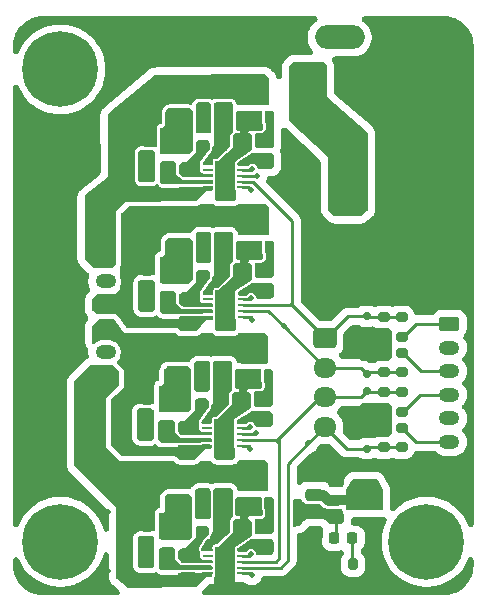
<source format=gtl>
G04 #@! TF.GenerationSoftware,KiCad,Pcbnew,9.0.4*
G04 #@! TF.CreationDate,2025-09-21T20:32:14-07:00*
G04 #@! TF.ProjectId,stepper_juicer_v1,73746570-7065-4725-9f6a-75696365725f,rev?*
G04 #@! TF.SameCoordinates,Original*
G04 #@! TF.FileFunction,Copper,L1,Top*
G04 #@! TF.FilePolarity,Positive*
%FSLAX46Y46*%
G04 Gerber Fmt 4.6, Leading zero omitted, Abs format (unit mm)*
G04 Created by KiCad (PCBNEW 9.0.4) date 2025-09-21 20:32:14*
%MOMM*%
%LPD*%
G01*
G04 APERTURE LIST*
G04 Aperture macros list*
%AMRoundRect*
0 Rectangle with rounded corners*
0 $1 Rounding radius*
0 $2 $3 $4 $5 $6 $7 $8 $9 X,Y pos of 4 corners*
0 Add a 4 corners polygon primitive as box body*
4,1,4,$2,$3,$4,$5,$6,$7,$8,$9,$2,$3,0*
0 Add four circle primitives for the rounded corners*
1,1,$1+$1,$2,$3*
1,1,$1+$1,$4,$5*
1,1,$1+$1,$6,$7*
1,1,$1+$1,$8,$9*
0 Add four rect primitives between the rounded corners*
20,1,$1+$1,$2,$3,$4,$5,0*
20,1,$1+$1,$4,$5,$6,$7,0*
20,1,$1+$1,$6,$7,$8,$9,0*
20,1,$1+$1,$8,$9,$2,$3,0*%
%AMFreePoly0*
4,1,9,3.862500,-0.866500,0.737500,-0.866500,0.737500,-0.450000,-0.737500,-0.450000,-0.737500,0.450000,0.737500,0.450000,0.737500,0.866500,3.862500,0.866500,3.862500,-0.866500,3.862500,-0.866500,$1*%
G04 Aperture macros list end*
G04 #@! TA.AperFunction,SMDPad,CuDef*
%ADD10RoundRect,0.200000X0.275000X-0.200000X0.275000X0.200000X-0.275000X0.200000X-0.275000X-0.200000X0*%
G04 #@! TD*
G04 #@! TA.AperFunction,SMDPad,CuDef*
%ADD11RoundRect,0.250000X0.475000X-0.250000X0.475000X0.250000X-0.475000X0.250000X-0.475000X-0.250000X0*%
G04 #@! TD*
G04 #@! TA.AperFunction,SMDPad,CuDef*
%ADD12RoundRect,0.150000X0.200000X-0.150000X0.200000X0.150000X-0.200000X0.150000X-0.200000X-0.150000X0*%
G04 #@! TD*
G04 #@! TA.AperFunction,ComponentPad*
%ADD13C,6.400000*%
G04 #@! TD*
G04 #@! TA.AperFunction,ComponentPad*
%ADD14R,2.000000X4.600000*%
G04 #@! TD*
G04 #@! TA.AperFunction,ComponentPad*
%ADD15O,2.000000X4.200000*%
G04 #@! TD*
G04 #@! TA.AperFunction,ComponentPad*
%ADD16O,4.200000X2.000000*%
G04 #@! TD*
G04 #@! TA.AperFunction,ComponentPad*
%ADD17O,1.750000X1.200000*%
G04 #@! TD*
G04 #@! TA.AperFunction,ComponentPad*
%ADD18RoundRect,0.250000X-0.625000X0.350000X-0.625000X-0.350000X0.625000X-0.350000X0.625000X0.350000X0*%
G04 #@! TD*
G04 #@! TA.AperFunction,SMDPad,CuDef*
%ADD19R,0.340000X0.800000*%
G04 #@! TD*
G04 #@! TA.AperFunction,SMDPad,CuDef*
%ADD20R,2.290000X1.677500*%
G04 #@! TD*
G04 #@! TA.AperFunction,ComponentPad*
%ADD21C,2.000000*%
G04 #@! TD*
G04 #@! TA.AperFunction,ComponentPad*
%ADD22RoundRect,0.250000X-0.750000X0.750000X-0.750000X-0.750000X0.750000X-0.750000X0.750000X0.750000X0*%
G04 #@! TD*
G04 #@! TA.AperFunction,SMDPad,CuDef*
%ADD23RoundRect,0.150000X-0.200000X0.150000X-0.200000X-0.150000X0.200000X-0.150000X0.200000X0.150000X0*%
G04 #@! TD*
G04 #@! TA.AperFunction,SMDPad,CuDef*
%ADD24RoundRect,0.200000X-0.275000X0.200000X-0.275000X-0.200000X0.275000X-0.200000X0.275000X0.200000X0*%
G04 #@! TD*
G04 #@! TA.AperFunction,SMDPad,CuDef*
%ADD25RoundRect,0.062500X-0.350000X-0.062500X0.350000X-0.062500X0.350000X0.062500X-0.350000X0.062500X0*%
G04 #@! TD*
G04 #@! TA.AperFunction,HeatsinkPad*
%ADD26R,1.700000X2.500000*%
G04 #@! TD*
G04 #@! TA.AperFunction,SMDPad,CuDef*
%ADD27RoundRect,0.250000X-0.475000X0.250000X-0.475000X-0.250000X0.475000X-0.250000X0.475000X0.250000X0*%
G04 #@! TD*
G04 #@! TA.AperFunction,SMDPad,CuDef*
%ADD28RoundRect,0.250000X-0.250000X-0.475000X0.250000X-0.475000X0.250000X0.475000X-0.250000X0.475000X0*%
G04 #@! TD*
G04 #@! TA.AperFunction,SMDPad,CuDef*
%ADD29R,1.677500X2.290000*%
G04 #@! TD*
G04 #@! TA.AperFunction,SMDPad,CuDef*
%ADD30R,0.800000X0.340000*%
G04 #@! TD*
G04 #@! TA.AperFunction,ComponentPad*
%ADD31RoundRect,0.250000X-0.725000X0.600000X-0.725000X-0.600000X0.725000X-0.600000X0.725000X0.600000X0*%
G04 #@! TD*
G04 #@! TA.AperFunction,ComponentPad*
%ADD32O,1.950000X1.700000*%
G04 #@! TD*
G04 #@! TA.AperFunction,SMDPad,CuDef*
%ADD33RoundRect,0.125000X-0.125000X-0.125000X0.125000X-0.125000X0.125000X0.125000X-0.125000X0.125000X0*%
G04 #@! TD*
G04 #@! TA.AperFunction,SMDPad,CuDef*
%ADD34RoundRect,0.218750X0.218750X0.256250X-0.218750X0.256250X-0.218750X-0.256250X0.218750X-0.256250X0*%
G04 #@! TD*
G04 #@! TA.AperFunction,SMDPad,CuDef*
%ADD35RoundRect,0.250000X-0.450000X0.262500X-0.450000X-0.262500X0.450000X-0.262500X0.450000X0.262500X0*%
G04 #@! TD*
G04 #@! TA.AperFunction,SMDPad,CuDef*
%ADD36RoundRect,0.250000X-0.262500X-0.450000X0.262500X-0.450000X0.262500X0.450000X-0.262500X0.450000X0*%
G04 #@! TD*
G04 #@! TA.AperFunction,SMDPad,CuDef*
%ADD37RoundRect,0.200000X0.200000X0.275000X-0.200000X0.275000X-0.200000X-0.275000X0.200000X-0.275000X0*%
G04 #@! TD*
G04 #@! TA.AperFunction,SMDPad,CuDef*
%ADD38RoundRect,0.225000X-0.425000X-0.225000X0.425000X-0.225000X0.425000X0.225000X-0.425000X0.225000X0*%
G04 #@! TD*
G04 #@! TA.AperFunction,SMDPad,CuDef*
%ADD39FreePoly0,0.000000*%
G04 #@! TD*
G04 #@! TA.AperFunction,ViaPad*
%ADD40C,0.500000*%
G04 #@! TD*
G04 #@! TA.AperFunction,Conductor*
%ADD41C,0.250000*%
G04 #@! TD*
G04 #@! TA.AperFunction,Conductor*
%ADD42C,0.900000*%
G04 #@! TD*
G04 APERTURE END LIST*
D10*
X116525000Y-101762500D03*
X116525000Y-103412500D03*
D11*
X125937500Y-111000000D03*
X125937500Y-109100000D03*
D12*
X130450000Y-102250000D03*
X130450000Y-103650000D03*
D13*
X135500000Y-115000000D03*
D14*
X125250000Y-77100000D03*
D15*
X131550000Y-77100000D03*
D16*
X128150000Y-72300000D03*
D13*
X104500000Y-115000000D03*
D17*
X108350000Y-100950000D03*
X108350000Y-98950000D03*
X108350000Y-96950000D03*
X108350000Y-94950000D03*
X108350000Y-92950000D03*
D18*
X108350000Y-90950000D03*
D13*
X104500000Y-75000000D03*
D19*
X121325000Y-79075000D03*
X120675000Y-79075000D03*
X120025000Y-79075000D03*
X121975000Y-79075000D03*
X121975000Y-76075000D03*
X121325000Y-76075000D03*
X120675000Y-76075000D03*
X120025000Y-76075000D03*
D20*
X121000000Y-77186250D03*
D19*
X121325000Y-90050000D03*
X120675000Y-90050000D03*
X120025000Y-90050000D03*
X121975000Y-90050000D03*
X121975000Y-87050000D03*
X121325000Y-87050000D03*
X120675000Y-87050000D03*
X120025000Y-87050000D03*
D20*
X121000000Y-88161250D03*
D21*
X128950000Y-90550000D03*
D22*
X128950000Y-85550000D03*
D12*
X130450000Y-97300000D03*
X130450000Y-95900000D03*
D10*
X133400000Y-105350000D03*
X133400000Y-107000000D03*
D17*
X137450000Y-106550000D03*
X137450000Y-104550000D03*
X137450000Y-102550000D03*
X137450000Y-100550000D03*
X137450000Y-98550000D03*
D18*
X137450000Y-96550000D03*
D10*
X133400000Y-99000000D03*
X133400000Y-100650000D03*
D23*
X130450000Y-99350000D03*
X130450000Y-100750000D03*
D24*
X133400000Y-97650000D03*
X133400000Y-96000000D03*
X133400000Y-104000000D03*
X133400000Y-102350000D03*
D23*
X130450000Y-105700000D03*
X130450000Y-107100000D03*
D24*
X131900000Y-105350000D03*
X131900000Y-107000000D03*
X131900000Y-102350000D03*
X131900000Y-104000000D03*
X131900000Y-99000000D03*
X131900000Y-100650000D03*
X131900000Y-96000000D03*
X131900000Y-97650000D03*
D25*
X116925000Y-104862500D03*
X116925000Y-105362500D03*
X116925000Y-105862500D03*
X116925000Y-106362500D03*
X116925000Y-106862500D03*
X119850000Y-106862500D03*
X119850000Y-106362500D03*
X119850000Y-105862500D03*
X119850000Y-105362500D03*
X119850000Y-104862500D03*
D26*
X118387500Y-105862500D03*
D27*
X115350000Y-83525000D03*
X115350000Y-85425000D03*
D20*
X120950000Y-109861250D03*
D19*
X119975000Y-108750000D03*
X120625000Y-108750000D03*
X121275000Y-108750000D03*
X121925000Y-108750000D03*
X121925000Y-111750000D03*
X119975000Y-111750000D03*
X120625000Y-111750000D03*
X121275000Y-111750000D03*
D28*
X118125000Y-92150000D03*
X120025000Y-92150000D03*
D29*
X113826250Y-81050000D03*
D30*
X114937500Y-80075000D03*
X114937500Y-80725000D03*
X114937500Y-81375000D03*
X114937500Y-82025000D03*
X111937500Y-82025000D03*
X111937500Y-80075000D03*
X111937500Y-80725000D03*
X111937500Y-81375000D03*
D27*
X125937500Y-114450000D03*
X125937500Y-112550000D03*
D31*
X126900000Y-97750000D03*
D32*
X126900000Y-100250000D03*
X126900000Y-102750000D03*
X126900000Y-105250000D03*
D33*
X116350000Y-89250000D03*
X118550000Y-89250000D03*
D25*
X117000000Y-83000000D03*
X117000000Y-83500000D03*
X117000000Y-84000000D03*
X117000000Y-84500000D03*
X117000000Y-85000000D03*
X119925000Y-85000000D03*
X119925000Y-84500000D03*
X119925000Y-84000000D03*
X119925000Y-83500000D03*
X119925000Y-83000000D03*
D26*
X118462500Y-84000000D03*
D34*
X127662500Y-114700000D03*
X129237500Y-114700000D03*
D25*
X116962500Y-115675000D03*
X116962500Y-116175000D03*
X116962500Y-116675000D03*
X116962500Y-117175000D03*
X116962500Y-117675000D03*
X119887500Y-117675000D03*
X119887500Y-117175000D03*
X119887500Y-116675000D03*
X119887500Y-116175000D03*
X119887500Y-115675000D03*
D26*
X118425000Y-116675000D03*
D20*
X120900000Y-99073750D03*
D19*
X119925000Y-97962500D03*
X120575000Y-97962500D03*
X121225000Y-97962500D03*
X121875000Y-97962500D03*
X121875000Y-100962500D03*
X119925000Y-100962500D03*
X120575000Y-100962500D03*
X121225000Y-100962500D03*
D35*
X121700000Y-113637500D03*
X121700000Y-115462500D03*
D30*
X111875000Y-92325000D03*
X111875000Y-91675000D03*
X111875000Y-91025000D03*
X111875000Y-92975000D03*
X114875000Y-92975000D03*
X114875000Y-92325000D03*
X114875000Y-91675000D03*
X114875000Y-91025000D03*
D29*
X113763750Y-92000000D03*
D10*
X116637500Y-81575000D03*
X116637500Y-79925000D03*
D35*
X121650000Y-102850000D03*
X121650000Y-104675000D03*
D33*
X116300000Y-100162500D03*
X118500000Y-100162500D03*
D27*
X115300000Y-94500000D03*
X115300000Y-96400000D03*
D36*
X111737500Y-83725000D03*
X113562500Y-83725000D03*
D35*
X121787500Y-80950000D03*
X121787500Y-82775000D03*
D27*
X115250000Y-105412500D03*
X115250000Y-107312500D03*
D30*
X111850000Y-114025000D03*
X111850000Y-113375000D03*
X111850000Y-112725000D03*
X111850000Y-114675000D03*
X114850000Y-114675000D03*
X114850000Y-114025000D03*
X114850000Y-113375000D03*
X114850000Y-112725000D03*
D29*
X113738750Y-113700000D03*
D25*
X117012500Y-93975000D03*
X117012500Y-94475000D03*
X117012500Y-94975000D03*
X117012500Y-95475000D03*
X117012500Y-95975000D03*
X119937500Y-95975000D03*
X119937500Y-95475000D03*
X119937500Y-94975000D03*
X119937500Y-94475000D03*
X119937500Y-93975000D03*
D26*
X118475000Y-94975000D03*
D28*
X118162500Y-81175000D03*
X120062500Y-81175000D03*
D36*
X111687500Y-116400000D03*
X113512500Y-116400000D03*
D10*
X116600000Y-92500000D03*
X116600000Y-90850000D03*
D33*
X116350000Y-110950000D03*
X118550000Y-110950000D03*
D10*
X116550000Y-114200000D03*
X116550000Y-112550000D03*
D36*
X111625000Y-105612500D03*
X113450000Y-105612500D03*
D35*
X121725000Y-91950000D03*
X121725000Y-93775000D03*
D33*
X116412500Y-78275000D03*
X118612500Y-78275000D03*
D37*
X127637500Y-116900000D03*
X129287500Y-116900000D03*
D29*
X113713750Y-102887500D03*
D30*
X114825000Y-101912500D03*
X114825000Y-102562500D03*
X114825000Y-103212500D03*
X114825000Y-103862500D03*
X111825000Y-103862500D03*
X111825000Y-101912500D03*
X111825000Y-102562500D03*
X111825000Y-103212500D03*
D28*
X118100000Y-113850000D03*
X120000000Y-113850000D03*
D27*
X115300000Y-116200000D03*
X115300000Y-118100000D03*
D36*
X111712500Y-94700000D03*
X113537500Y-94700000D03*
D28*
X118025000Y-103062500D03*
X119925000Y-103062500D03*
D38*
X127850000Y-112950000D03*
D39*
X127937500Y-111450000D03*
D38*
X127850000Y-109950000D03*
D40*
X123500000Y-72500000D03*
X118500000Y-72500000D03*
X113500000Y-72500000D03*
X108500000Y-72500000D03*
X103499999Y-79980215D03*
X103500000Y-85000000D03*
X103500000Y-90000000D03*
X103500000Y-95000000D03*
X103500000Y-100000000D03*
X103500000Y-105000000D03*
X103500000Y-110000000D03*
X108500000Y-112500000D03*
X108500000Y-117500000D03*
X131000000Y-117500000D03*
X133500000Y-110000000D03*
X138500000Y-110000000D03*
X133500000Y-72500000D03*
X133500000Y-82500000D03*
X133500000Y-87500000D03*
X133500000Y-92500000D03*
X138500000Y-92500000D03*
X138500000Y-87500000D03*
X138500000Y-82500000D03*
X138500000Y-77500000D03*
X138500000Y-72500000D03*
X124650000Y-111750000D03*
X124650000Y-113400000D03*
X124650000Y-112550000D03*
X126400000Y-116650000D03*
X126400000Y-115600000D03*
X125400000Y-115600000D03*
X128400000Y-108900000D03*
X127350000Y-108000000D03*
X127400000Y-108900000D03*
X130300000Y-110000000D03*
X129500000Y-110000000D03*
X131050000Y-110000000D03*
X130500000Y-91500000D03*
X130500000Y-90500000D03*
X131500000Y-89500000D03*
X130500000Y-89500000D03*
X131500000Y-91500000D03*
X131500000Y-90500000D03*
X134000000Y-78500000D03*
X133000000Y-76500000D03*
X135000000Y-75496510D03*
X134042718Y-76486844D03*
X134000000Y-75500000D03*
X133000000Y-78500000D03*
X135000000Y-77500000D03*
X135000000Y-78500000D03*
X135000000Y-76500000D03*
X134000000Y-77500000D03*
X133000000Y-77500000D03*
X133000000Y-75500000D03*
X130800000Y-98300000D03*
X130850000Y-104600000D03*
X121180164Y-84000000D03*
X123400000Y-96750000D03*
X121087500Y-105787500D03*
X125500000Y-106650000D03*
X118750000Y-79025000D03*
X120725000Y-79875000D03*
X113725000Y-79275000D03*
X118050000Y-79925000D03*
X120025000Y-79875000D03*
X115275000Y-78625000D03*
X115275000Y-79275000D03*
X118050000Y-79025000D03*
X114525000Y-78625000D03*
X114525000Y-79275000D03*
X118750000Y-79925000D03*
X113725000Y-78624997D03*
X120750870Y-83419513D03*
X118075000Y-85775000D03*
X118950000Y-85775000D03*
X121375000Y-79875000D03*
X120650000Y-85250000D03*
X118675000Y-82350000D03*
X119375000Y-82331233D03*
X118750000Y-90000000D03*
X120725000Y-90850000D03*
X113725000Y-90250000D03*
X118050000Y-90900000D03*
X120025000Y-90850000D03*
X115275000Y-89600000D03*
X115275000Y-90250000D03*
X118050000Y-90000000D03*
X114525000Y-89600000D03*
X114525000Y-90250000D03*
X118750000Y-90900000D03*
X113725000Y-89599997D03*
X120661461Y-94389683D03*
X118075000Y-96750000D03*
X118950000Y-96750000D03*
X121375000Y-90850000D03*
X120750000Y-96200000D03*
X118675000Y-93325000D03*
X119375000Y-93306233D03*
X113625000Y-101150000D03*
X113625000Y-100499997D03*
X115175000Y-101150000D03*
X114425000Y-100500000D03*
X115175000Y-100500000D03*
X114425000Y-101150000D03*
X117950000Y-101800000D03*
X117950000Y-100900000D03*
X118650000Y-101800000D03*
X118650000Y-100900000D03*
X119925000Y-101750000D03*
X120625000Y-101750000D03*
X120580636Y-105269874D03*
X117975000Y-107650000D03*
X118850000Y-107650000D03*
X121275000Y-101750000D03*
X120600000Y-107100000D03*
X118575000Y-104225000D03*
X119275000Y-104206233D03*
X115250000Y-111300000D03*
X115250000Y-111950000D03*
X114500000Y-111950000D03*
X113700000Y-111950000D03*
X113700000Y-111299997D03*
X114500000Y-111300000D03*
X120700000Y-112550000D03*
X118925000Y-118450000D03*
X119350000Y-115006233D03*
X121350000Y-112550000D03*
X118650000Y-115025000D03*
X120634290Y-116063247D03*
X120000000Y-112550000D03*
X118050000Y-118450000D03*
X120700000Y-117825000D03*
X118725000Y-111700000D03*
X118025000Y-112600000D03*
X118025000Y-111700000D03*
X118725000Y-112600000D03*
D41*
X126650000Y-116900000D02*
X126400000Y-116650000D01*
X127637500Y-116900000D02*
X126650000Y-116900000D01*
X129237500Y-116850000D02*
X129287500Y-116900000D01*
X129237500Y-114700000D02*
X129237500Y-116850000D01*
X127850000Y-114512500D02*
X127662500Y-114700000D01*
X127850000Y-112950000D02*
X127850000Y-114512500D01*
D42*
X126745000Y-111000000D02*
X125937500Y-111000000D01*
X127937500Y-111450000D02*
X127195000Y-111450000D01*
X127195000Y-111450000D02*
X126745000Y-111000000D01*
D41*
X129950000Y-100250000D02*
X126900000Y-100250000D01*
X130450000Y-100750000D02*
X129950000Y-100250000D01*
X129950000Y-102750000D02*
X126900000Y-102750000D01*
X130450000Y-102250000D02*
X129950000Y-102750000D01*
X128750000Y-107100000D02*
X126900000Y-105250000D01*
X130450000Y-107100000D02*
X128750000Y-107100000D01*
X127000000Y-97750000D02*
X126900000Y-97750000D01*
X128850000Y-95900000D02*
X127000000Y-97750000D01*
X130450000Y-95900000D02*
X128850000Y-95900000D01*
X131900000Y-96000000D02*
X130550000Y-96000000D01*
X130550000Y-96000000D02*
X130450000Y-95900000D01*
X133400000Y-96000000D02*
X131900000Y-96000000D01*
X130550000Y-100650000D02*
X130450000Y-100750000D01*
X131900000Y-100650000D02*
X130550000Y-100650000D01*
X133400000Y-100650000D02*
X131900000Y-100650000D01*
X134625000Y-96550000D02*
X133525000Y-97650000D01*
X137450000Y-96550000D02*
X134625000Y-96550000D01*
X133525000Y-97650000D02*
X133400000Y-97650000D01*
X137450000Y-100550000D02*
X135050000Y-100550000D01*
X135050000Y-100550000D02*
X133500000Y-99000000D01*
X133500000Y-99000000D02*
X133400000Y-99000000D01*
X133475000Y-104000000D02*
X133400000Y-104000000D01*
X134925000Y-102550000D02*
X133475000Y-104000000D01*
X137450000Y-102550000D02*
X134925000Y-102550000D01*
X130550000Y-102350000D02*
X130450000Y-102250000D01*
X131900000Y-102350000D02*
X130550000Y-102350000D01*
X133400000Y-102350000D02*
X131900000Y-102350000D01*
X130550000Y-107000000D02*
X130450000Y-107100000D01*
X131900000Y-107000000D02*
X130550000Y-107000000D01*
X133400000Y-107000000D02*
X131900000Y-107000000D01*
X134600000Y-106550000D02*
X133400000Y-105350000D01*
X137450000Y-106550000D02*
X134600000Y-106550000D01*
X126900000Y-100250000D02*
X123400000Y-96750000D01*
X123400000Y-96750000D02*
X122125000Y-95475000D01*
X122125000Y-95475000D02*
X119937500Y-95475000D01*
X120690742Y-83500000D02*
X119925000Y-83500000D01*
X120703383Y-83467000D02*
X120703383Y-83487359D01*
X120703383Y-83487359D02*
X120690742Y-83500000D01*
X120750870Y-83419513D02*
X120703383Y-83467000D01*
X121180164Y-84000000D02*
X119925000Y-84000000D01*
X120800000Y-84500000D02*
X119925000Y-84500000D01*
X124125000Y-87825000D02*
X120800000Y-84500000D01*
X124125000Y-94750000D02*
X124125000Y-87825000D01*
X123900000Y-94975000D02*
X124125000Y-94750000D01*
X123850000Y-94975000D02*
X123900000Y-94975000D01*
X123850000Y-94975000D02*
X119937500Y-94975000D01*
X124125000Y-94975000D02*
X124125000Y-94750000D01*
X120400000Y-85000000D02*
X119925000Y-85000000D01*
X120650000Y-85250000D02*
X120400000Y-85000000D01*
X124125000Y-94975000D02*
X123850000Y-94975000D01*
X126900000Y-97750000D02*
X124125000Y-94975000D01*
X120675000Y-95975000D02*
X119937500Y-95975000D01*
X120750000Y-96050000D02*
X120675000Y-95975000D01*
X120750000Y-96200000D02*
X120750000Y-96050000D01*
X120661461Y-94389683D02*
X120576144Y-94475000D01*
X120576144Y-94475000D02*
X119937500Y-94475000D01*
X121012500Y-105862500D02*
X119850000Y-105862500D01*
X121087500Y-105787500D02*
X121012500Y-105862500D01*
X120537500Y-105362500D02*
X119850000Y-105362500D01*
X120580636Y-105269874D02*
X120580636Y-105319364D01*
X120580636Y-105319364D02*
X120537500Y-105362500D01*
X122750000Y-106400000D02*
X123050000Y-106700000D01*
X122750000Y-106362500D02*
X122750000Y-106400000D01*
X122750000Y-106362500D02*
X122887500Y-106362500D01*
X122887500Y-106362500D02*
X123100000Y-106150000D01*
X119850000Y-106362500D02*
X122750000Y-106362500D01*
X120600000Y-107100000D02*
X120600000Y-106950000D01*
X120512500Y-106862500D02*
X119850000Y-106862500D01*
X120600000Y-106950000D02*
X120512500Y-106862500D01*
X125500000Y-106650000D02*
X123775000Y-108375000D01*
X123050000Y-116350000D02*
X122725000Y-116675000D01*
X123050000Y-106500000D02*
X123050000Y-116350000D01*
X122725000Y-116675000D02*
X119887500Y-116675000D01*
X123050000Y-106700000D02*
X123050000Y-106500000D01*
X123050000Y-106200000D02*
X123050000Y-106500000D01*
X123100000Y-106150000D02*
X123050000Y-106200000D01*
X126500000Y-102750000D02*
X123100000Y-106150000D01*
X126900000Y-102750000D02*
X126500000Y-102750000D01*
X120522537Y-116175000D02*
X119887500Y-116175000D01*
X120634290Y-116063247D02*
X120522537Y-116175000D01*
X123150000Y-117175000D02*
X119887500Y-117175000D01*
X123775000Y-116550000D02*
X123150000Y-117175000D01*
X123775000Y-108375000D02*
X123775000Y-116550000D01*
X126900000Y-105250000D02*
X125500000Y-106650000D01*
X120650000Y-117675000D02*
X119887500Y-117675000D01*
X120700000Y-117825000D02*
X120700000Y-117725000D01*
X120700000Y-117725000D02*
X120650000Y-117675000D01*
G04 #@! TA.AperFunction,Conductor*
G36*
X114065677Y-115469685D02*
G01*
X114086319Y-115486319D01*
X114213681Y-115613681D01*
X114247166Y-115675004D01*
X114250000Y-115701362D01*
X114250000Y-116500000D01*
X114448477Y-116698477D01*
X114502850Y-116772150D01*
X114576522Y-116826522D01*
X114750000Y-117000000D01*
X116575431Y-117000000D01*
X116578979Y-117001041D01*
X116580508Y-117000962D01*
X116580508Y-117000500D01*
X116586598Y-117000499D01*
X116586599Y-117000500D01*
X117250500Y-117000499D01*
X117317539Y-117020183D01*
X117363294Y-117072987D01*
X117374500Y-117124499D01*
X117374500Y-117225500D01*
X117354815Y-117292539D01*
X117302011Y-117338294D01*
X117250500Y-117349500D01*
X116586602Y-117349500D01*
X116509882Y-117364760D01*
X116488417Y-117379103D01*
X116465536Y-117386266D01*
X116444347Y-117397491D01*
X116432797Y-117396517D01*
X116421739Y-117399980D01*
X116419527Y-117400000D01*
X115840398Y-117400000D01*
X115832162Y-117399614D01*
X115832162Y-117399635D01*
X115829277Y-117399500D01*
X115829266Y-117399500D01*
X114770734Y-117399500D01*
X114770723Y-117399500D01*
X114767838Y-117399635D01*
X114767837Y-117399614D01*
X114759602Y-117400000D01*
X113151362Y-117400000D01*
X113084323Y-117380315D01*
X113063681Y-117363681D01*
X112886319Y-117186319D01*
X112852834Y-117124996D01*
X112850000Y-117098638D01*
X112850000Y-115701362D01*
X112858644Y-115671921D01*
X112865168Y-115641935D01*
X112868922Y-115636919D01*
X112869685Y-115634323D01*
X112886319Y-115613681D01*
X113013681Y-115486319D01*
X113075004Y-115452834D01*
X113101362Y-115450000D01*
X113998638Y-115450000D01*
X114065677Y-115469685D01*
G37*
G04 #@! TD.AperFunction*
G04 #@! TA.AperFunction,Conductor*
G36*
X122365677Y-114769685D02*
G01*
X122386319Y-114786319D01*
X122513681Y-114913681D01*
X122547166Y-114975004D01*
X122550000Y-115001362D01*
X122550000Y-115848638D01*
X122541355Y-115878078D01*
X122534832Y-115908065D01*
X122531077Y-115913080D01*
X122530315Y-115915677D01*
X122513681Y-115936319D01*
X122386319Y-116063681D01*
X122324996Y-116097166D01*
X122298638Y-116100000D01*
X121205678Y-116100000D01*
X121138639Y-116080315D01*
X121092884Y-116027511D01*
X121085903Y-116008094D01*
X121084790Y-116003940D01*
X121084790Y-116003938D01*
X121054089Y-115889361D01*
X120994779Y-115786634D01*
X120910903Y-115702758D01*
X120808176Y-115643448D01*
X120693599Y-115612747D01*
X120574981Y-115612747D01*
X120460404Y-115643448D01*
X120460402Y-115643448D01*
X120460402Y-115643449D01*
X120357677Y-115702758D01*
X120357674Y-115702760D01*
X120273803Y-115786631D01*
X120273798Y-115786637D01*
X120273301Y-115787500D01*
X120272690Y-115788082D01*
X120268853Y-115793083D01*
X120268073Y-115792484D01*
X120222734Y-115835716D01*
X120165914Y-115849500D01*
X119599500Y-115849500D01*
X119590814Y-115846949D01*
X119581853Y-115848238D01*
X119557812Y-115837259D01*
X119532461Y-115829815D01*
X119526533Y-115822974D01*
X119518297Y-115819213D01*
X119504007Y-115796978D01*
X119486706Y-115777011D01*
X119484418Y-115766496D01*
X119480523Y-115760435D01*
X119475500Y-115725500D01*
X119475500Y-115614937D01*
X119495185Y-115547898D01*
X119531542Y-115511218D01*
X120662451Y-114770279D01*
X120729314Y-114750005D01*
X120730406Y-114750000D01*
X122298638Y-114750000D01*
X122365677Y-114769685D01*
G37*
G04 #@! TD.AperFunction*
G04 #@! TA.AperFunction,Conductor*
G36*
X120700000Y-113300000D02*
G01*
X120700000Y-114500000D01*
X118944737Y-115650000D01*
X117585185Y-115650000D01*
X118624729Y-114682148D01*
X118672150Y-114647150D01*
X118693739Y-114617897D01*
X119100000Y-114239656D01*
X119100000Y-113300000D01*
X119250000Y-113100000D01*
X120500000Y-113100000D01*
X120700000Y-113300000D01*
G37*
G04 #@! TD.AperFunction*
G04 #@! TA.AperFunction,Conductor*
G36*
X119274500Y-117763398D02*
G01*
X119289760Y-117840118D01*
X119289761Y-117840120D01*
X119300000Y-117855443D01*
X119300000Y-118650000D01*
X119150000Y-118850000D01*
X117750000Y-118850000D01*
X117550000Y-118650000D01*
X117550000Y-117954494D01*
X117551988Y-117950940D01*
X117551990Y-117950937D01*
X117571675Y-117883898D01*
X117580000Y-117826000D01*
X117580000Y-117750000D01*
X119274500Y-117750000D01*
X119274500Y-117763398D01*
G37*
G04 #@! TD.AperFunction*
G04 #@! TA.AperFunction,Conductor*
G36*
X122415677Y-111219685D02*
G01*
X122436319Y-111236319D01*
X122513681Y-111313681D01*
X122547166Y-111375004D01*
X122550000Y-111401362D01*
X122550000Y-114098638D01*
X122541355Y-114128078D01*
X122534832Y-114158065D01*
X122531077Y-114163080D01*
X122530315Y-114165677D01*
X122513681Y-114186319D01*
X122386319Y-114313681D01*
X122324996Y-114347166D01*
X122298638Y-114350000D01*
X121101362Y-114350000D01*
X121034323Y-114330315D01*
X121013681Y-114313681D01*
X120986319Y-114286319D01*
X120952834Y-114224996D01*
X120950000Y-114198638D01*
X120950000Y-113201362D01*
X120958644Y-113171921D01*
X120965168Y-113141935D01*
X120968922Y-113136919D01*
X120969685Y-113134323D01*
X120986319Y-113113681D01*
X121008181Y-113091819D01*
X121069504Y-113058334D01*
X121095862Y-113055500D01*
X121499995Y-113055500D01*
X121500000Y-113055500D01*
X121567872Y-113043968D01*
X121645310Y-112995310D01*
X121795310Y-112845310D01*
X121835149Y-112789163D01*
X121855500Y-112700000D01*
X121855500Y-112320980D01*
X121854773Y-112303706D01*
X121826999Y-112216569D01*
X121793893Y-112181552D01*
X121762142Y-112119316D01*
X121760000Y-112096366D01*
X121760000Y-111362698D01*
X121762382Y-111338510D01*
X121767679Y-111311877D01*
X121800063Y-111249965D01*
X121801565Y-111248434D01*
X121813685Y-111236315D01*
X121875010Y-111202833D01*
X121901363Y-111200000D01*
X122348638Y-111200000D01*
X122415677Y-111219685D01*
G37*
G04 #@! TD.AperFunction*
G04 #@! TA.AperFunction,Conductor*
G36*
X121568389Y-111268389D02*
G01*
X121566132Y-111271769D01*
X121566131Y-111271770D01*
X121554500Y-111330247D01*
X121554500Y-112169752D01*
X121566131Y-112228229D01*
X121566132Y-112228230D01*
X121610447Y-112294552D01*
X121650000Y-112320980D01*
X121650000Y-112700000D01*
X121500000Y-112850000D01*
X119450000Y-112850000D01*
X119300000Y-112700000D01*
X119300000Y-111400000D01*
X119450000Y-111200000D01*
X121500000Y-111200000D01*
X121568389Y-111268389D01*
G37*
G04 #@! TD.AperFunction*
G04 #@! TA.AperFunction,Conductor*
G36*
X117317539Y-117574685D02*
G01*
X117363294Y-117627489D01*
X117374500Y-117679000D01*
X117374500Y-117826000D01*
X117354815Y-117893039D01*
X117302011Y-117938794D01*
X117250500Y-117950000D01*
X116800000Y-117950000D01*
X115989220Y-118811454D01*
X115928939Y-118846781D01*
X115903655Y-118850000D01*
X114650000Y-118850000D01*
X114500000Y-118700000D01*
X114500000Y-117650000D01*
X114544500Y-117605500D01*
X114759605Y-117605500D01*
X114760249Y-117605484D01*
X114769224Y-117605275D01*
X114771987Y-117605145D01*
X114772191Y-117605136D01*
X114777995Y-117605000D01*
X115822006Y-117605000D01*
X115827810Y-117605136D01*
X115827948Y-117605142D01*
X115830777Y-117605275D01*
X115839750Y-117605484D01*
X115840395Y-117605500D01*
X115840398Y-117605500D01*
X116419523Y-117605500D01*
X116419527Y-117605500D01*
X116420202Y-117605497D01*
X116421392Y-117605492D01*
X116422295Y-117605483D01*
X116423597Y-117605472D01*
X116441815Y-117602601D01*
X116452230Y-117602840D01*
X116469096Y-117598302D01*
X116475618Y-117597275D01*
X116475617Y-117597275D01*
X116483154Y-117596088D01*
X116494212Y-117592625D01*
X116494211Y-117592624D01*
X116515877Y-117585839D01*
X116518268Y-117585076D01*
X116540547Y-117579084D01*
X116545002Y-117576723D01*
X116549812Y-117575218D01*
X116566687Y-117567143D01*
X116620206Y-117555000D01*
X117250500Y-117555000D01*
X117317539Y-117574685D01*
G37*
G04 #@! TD.AperFunction*
G04 #@! TA.AperFunction,Conductor*
G36*
X116915677Y-113669685D02*
G01*
X116936319Y-113686319D01*
X117063681Y-113813681D01*
X117097166Y-113875004D01*
X117100000Y-113901362D01*
X117100000Y-114196705D01*
X117092429Y-114239369D01*
X117086654Y-114255127D01*
X117078775Y-114266159D01*
X117055825Y-114307726D01*
X117034258Y-114360391D01*
X117021460Y-114406124D01*
X117013951Y-114453533D01*
X117009795Y-114464875D01*
X117007092Y-114468528D01*
X117003851Y-114478506D01*
X116993638Y-114498550D01*
X116970834Y-114529936D01*
X116954937Y-114545833D01*
X116923553Y-114568636D01*
X116899645Y-114580817D01*
X116899644Y-114580818D01*
X116858846Y-114608198D01*
X116858841Y-114608202D01*
X116814247Y-114646603D01*
X116814241Y-114646609D01*
X116781113Y-114682885D01*
X116781106Y-114682894D01*
X116305915Y-115348163D01*
X116302945Y-115352429D01*
X116299583Y-115357390D01*
X116299577Y-115357399D01*
X116272511Y-115414797D01*
X116252826Y-115481833D01*
X116252825Y-115481838D01*
X116252825Y-115481839D01*
X116248164Y-115514259D01*
X116244500Y-115539740D01*
X116244500Y-115648638D01*
X116245678Y-115670618D01*
X116248511Y-115696965D01*
X116248512Y-115696967D01*
X116253461Y-115712771D01*
X116272471Y-115773482D01*
X116272473Y-115773486D01*
X116272474Y-115773488D01*
X116284754Y-115795977D01*
X116299891Y-115852624D01*
X116310395Y-116321069D01*
X116426475Y-116444404D01*
X116426477Y-116444404D01*
X116435450Y-116448282D01*
X116440982Y-116448046D01*
X116466863Y-116459479D01*
X116473683Y-116461325D01*
X116476924Y-116463217D01*
X116509883Y-116485240D01*
X116586599Y-116500500D01*
X117250500Y-116500499D01*
X117259186Y-116503049D01*
X117268147Y-116501761D01*
X117292183Y-116512738D01*
X117317539Y-116520183D01*
X117323467Y-116527025D01*
X117331703Y-116530786D01*
X117345989Y-116553017D01*
X117363294Y-116572987D01*
X117365581Y-116583502D01*
X117369477Y-116589564D01*
X117374500Y-116624499D01*
X117374500Y-116670999D01*
X117354815Y-116738038D01*
X117302011Y-116783793D01*
X117250500Y-116794999D01*
X116592692Y-116794999D01*
X116592654Y-116794998D01*
X116586858Y-116794999D01*
X116578002Y-116794684D01*
X116575435Y-116794500D01*
X116575431Y-116794500D01*
X116575426Y-116794500D01*
X114886482Y-116794500D01*
X114819443Y-116774815D01*
X114798801Y-116758181D01*
X114721842Y-116681222D01*
X114721832Y-116681212D01*
X114721822Y-116681204D01*
X114721812Y-116681194D01*
X114698562Y-116661186D01*
X114698557Y-116661182D01*
X114698551Y-116661177D01*
X114686543Y-116652314D01*
X114664839Y-116636296D01*
X114645882Y-116619006D01*
X114642088Y-116614747D01*
X114613822Y-116576447D01*
X114593787Y-116553167D01*
X114533789Y-116493169D01*
X114531408Y-116490496D01*
X114517925Y-116462013D01*
X114502834Y-116434375D01*
X114502243Y-116428883D01*
X114501515Y-116427344D01*
X114501822Y-116424971D01*
X114500000Y-116408017D01*
X114500000Y-115809597D01*
X114519685Y-115742558D01*
X114546536Y-115712771D01*
X114716035Y-115577172D01*
X114780681Y-115550664D01*
X114793497Y-115550000D01*
X115050000Y-115550000D01*
X115950000Y-114700000D01*
X115950000Y-113901362D01*
X115958644Y-113871921D01*
X115965168Y-113841935D01*
X115968922Y-113836919D01*
X115969685Y-113834323D01*
X115986319Y-113813681D01*
X116113681Y-113686319D01*
X116175004Y-113652834D01*
X116201362Y-113650000D01*
X116848638Y-113650000D01*
X116915677Y-113669685D01*
G37*
G04 #@! TD.AperFunction*
G04 #@! TA.AperFunction,Conductor*
G36*
X118965677Y-110469685D02*
G01*
X118986319Y-110486319D01*
X119063681Y-110563681D01*
X119097166Y-110625004D01*
X119100000Y-110651362D01*
X119100000Y-111361930D01*
X119096891Y-111389524D01*
X119094500Y-111399998D01*
X119094500Y-112700001D01*
X119098248Y-112722058D01*
X119100000Y-112742828D01*
X119100000Y-112855106D01*
X119080315Y-112922145D01*
X119071266Y-112934480D01*
X118850000Y-113200000D01*
X118850000Y-113200001D01*
X118850000Y-114137658D01*
X118830315Y-114204697D01*
X118810496Y-114228413D01*
X118553708Y-114467491D01*
X118531798Y-114492051D01*
X118512907Y-114509269D01*
X118502702Y-114516801D01*
X118484693Y-114531746D01*
X117776334Y-115191255D01*
X117713855Y-115222530D01*
X117691838Y-115224500D01*
X117555247Y-115224500D01*
X117496770Y-115236131D01*
X117496769Y-115236132D01*
X117430447Y-115280447D01*
X117386132Y-115346769D01*
X117386131Y-115346770D01*
X117374500Y-115405247D01*
X117374500Y-115676000D01*
X117354815Y-115743039D01*
X117302011Y-115788794D01*
X117250500Y-115800000D01*
X116601362Y-115800000D01*
X116571921Y-115791355D01*
X116541935Y-115784832D01*
X116536919Y-115781077D01*
X116534323Y-115780315D01*
X116513681Y-115763681D01*
X116486319Y-115736319D01*
X116452834Y-115674996D01*
X116450000Y-115648638D01*
X116450000Y-115539737D01*
X116469685Y-115472698D01*
X116473097Y-115467664D01*
X116948336Y-114802329D01*
X116992939Y-114763921D01*
X117063342Y-114728050D01*
X117153050Y-114638342D01*
X117210646Y-114525304D01*
X117224430Y-114438269D01*
X117245997Y-114385604D01*
X117450000Y-114100000D01*
X117450000Y-110651362D01*
X117458644Y-110621921D01*
X117465168Y-110591935D01*
X117468922Y-110586919D01*
X117469685Y-110584323D01*
X117486319Y-110563681D01*
X117563681Y-110486319D01*
X117625004Y-110452834D01*
X117651362Y-110450000D01*
X118898638Y-110450000D01*
X118965677Y-110469685D01*
G37*
G04 #@! TD.AperFunction*
G04 #@! TA.AperFunction,Conductor*
G36*
X112315677Y-114519685D02*
G01*
X112336319Y-114536319D01*
X112413681Y-114613681D01*
X112447166Y-114675004D01*
X112450000Y-114701362D01*
X112450000Y-116998638D01*
X112441355Y-117028078D01*
X112434832Y-117058065D01*
X112431077Y-117063080D01*
X112430315Y-117065677D01*
X112413681Y-117086319D01*
X112286319Y-117213681D01*
X112224996Y-117247166D01*
X112198638Y-117250000D01*
X111301362Y-117250000D01*
X111234323Y-117230315D01*
X111213681Y-117213681D01*
X111086319Y-117086319D01*
X111052834Y-117024996D01*
X111050000Y-116998638D01*
X111050000Y-114701362D01*
X111058644Y-114671921D01*
X111065168Y-114641935D01*
X111068922Y-114636919D01*
X111069685Y-114634323D01*
X111086319Y-114613681D01*
X111163681Y-114536319D01*
X111225004Y-114502834D01*
X111251362Y-114500000D01*
X112248638Y-114500000D01*
X112315677Y-114519685D01*
G37*
G04 #@! TD.AperFunction*
G04 #@! TA.AperFunction,Conductor*
G36*
X115415677Y-110969685D02*
G01*
X115436319Y-110986319D01*
X115613681Y-111163681D01*
X115647166Y-111225004D01*
X115650000Y-111251362D01*
X115650000Y-114498638D01*
X115630315Y-114565677D01*
X115613681Y-114586319D01*
X115386319Y-114813681D01*
X115324996Y-114847166D01*
X115298638Y-114850000D01*
X113174000Y-114850000D01*
X113106961Y-114830315D01*
X113061206Y-114777511D01*
X113050000Y-114726000D01*
X113050000Y-112708078D01*
X113069685Y-112641039D01*
X113094617Y-112612819D01*
X113350000Y-112400000D01*
X113350000Y-111251362D01*
X113369685Y-111184323D01*
X113386319Y-111163681D01*
X113563681Y-110986319D01*
X113625004Y-110952834D01*
X113651362Y-110950000D01*
X115348638Y-110950000D01*
X115415677Y-110969685D01*
G37*
G04 #@! TD.AperFunction*
G04 #@! TA.AperFunction,Conductor*
G36*
X117068003Y-110469685D02*
G01*
X117085773Y-110483537D01*
X117205309Y-110595602D01*
X117240753Y-110655814D01*
X117244500Y-110686065D01*
X117244500Y-112854138D01*
X117235855Y-112883578D01*
X117229332Y-112913565D01*
X117225577Y-112918580D01*
X117224815Y-112921177D01*
X117208181Y-112941819D01*
X117086319Y-113063681D01*
X117024996Y-113097166D01*
X116998638Y-113100000D01*
X116151362Y-113100000D01*
X116084323Y-113080315D01*
X116063681Y-113063681D01*
X115936319Y-112936319D01*
X115902834Y-112874996D01*
X115900000Y-112848638D01*
X115900000Y-110701362D01*
X115908644Y-110671921D01*
X115915168Y-110641935D01*
X115918922Y-110636919D01*
X115919685Y-110634323D01*
X115936319Y-110613681D01*
X116063681Y-110486319D01*
X116125004Y-110452834D01*
X116151362Y-110450000D01*
X117000964Y-110450000D01*
X117068003Y-110469685D01*
G37*
G04 #@! TD.AperFunction*
G04 #@! TA.AperFunction,Conductor*
G36*
X108965677Y-100069685D02*
G01*
X108986319Y-100086319D01*
X109462656Y-100562656D01*
X109496141Y-100623979D01*
X109498972Y-100651180D01*
X109491542Y-101744296D01*
X109471402Y-101811200D01*
X109449268Y-101836712D01*
X108350000Y-102799998D01*
X108350000Y-102800000D01*
X108350000Y-107000000D01*
X109550000Y-108150000D01*
X114059577Y-108131668D01*
X114126695Y-108151080D01*
X114160397Y-108182781D01*
X114163263Y-108186725D01*
X114163270Y-108186734D01*
X114313271Y-108336735D01*
X114329667Y-108350738D01*
X114361653Y-108378056D01*
X114407394Y-108401362D01*
X114474696Y-108435654D01*
X114576419Y-108451765D01*
X114600000Y-108455500D01*
X114600001Y-108455500D01*
X115853258Y-108455500D01*
X115853259Y-108455500D01*
X115853262Y-108455499D01*
X115853278Y-108455499D01*
X115883547Y-108453585D01*
X115904306Y-108452274D01*
X115930028Y-108449010D01*
X115965862Y-108442819D01*
X115979429Y-108437510D01*
X116084000Y-108396589D01*
X116084003Y-108396587D01*
X116084006Y-108396586D01*
X116144287Y-108361259D01*
X116144294Y-108361252D01*
X116144299Y-108361250D01*
X116229558Y-108293300D01*
X116234547Y-108289324D01*
X116355339Y-108160981D01*
X116415616Y-108125657D01*
X116445120Y-108121971D01*
X117143802Y-108119130D01*
X117210918Y-108138542D01*
X117231984Y-108155448D01*
X117413271Y-108336735D01*
X117429667Y-108350738D01*
X117461653Y-108378056D01*
X117507394Y-108401362D01*
X117574696Y-108435654D01*
X117676419Y-108451765D01*
X117700000Y-108455500D01*
X117700001Y-108455500D01*
X119100003Y-108455500D01*
X119151187Y-108447790D01*
X119219437Y-108437511D01*
X119333339Y-108381637D01*
X119424400Y-108293300D01*
X119525391Y-108158644D01*
X119581359Y-108116826D01*
X119624081Y-108109048D01*
X121798345Y-108100209D01*
X121865461Y-108119621D01*
X121886527Y-108136527D01*
X122063681Y-108313681D01*
X122097166Y-108375004D01*
X122100000Y-108401362D01*
X122100000Y-110576000D01*
X122080315Y-110643039D01*
X122027511Y-110688794D01*
X121976000Y-110700000D01*
X119624449Y-110700000D01*
X119557410Y-110680315D01*
X119511655Y-110627511D01*
X119501160Y-110589263D01*
X119500342Y-110581655D01*
X119498854Y-110571560D01*
X119495700Y-110550162D01*
X119495699Y-110550158D01*
X119453065Y-110430668D01*
X119419580Y-110369345D01*
X119419578Y-110369342D01*
X119350419Y-110276956D01*
X119350410Y-110276946D01*
X119273051Y-110199587D01*
X119273034Y-110199572D01*
X119273014Y-110199553D01*
X119240758Y-110170580D01*
X119240751Y-110170574D01*
X119220122Y-110153951D01*
X119220121Y-110153950D01*
X119220112Y-110153943D01*
X119194561Y-110134958D01*
X119184980Y-110130416D01*
X119079927Y-110080612D01*
X119012885Y-110060926D01*
X119012877Y-110060924D01*
X118898638Y-110044500D01*
X117651362Y-110044500D01*
X117651361Y-110044500D01*
X117608003Y-110046824D01*
X117581648Y-110049658D01*
X117550162Y-110054299D01*
X117476419Y-110080611D01*
X117430668Y-110096935D01*
X117430666Y-110096935D01*
X117430666Y-110096936D01*
X117386676Y-110120956D01*
X117318402Y-110135807D01*
X117274132Y-110124170D01*
X117182251Y-110080611D01*
X117115211Y-110060926D01*
X117115203Y-110060924D01*
X117000964Y-110044500D01*
X116151362Y-110044500D01*
X116151361Y-110044500D01*
X116108003Y-110046824D01*
X116081648Y-110049658D01*
X116050162Y-110054299D01*
X115976419Y-110080611D01*
X115930668Y-110096935D01*
X115930666Y-110096935D01*
X115930663Y-110096937D01*
X115869350Y-110130416D01*
X115869342Y-110130421D01*
X115776956Y-110199580D01*
X115776946Y-110199589D01*
X115649582Y-110326954D01*
X115649553Y-110326985D01*
X115620580Y-110359241D01*
X115620574Y-110359248D01*
X115603941Y-110379890D01*
X115585969Y-110404071D01*
X115585017Y-110405353D01*
X115585015Y-110405357D01*
X115584968Y-110405434D01*
X115581434Y-110412669D01*
X115564970Y-110437505D01*
X115547911Y-110481314D01*
X115545650Y-110485945D01*
X115525424Y-110508099D01*
X115507107Y-110531852D01*
X115502115Y-110533632D01*
X115498543Y-110537546D01*
X115469556Y-110545247D01*
X115441300Y-110555328D01*
X115432963Y-110554970D01*
X115431016Y-110555488D01*
X115428862Y-110554794D01*
X115416581Y-110554268D01*
X115348639Y-110544500D01*
X115348638Y-110544500D01*
X113651362Y-110544500D01*
X113651361Y-110544500D01*
X113608003Y-110546824D01*
X113581648Y-110549658D01*
X113550162Y-110554299D01*
X113489342Y-110576000D01*
X113430668Y-110596935D01*
X113430666Y-110596935D01*
X113430663Y-110596937D01*
X113369350Y-110630416D01*
X113369342Y-110630421D01*
X113276956Y-110699580D01*
X113276938Y-110699596D01*
X113099601Y-110876934D01*
X113099553Y-110876985D01*
X113070580Y-110909241D01*
X113070574Y-110909248D01*
X113053951Y-110929877D01*
X113034957Y-110955440D01*
X112980612Y-111070072D01*
X112960926Y-111137114D01*
X112960924Y-111137122D01*
X112944500Y-111251361D01*
X112944500Y-112036554D01*
X112924815Y-112103593D01*
X112872011Y-112149348D01*
X112839897Y-112159027D01*
X112774700Y-112169352D01*
X112774699Y-112169352D01*
X112730500Y-112191873D01*
X112661658Y-112226950D01*
X112661657Y-112226951D01*
X112661652Y-112226954D01*
X112571954Y-112316652D01*
X112571951Y-112316657D01*
X112514352Y-112429698D01*
X112499500Y-112523475D01*
X112499500Y-113987464D01*
X112479815Y-114054503D01*
X112427011Y-114100258D01*
X112357854Y-114110202D01*
X112248639Y-114094500D01*
X112248638Y-114094500D01*
X111251362Y-114094500D01*
X111251361Y-114094500D01*
X111208003Y-114096824D01*
X111181648Y-114099658D01*
X111150162Y-114104299D01*
X111076419Y-114130611D01*
X111030668Y-114146935D01*
X111030666Y-114146935D01*
X111030663Y-114146937D01*
X110969350Y-114180416D01*
X110969342Y-114180421D01*
X110876956Y-114249580D01*
X110876946Y-114249589D01*
X110799582Y-114326954D01*
X110799553Y-114326985D01*
X110770580Y-114359241D01*
X110770574Y-114359248D01*
X110753941Y-114379890D01*
X110735017Y-114405352D01*
X110735014Y-114405357D01*
X110731824Y-114412082D01*
X110714970Y-114437505D01*
X110693012Y-114493894D01*
X110691109Y-114497908D01*
X110680641Y-114519976D01*
X110675309Y-114538118D01*
X110675308Y-114538117D01*
X110673816Y-114543197D01*
X110668938Y-114555728D01*
X110665499Y-114571529D01*
X110664251Y-114575783D01*
X110664249Y-114575793D01*
X110660925Y-114587117D01*
X110660921Y-114587134D01*
X110644500Y-114701359D01*
X110644500Y-116998638D01*
X110646824Y-117041996D01*
X110649658Y-117068351D01*
X110654299Y-117099837D01*
X110654301Y-117099842D01*
X110696935Y-117219332D01*
X110696936Y-117219335D01*
X110696937Y-117219336D01*
X110730416Y-117280649D01*
X110730421Y-117280657D01*
X110799580Y-117373043D01*
X110799586Y-117373049D01*
X110799587Y-117373051D01*
X110926949Y-117500413D01*
X110926967Y-117500429D01*
X110926985Y-117500446D01*
X110959241Y-117529419D01*
X110959248Y-117529425D01*
X110974518Y-117541730D01*
X110979888Y-117546057D01*
X111005439Y-117565042D01*
X111069697Y-117595505D01*
X111120072Y-117619387D01*
X111120074Y-117619387D01*
X111120077Y-117619389D01*
X111187116Y-117639074D01*
X111187120Y-117639074D01*
X111187122Y-117639075D01*
X111202912Y-117641345D01*
X111301362Y-117655500D01*
X111301365Y-117655500D01*
X112198639Y-117655500D01*
X112202709Y-117655281D01*
X112241987Y-117653176D01*
X112268345Y-117650342D01*
X112277962Y-117648924D01*
X112299837Y-117645700D01*
X112299838Y-117645699D01*
X112299842Y-117645699D01*
X112419332Y-117603065D01*
X112480655Y-117569580D01*
X112517860Y-117541728D01*
X112583320Y-117517311D01*
X112651593Y-117532161D01*
X112679850Y-117553314D01*
X112776949Y-117650413D01*
X112776969Y-117650431D01*
X112776985Y-117650446D01*
X112809241Y-117679419D01*
X112809246Y-117679423D01*
X112829888Y-117696057D01*
X112855439Y-117715042D01*
X112919794Y-117745551D01*
X112970072Y-117769387D01*
X112970074Y-117769387D01*
X112970077Y-117769389D01*
X113037116Y-117789074D01*
X113037120Y-117789074D01*
X113037122Y-117789075D01*
X113052912Y-117791345D01*
X113151362Y-117805500D01*
X113151365Y-117805500D01*
X114500000Y-117805500D01*
X114500000Y-118700000D01*
X114650000Y-118850000D01*
X115903655Y-118850000D01*
X115900010Y-118850464D01*
X110291936Y-118899632D01*
X110224727Y-118880536D01*
X110216449Y-118874837D01*
X110131938Y-118811454D01*
X109299600Y-118187200D01*
X109257779Y-118131229D01*
X109250000Y-118088000D01*
X109250000Y-112073610D01*
X109249999Y-112073608D01*
X105687562Y-108610127D01*
X105653217Y-108549282D01*
X105650000Y-108521220D01*
X105650000Y-101476362D01*
X105669685Y-101409323D01*
X105686319Y-101388681D01*
X106988681Y-100086319D01*
X107050004Y-100052834D01*
X107076362Y-100050000D01*
X108898638Y-100050000D01*
X108965677Y-100069685D01*
G37*
G04 #@! TD.AperFunction*
G04 #@! TA.AperFunction,Conductor*
G36*
X122365677Y-100419685D02*
G01*
X122386319Y-100436319D01*
X122463681Y-100513681D01*
X122497166Y-100575004D01*
X122500000Y-100601362D01*
X122500000Y-103298638D01*
X122491355Y-103328078D01*
X122484832Y-103358065D01*
X122481077Y-103363080D01*
X122480315Y-103365677D01*
X122463681Y-103386319D01*
X122336319Y-103513681D01*
X122274996Y-103547166D01*
X122248638Y-103550000D01*
X121051362Y-103550000D01*
X120984323Y-103530315D01*
X120963681Y-103513681D01*
X120936319Y-103486319D01*
X120902834Y-103424996D01*
X120900000Y-103398638D01*
X120900000Y-102401362D01*
X120908644Y-102371921D01*
X120915168Y-102341935D01*
X120918922Y-102336919D01*
X120919685Y-102334323D01*
X120936319Y-102313681D01*
X120958181Y-102291819D01*
X121019504Y-102258334D01*
X121045862Y-102255500D01*
X121449995Y-102255500D01*
X121450000Y-102255500D01*
X121517872Y-102243968D01*
X121595310Y-102195310D01*
X121745310Y-102045310D01*
X121785149Y-101989163D01*
X121805500Y-101900000D01*
X121805500Y-101533480D01*
X121804773Y-101516206D01*
X121776999Y-101429069D01*
X121743893Y-101394052D01*
X121712142Y-101331816D01*
X121710000Y-101308866D01*
X121710000Y-100575194D01*
X121712380Y-100551015D01*
X121715800Y-100533820D01*
X121720375Y-100517062D01*
X121722554Y-100510837D01*
X121727604Y-100496405D01*
X121727603Y-100496404D01*
X121731181Y-100486183D01*
X121760554Y-100439446D01*
X121763696Y-100436305D01*
X121825024Y-100402830D01*
X121851363Y-100400000D01*
X122298638Y-100400000D01*
X122365677Y-100419685D01*
G37*
G04 #@! TD.AperFunction*
G04 #@! TA.AperFunction,Conductor*
G36*
X118915677Y-99669685D02*
G01*
X118936319Y-99686319D01*
X119013681Y-99763681D01*
X119047166Y-99825004D01*
X119050000Y-99851362D01*
X119050000Y-100561930D01*
X119046891Y-100589524D01*
X119044500Y-100599998D01*
X119044500Y-101900001D01*
X119048248Y-101922058D01*
X119050000Y-101942828D01*
X119050000Y-102055106D01*
X119030315Y-102122145D01*
X119021266Y-102134480D01*
X118800000Y-102400000D01*
X118800000Y-102400001D01*
X118800000Y-103337660D01*
X118780315Y-103404699D01*
X118760496Y-103428415D01*
X117739761Y-104378755D01*
X117677282Y-104410030D01*
X117655265Y-104412000D01*
X117517747Y-104412000D01*
X117459270Y-104423631D01*
X117459269Y-104423632D01*
X117392947Y-104467947D01*
X117348632Y-104534269D01*
X117348631Y-104534270D01*
X117337000Y-104592747D01*
X117337000Y-104813688D01*
X117336911Y-104818373D01*
X117336472Y-104829970D01*
X117332499Y-104847380D01*
X117332499Y-104850000D01*
X117334907Y-104871373D01*
X117334555Y-104880685D01*
X117326294Y-104905331D01*
X117321810Y-104930937D01*
X117315371Y-104937923D01*
X117312352Y-104946933D01*
X117292077Y-104963201D01*
X117274462Y-104982317D01*
X117264980Y-104984944D01*
X117257857Y-104990660D01*
X117236062Y-104992956D01*
X117210644Y-105000000D01*
X116575513Y-105000000D01*
X116508474Y-104980315D01*
X116462719Y-104927511D01*
X116451544Y-104878784D01*
X116451063Y-104857362D01*
X116469238Y-104789902D01*
X116475036Y-104781256D01*
X117191684Y-103804285D01*
X117195354Y-103799117D01*
X117199685Y-103792814D01*
X117227490Y-103734333D01*
X117247175Y-103667294D01*
X117255500Y-103609396D01*
X117255500Y-103542038D01*
X117275185Y-103474999D01*
X117278597Y-103469965D01*
X117373100Y-103337660D01*
X117400000Y-103300000D01*
X117400000Y-102095760D01*
X117401262Y-102078113D01*
X117402341Y-102070607D01*
X117405500Y-102048638D01*
X117405500Y-99891221D01*
X117403941Y-99865960D01*
X117403682Y-99863875D01*
X117404220Y-99860588D01*
X117403056Y-99857466D01*
X117409824Y-99826350D01*
X117414968Y-99794928D01*
X117417409Y-99791482D01*
X117417908Y-99789193D01*
X117439053Y-99760946D01*
X117513683Y-99686316D01*
X117575005Y-99652834D01*
X117601362Y-99650000D01*
X118848638Y-99650000D01*
X118915677Y-99669685D01*
G37*
G04 #@! TD.AperFunction*
G04 #@! TA.AperFunction,Conductor*
G36*
X117280039Y-106762185D02*
G01*
X117325794Y-106814989D01*
X117337000Y-106866500D01*
X117337000Y-106895825D01*
X117334615Y-106920030D01*
X117333099Y-106927647D01*
X117319164Y-106964932D01*
X117314852Y-106972481D01*
X117314850Y-106972488D01*
X117296338Y-107053593D01*
X117262229Y-107114572D01*
X117200567Y-107147429D01*
X117175447Y-107150000D01*
X116750000Y-107150000D01*
X115939262Y-108011409D01*
X115878981Y-108046736D01*
X115853259Y-108050000D01*
X114600000Y-108050000D01*
X114450000Y-107900000D01*
X114450000Y-106850000D01*
X114494500Y-106805500D01*
X116363316Y-106805500D01*
X116363320Y-106805500D01*
X116364062Y-106805496D01*
X116365182Y-106805492D01*
X116366124Y-106805483D01*
X116367390Y-106805472D01*
X116426941Y-106796091D01*
X116426942Y-106796090D01*
X116426946Y-106796090D01*
X116453052Y-106787914D01*
X116493617Y-106775213D01*
X116520847Y-106762185D01*
X116536609Y-106754644D01*
X116590127Y-106742500D01*
X117213000Y-106742500D01*
X117280039Y-106762185D01*
G37*
G04 #@! TD.AperFunction*
G04 #@! TA.AperFunction,Conductor*
G36*
X120650000Y-102500000D02*
G01*
X120650000Y-103700000D01*
X118894737Y-104850000D01*
X117537999Y-104850000D01*
X117537999Y-104847380D01*
X119050000Y-103439656D01*
X119050000Y-102500000D01*
X119200000Y-102300000D01*
X120450000Y-102300000D01*
X120650000Y-102500000D01*
G37*
G04 #@! TD.AperFunction*
G04 #@! TA.AperFunction,Conductor*
G36*
X121523396Y-100473396D02*
G01*
X121516132Y-100484269D01*
X121516131Y-100484270D01*
X121504500Y-100542747D01*
X121504500Y-101382252D01*
X121516131Y-101440729D01*
X121516132Y-101440730D01*
X121560447Y-101507052D01*
X121600000Y-101533480D01*
X121600000Y-101900000D01*
X121450000Y-102050000D01*
X119400000Y-102050000D01*
X119250000Y-101900000D01*
X119250000Y-100600000D01*
X119400000Y-100400000D01*
X121450000Y-100400000D01*
X121523396Y-100473396D01*
G37*
G04 #@! TD.AperFunction*
G04 #@! TA.AperFunction,Conductor*
G36*
X122315677Y-103969685D02*
G01*
X122336319Y-103986319D01*
X122463681Y-104113681D01*
X122497166Y-104175004D01*
X122500000Y-104201362D01*
X122500000Y-105048638D01*
X122491355Y-105078078D01*
X122484832Y-105108065D01*
X122481077Y-105113080D01*
X122480315Y-105115677D01*
X122463681Y-105136319D01*
X122336319Y-105263681D01*
X122274996Y-105297166D01*
X122248638Y-105300000D01*
X121150248Y-105300000D01*
X121083209Y-105280315D01*
X121037454Y-105227511D01*
X121030475Y-105208099D01*
X121000435Y-105095988D01*
X120941125Y-104993261D01*
X120857249Y-104909385D01*
X120754522Y-104850075D01*
X120639945Y-104819374D01*
X120521327Y-104819374D01*
X120406750Y-104850075D01*
X120406748Y-104850075D01*
X120406748Y-104850076D01*
X120304023Y-104909385D01*
X120304020Y-104909387D01*
X120214400Y-104999008D01*
X120212291Y-104996899D01*
X120167371Y-105029693D01*
X120125435Y-105037000D01*
X119562000Y-105037000D01*
X119553314Y-105034449D01*
X119544353Y-105035738D01*
X119520312Y-105024759D01*
X119494961Y-105017315D01*
X119489033Y-105010474D01*
X119480797Y-105006713D01*
X119466507Y-104984478D01*
X119449206Y-104964511D01*
X119446918Y-104953996D01*
X119443023Y-104947935D01*
X119438000Y-104913000D01*
X119438000Y-104806747D01*
X119457685Y-104739708D01*
X119494042Y-104703028D01*
X120612451Y-103970279D01*
X120679314Y-103950005D01*
X120680406Y-103950000D01*
X122248638Y-103950000D01*
X122315677Y-103969685D01*
G37*
G04 #@! TD.AperFunction*
G04 #@! TA.AperFunction,Conductor*
G36*
X119237000Y-106950898D02*
G01*
X119250000Y-107016255D01*
X119250000Y-107850000D01*
X119100000Y-108050000D01*
X117700000Y-108050000D01*
X117500000Y-107850000D01*
X117500000Y-107061649D01*
X117522740Y-107027617D01*
X117538000Y-106950901D01*
X117538000Y-106950000D01*
X119237000Y-106950000D01*
X119237000Y-106950898D01*
G37*
G04 #@! TD.AperFunction*
G04 #@! TA.AperFunction,Conductor*
G36*
X116865677Y-102869685D02*
G01*
X116886319Y-102886319D01*
X117013681Y-103013681D01*
X117047166Y-103075004D01*
X117050000Y-103101362D01*
X117050000Y-103609396D01*
X117030315Y-103676435D01*
X117025984Y-103682738D01*
X116243106Y-104749999D01*
X116243106Y-104750000D01*
X116260395Y-105521069D01*
X116376475Y-105644404D01*
X116392360Y-105644404D01*
X116459399Y-105664089D01*
X116461249Y-105665301D01*
X116465894Y-105668404D01*
X116472383Y-105672740D01*
X116472386Y-105672740D01*
X116472387Y-105672741D01*
X116510741Y-105680370D01*
X116549099Y-105688000D01*
X117213000Y-105687999D01*
X117221686Y-105690549D01*
X117230647Y-105689261D01*
X117254683Y-105700238D01*
X117280039Y-105707683D01*
X117285967Y-105714525D01*
X117294203Y-105718286D01*
X117308489Y-105740517D01*
X117325794Y-105760487D01*
X117328081Y-105771002D01*
X117331977Y-105777064D01*
X117337000Y-105811999D01*
X117337000Y-105870500D01*
X117317315Y-105937539D01*
X117264511Y-105983294D01*
X117213000Y-105994500D01*
X114836482Y-105994500D01*
X114769443Y-105974815D01*
X114748801Y-105958181D01*
X114726118Y-105935498D01*
X114714848Y-105925040D01*
X114700819Y-105912967D01*
X114688785Y-105903371D01*
X114685661Y-105901065D01*
X114614837Y-105848796D01*
X114592206Y-105827184D01*
X114590401Y-105824960D01*
X114534124Y-105748707D01*
X114524539Y-105736688D01*
X114512450Y-105722641D01*
X114502000Y-105711380D01*
X114481776Y-105691156D01*
X114477730Y-105686172D01*
X114466622Y-105659627D01*
X114452834Y-105634376D01*
X114451719Y-105624014D01*
X114450759Y-105621718D01*
X114451202Y-105619205D01*
X114450000Y-105608018D01*
X114450000Y-105009597D01*
X114469685Y-104942558D01*
X114496536Y-104912771D01*
X114666035Y-104777172D01*
X114730681Y-104750664D01*
X114743497Y-104750000D01*
X115000000Y-104750000D01*
X115900000Y-103900000D01*
X115900000Y-103101362D01*
X115908644Y-103071921D01*
X115915168Y-103041935D01*
X115918922Y-103036919D01*
X115919685Y-103034323D01*
X115936319Y-103013681D01*
X116063681Y-102886319D01*
X116125004Y-102852834D01*
X116151362Y-102850000D01*
X116798638Y-102850000D01*
X116865677Y-102869685D01*
G37*
G04 #@! TD.AperFunction*
G04 #@! TA.AperFunction,Conductor*
G36*
X114015677Y-104669685D02*
G01*
X114036319Y-104686319D01*
X114163681Y-104813681D01*
X114197166Y-104875004D01*
X114200000Y-104901362D01*
X114200000Y-105700000D01*
X114356690Y-105856690D01*
X114368779Y-105870737D01*
X114452851Y-105984651D01*
X114566760Y-106068719D01*
X114580808Y-106080808D01*
X114700000Y-106200000D01*
X117213000Y-106200000D01*
X117221685Y-106202550D01*
X117230647Y-106201262D01*
X117254687Y-106212240D01*
X117280039Y-106219685D01*
X117285966Y-106226525D01*
X117294203Y-106230287D01*
X117308492Y-106252521D01*
X117325794Y-106272489D01*
X117328081Y-106283003D01*
X117331977Y-106289065D01*
X117337000Y-106324000D01*
X117337000Y-106413000D01*
X117317315Y-106480039D01*
X117264511Y-106525794D01*
X117213000Y-106537000D01*
X116549102Y-106537000D01*
X116472382Y-106552260D01*
X116455290Y-106563681D01*
X116432210Y-106579102D01*
X116365534Y-106599980D01*
X116363320Y-106600000D01*
X113101362Y-106600000D01*
X113034323Y-106580315D01*
X113013681Y-106563681D01*
X112836319Y-106386319D01*
X112802834Y-106324996D01*
X112800000Y-106298638D01*
X112800000Y-104901362D01*
X112808644Y-104871921D01*
X112815168Y-104841935D01*
X112818922Y-104836919D01*
X112819685Y-104834323D01*
X112836319Y-104813681D01*
X112963681Y-104686319D01*
X113025004Y-104652834D01*
X113051362Y-104650000D01*
X113948638Y-104650000D01*
X114015677Y-104669685D01*
G37*
G04 #@! TD.AperFunction*
G04 #@! TA.AperFunction,Conductor*
G36*
X112265677Y-103719685D02*
G01*
X112286319Y-103736319D01*
X112363681Y-103813681D01*
X112397166Y-103875004D01*
X112400000Y-103901362D01*
X112400000Y-106198638D01*
X112391355Y-106228078D01*
X112384832Y-106258065D01*
X112381077Y-106263080D01*
X112380315Y-106265677D01*
X112363681Y-106286319D01*
X112236319Y-106413681D01*
X112174996Y-106447166D01*
X112148638Y-106450000D01*
X111251362Y-106450000D01*
X111184323Y-106430315D01*
X111163681Y-106413681D01*
X111036319Y-106286319D01*
X111002834Y-106224996D01*
X111000000Y-106198638D01*
X111000000Y-103901362D01*
X111008644Y-103871921D01*
X111015168Y-103841935D01*
X111018922Y-103836919D01*
X111019685Y-103834323D01*
X111036319Y-103813681D01*
X111113681Y-103736319D01*
X111175004Y-103702834D01*
X111201362Y-103700000D01*
X112198638Y-103700000D01*
X112265677Y-103719685D01*
G37*
G04 #@! TD.AperFunction*
G04 #@! TA.AperFunction,Conductor*
G36*
X117018003Y-99669685D02*
G01*
X117035773Y-99683537D01*
X117160809Y-99800758D01*
X117196253Y-99860970D01*
X117200000Y-99891221D01*
X117200000Y-102048638D01*
X117191355Y-102078078D01*
X117184832Y-102108065D01*
X117181077Y-102113080D01*
X117180315Y-102115677D01*
X117163681Y-102136319D01*
X117036319Y-102263681D01*
X116974996Y-102297166D01*
X116948638Y-102300000D01*
X116101362Y-102300000D01*
X116034323Y-102280315D01*
X116013681Y-102263681D01*
X115886319Y-102136319D01*
X115852834Y-102074996D01*
X115850000Y-102048638D01*
X115850000Y-99901362D01*
X115858644Y-99871921D01*
X115865168Y-99841935D01*
X115868922Y-99836919D01*
X115869685Y-99834323D01*
X115886319Y-99813681D01*
X116013681Y-99686319D01*
X116075004Y-99652834D01*
X116101362Y-99650000D01*
X116950964Y-99650000D01*
X117018003Y-99669685D01*
G37*
G04 #@! TD.AperFunction*
G04 #@! TA.AperFunction,Conductor*
G36*
X115365677Y-100169685D02*
G01*
X115386319Y-100186319D01*
X115563681Y-100363681D01*
X115597166Y-100425004D01*
X115600000Y-100451362D01*
X115600000Y-103698638D01*
X115580315Y-103765677D01*
X115563681Y-103786319D01*
X115336319Y-104013681D01*
X115274996Y-104047166D01*
X115248638Y-104050000D01*
X113124000Y-104050000D01*
X113056961Y-104030315D01*
X113011206Y-103977511D01*
X113000000Y-103926000D01*
X113000000Y-101908078D01*
X113019685Y-101841039D01*
X113044617Y-101812819D01*
X113300000Y-101600000D01*
X113300000Y-100451362D01*
X113319685Y-100384323D01*
X113336319Y-100363681D01*
X113513681Y-100186319D01*
X113575004Y-100152834D01*
X113601362Y-100150000D01*
X115298638Y-100150000D01*
X115365677Y-100169685D01*
G37*
G04 #@! TD.AperFunction*
G04 #@! TA.AperFunction,Conductor*
G36*
X109052916Y-96119685D02*
G01*
X109087064Y-96152326D01*
X109900000Y-97300000D01*
X114225174Y-97300000D01*
X114292213Y-97319685D01*
X114312855Y-97336319D01*
X114413271Y-97436735D01*
X114429667Y-97450738D01*
X114461653Y-97478056D01*
X114574694Y-97535653D01*
X114574696Y-97535654D01*
X114676419Y-97551765D01*
X114700000Y-97555500D01*
X114700001Y-97555500D01*
X115949360Y-97555500D01*
X115949365Y-97555500D01*
X115962392Y-97554702D01*
X115998809Y-97552474D01*
X115998811Y-97552473D01*
X115998816Y-97552473D01*
X116028832Y-97548785D01*
X116066262Y-97542395D01*
X116139638Y-97513681D01*
X116184404Y-97496163D01*
X116184404Y-97496162D01*
X116184406Y-97496162D01*
X116244687Y-97460835D01*
X116244694Y-97460828D01*
X116244699Y-97460826D01*
X116334943Y-97388903D01*
X116334946Y-97388901D01*
X116371934Y-97349601D01*
X116381897Y-97339015D01*
X116442177Y-97303688D01*
X116472194Y-97300000D01*
X117325174Y-97300000D01*
X117392213Y-97319685D01*
X117412855Y-97336319D01*
X117513271Y-97436735D01*
X117529667Y-97450738D01*
X117561653Y-97478056D01*
X117674694Y-97535653D01*
X117674696Y-97535654D01*
X117776419Y-97551765D01*
X117800000Y-97555500D01*
X117800001Y-97555500D01*
X119200003Y-97555500D01*
X119251187Y-97547790D01*
X119319437Y-97537511D01*
X119433339Y-97481637D01*
X119524400Y-97393300D01*
X119557174Y-97349600D01*
X119613146Y-97307779D01*
X119656375Y-97300000D01*
X121748638Y-97300000D01*
X121815677Y-97319685D01*
X121836319Y-97336319D01*
X122013681Y-97513681D01*
X122047166Y-97575004D01*
X122050000Y-97601362D01*
X122050000Y-99776000D01*
X122030315Y-99843039D01*
X121977511Y-99888794D01*
X121926000Y-99900000D01*
X119574449Y-99900000D01*
X119507410Y-99880315D01*
X119461655Y-99827511D01*
X119451160Y-99789263D01*
X119450657Y-99784586D01*
X119450342Y-99781655D01*
X119448709Y-99770577D01*
X119445700Y-99750162D01*
X119445699Y-99750158D01*
X119403065Y-99630668D01*
X119386322Y-99600006D01*
X119369583Y-99569350D01*
X119369578Y-99569342D01*
X119300419Y-99476956D01*
X119300410Y-99476946D01*
X119223051Y-99399587D01*
X119223034Y-99399572D01*
X119223014Y-99399553D01*
X119190758Y-99370580D01*
X119190751Y-99370574D01*
X119170122Y-99353951D01*
X119170121Y-99353950D01*
X119170112Y-99353943D01*
X119144561Y-99334958D01*
X119115030Y-99320958D01*
X119029927Y-99280612D01*
X118962885Y-99260926D01*
X118962877Y-99260924D01*
X118848638Y-99244500D01*
X117601362Y-99244500D01*
X117601361Y-99244500D01*
X117558025Y-99246823D01*
X117558016Y-99246823D01*
X117558011Y-99246824D01*
X117558004Y-99246824D01*
X117557977Y-99246827D01*
X117531649Y-99249658D01*
X117500172Y-99254298D01*
X117380681Y-99296928D01*
X117380680Y-99296928D01*
X117336670Y-99320958D01*
X117268397Y-99335807D01*
X117224129Y-99324169D01*
X117132253Y-99280612D01*
X117065211Y-99260926D01*
X117065203Y-99260924D01*
X116950964Y-99244500D01*
X116101362Y-99244500D01*
X116101361Y-99244500D01*
X116058003Y-99246824D01*
X116031648Y-99249658D01*
X116000162Y-99254299D01*
X115926419Y-99280611D01*
X115880668Y-99296935D01*
X115880666Y-99296935D01*
X115880663Y-99296937D01*
X115819350Y-99330416D01*
X115819342Y-99330421D01*
X115726956Y-99399580D01*
X115726946Y-99399589D01*
X115599582Y-99526954D01*
X115599553Y-99526985D01*
X115570580Y-99559241D01*
X115570574Y-99559248D01*
X115553941Y-99579890D01*
X115548076Y-99587782D01*
X115535017Y-99605353D01*
X115535015Y-99605357D01*
X115534968Y-99605434D01*
X115531434Y-99612669D01*
X115514970Y-99637505D01*
X115497911Y-99681314D01*
X115495650Y-99685945D01*
X115475424Y-99708099D01*
X115457107Y-99731852D01*
X115452115Y-99733632D01*
X115448543Y-99737546D01*
X115419556Y-99745247D01*
X115391300Y-99755328D01*
X115382963Y-99754970D01*
X115381016Y-99755488D01*
X115378862Y-99754794D01*
X115366581Y-99754268D01*
X115298639Y-99744500D01*
X115298638Y-99744500D01*
X113601362Y-99744500D01*
X113601361Y-99744500D01*
X113558003Y-99746824D01*
X113531648Y-99749658D01*
X113500162Y-99754299D01*
X113439342Y-99776000D01*
X113380668Y-99796935D01*
X113380666Y-99796935D01*
X113380663Y-99796937D01*
X113319350Y-99830416D01*
X113319342Y-99830421D01*
X113226956Y-99899580D01*
X113226938Y-99899596D01*
X113049601Y-100076934D01*
X113049553Y-100076985D01*
X113020580Y-100109241D01*
X113020574Y-100109248D01*
X113003951Y-100129877D01*
X112984957Y-100155440D01*
X112930612Y-100270072D01*
X112910926Y-100337114D01*
X112910924Y-100337122D01*
X112894500Y-100451361D01*
X112894500Y-101228013D01*
X112874815Y-101295052D01*
X112822011Y-101340807D01*
X112789898Y-101350486D01*
X112749700Y-101356852D01*
X112749699Y-101356852D01*
X112694297Y-101385080D01*
X112636658Y-101414450D01*
X112636657Y-101414451D01*
X112636652Y-101414454D01*
X112546954Y-101504152D01*
X112546951Y-101504157D01*
X112489352Y-101617198D01*
X112474500Y-101710975D01*
X112474500Y-103181339D01*
X112454815Y-103248378D01*
X112402011Y-103294133D01*
X112332853Y-103304077D01*
X112331102Y-103303812D01*
X112256524Y-103292000D01*
X111393482Y-103292000D01*
X111387907Y-103292883D01*
X111387337Y-103292974D01*
X111367942Y-103294500D01*
X111201361Y-103294500D01*
X111158003Y-103296824D01*
X111131648Y-103299658D01*
X111100162Y-103304299D01*
X111013385Y-103335261D01*
X110980668Y-103346935D01*
X110980666Y-103346935D01*
X110980663Y-103346937D01*
X110919350Y-103380416D01*
X110919342Y-103380421D01*
X110826956Y-103449580D01*
X110826946Y-103449589D01*
X110749582Y-103526954D01*
X110749553Y-103526985D01*
X110720580Y-103559241D01*
X110720574Y-103559248D01*
X110703941Y-103579890D01*
X110685017Y-103605352D01*
X110685014Y-103605357D01*
X110681824Y-103612082D01*
X110664970Y-103637505D01*
X110643012Y-103693894D01*
X110641109Y-103697908D01*
X110630641Y-103719976D01*
X110625309Y-103738118D01*
X110625308Y-103738117D01*
X110623816Y-103743197D01*
X110618938Y-103755728D01*
X110615499Y-103771529D01*
X110614251Y-103775783D01*
X110614249Y-103775793D01*
X110610925Y-103787117D01*
X110610921Y-103787134D01*
X110594500Y-103901359D01*
X110594500Y-106198638D01*
X110596824Y-106241996D01*
X110599658Y-106268351D01*
X110604299Y-106299837D01*
X110604301Y-106299842D01*
X110646935Y-106419332D01*
X110646936Y-106419335D01*
X110646937Y-106419336D01*
X110680416Y-106480649D01*
X110680421Y-106480657D01*
X110749580Y-106573043D01*
X110749586Y-106573049D01*
X110749587Y-106573051D01*
X110876949Y-106700413D01*
X110876967Y-106700429D01*
X110876985Y-106700446D01*
X110909241Y-106729419D01*
X110909248Y-106729425D01*
X110924518Y-106741730D01*
X110929888Y-106746057D01*
X110955439Y-106765042D01*
X110974430Y-106774045D01*
X111070072Y-106819387D01*
X111070074Y-106819387D01*
X111070077Y-106819389D01*
X111137116Y-106839074D01*
X111137120Y-106839074D01*
X111137122Y-106839075D01*
X111152912Y-106841345D01*
X111251362Y-106855500D01*
X111251365Y-106855500D01*
X112148639Y-106855500D01*
X112152709Y-106855281D01*
X112191987Y-106853176D01*
X112218345Y-106850342D01*
X112227962Y-106848924D01*
X112249837Y-106845700D01*
X112249838Y-106845699D01*
X112249842Y-106845699D01*
X112369332Y-106803065D01*
X112430655Y-106769580D01*
X112467860Y-106741728D01*
X112533320Y-106717311D01*
X112601593Y-106732161D01*
X112629850Y-106753314D01*
X112726949Y-106850413D01*
X112726969Y-106850431D01*
X112726985Y-106850446D01*
X112759241Y-106879419D01*
X112759246Y-106879423D01*
X112779888Y-106896057D01*
X112805439Y-106915042D01*
X112863358Y-106942500D01*
X112920072Y-106969387D01*
X112920074Y-106969387D01*
X112920077Y-106969389D01*
X112987116Y-106989074D01*
X112987120Y-106989074D01*
X112987122Y-106989075D01*
X112997994Y-106990638D01*
X113101362Y-107005500D01*
X113101365Y-107005500D01*
X114450000Y-107005500D01*
X114450000Y-107900000D01*
X114446998Y-107896998D01*
X114446998Y-107896997D01*
X114444227Y-107894226D01*
X114438226Y-107887415D01*
X114424583Y-107874582D01*
X114418221Y-107868220D01*
X114415842Y-107866359D01*
X114404537Y-107855726D01*
X114404533Y-107855722D01*
X114404524Y-107855714D01*
X114394332Y-107847551D01*
X114354217Y-107815425D01*
X114287157Y-107783968D01*
X114239357Y-107761545D01*
X114216984Y-107755074D01*
X114172241Y-107742133D01*
X114172226Y-107742130D01*
X114057935Y-107726171D01*
X114057928Y-107726171D01*
X109762356Y-107743632D01*
X109695237Y-107724220D01*
X109676056Y-107709160D01*
X109670062Y-107703416D01*
X108941763Y-107005462D01*
X108793704Y-106863572D01*
X108758922Y-106802975D01*
X108755500Y-106774045D01*
X108755500Y-103040034D01*
X108775185Y-102972995D01*
X108797774Y-102946777D01*
X109716516Y-102141686D01*
X109755560Y-102102448D01*
X109777694Y-102076936D01*
X109804567Y-102042353D01*
X109859690Y-101928086D01*
X109879830Y-101861182D01*
X109897033Y-101747052D01*
X109899685Y-101356852D01*
X109904463Y-100653964D01*
X109904462Y-100653957D01*
X109904463Y-100653936D01*
X109902293Y-100609203D01*
X109899462Y-100582002D01*
X109894674Y-100549133D01*
X109852040Y-100429643D01*
X109818555Y-100368320D01*
X109818553Y-100368317D01*
X109749394Y-100275931D01*
X109749378Y-100275913D01*
X109319374Y-99845909D01*
X109285889Y-99784586D01*
X109290873Y-99714894D01*
X109319372Y-99670548D01*
X109402139Y-99587782D01*
X109511632Y-99423914D01*
X109521709Y-99399587D01*
X109570989Y-99280612D01*
X109587051Y-99241835D01*
X109625500Y-99048541D01*
X109625500Y-98851459D01*
X109625500Y-98851456D01*
X109587052Y-98658170D01*
X109587051Y-98658169D01*
X109587051Y-98658165D01*
X109587049Y-98658160D01*
X109511635Y-98476092D01*
X109511628Y-98476079D01*
X109402139Y-98312218D01*
X109402136Y-98312214D01*
X109262785Y-98172863D01*
X109262781Y-98172860D01*
X109098920Y-98063371D01*
X109098907Y-98063364D01*
X108916839Y-97987950D01*
X108916829Y-97987947D01*
X108723543Y-97949500D01*
X108723541Y-97949500D01*
X107976459Y-97949500D01*
X107976457Y-97949500D01*
X107783170Y-97987947D01*
X107783160Y-97987950D01*
X107601092Y-98063364D01*
X107601079Y-98063371D01*
X107437218Y-98172860D01*
X107437214Y-98172863D01*
X107411681Y-98198397D01*
X107350358Y-98231882D01*
X107280666Y-98226898D01*
X107224733Y-98185026D01*
X107200316Y-98119562D01*
X107200000Y-98110716D01*
X107200000Y-96751362D01*
X107219685Y-96684323D01*
X107236319Y-96663681D01*
X107763681Y-96136319D01*
X107825004Y-96102834D01*
X107851362Y-96100000D01*
X108985877Y-96100000D01*
X109052916Y-96119685D01*
G37*
G04 #@! TD.AperFunction*
G04 #@! TA.AperFunction,Conductor*
G36*
X119015677Y-88769685D02*
G01*
X119036319Y-88786319D01*
X119113681Y-88863681D01*
X119147166Y-88925004D01*
X119150000Y-88951362D01*
X119150000Y-89661930D01*
X119146891Y-89689524D01*
X119144500Y-89699998D01*
X119144500Y-91000001D01*
X119148248Y-91022058D01*
X119150000Y-91042828D01*
X119150000Y-91155106D01*
X119130315Y-91222145D01*
X119121266Y-91234480D01*
X118900000Y-91500000D01*
X118900000Y-91500001D01*
X118900000Y-92437660D01*
X118880315Y-92504699D01*
X118860496Y-92528415D01*
X118449121Y-92911420D01*
X118082202Y-93253035D01*
X117826336Y-93491255D01*
X117763857Y-93522530D01*
X117741840Y-93524500D01*
X117605247Y-93524500D01*
X117546770Y-93536131D01*
X117546769Y-93536132D01*
X117480447Y-93580447D01*
X117436132Y-93646769D01*
X117436131Y-93646770D01*
X117424500Y-93705247D01*
X117424500Y-93976000D01*
X117404815Y-94043039D01*
X117352011Y-94088794D01*
X117300500Y-94100000D01*
X116675513Y-94100000D01*
X116668172Y-94097844D01*
X116660626Y-94099103D01*
X116635115Y-94088137D01*
X116608474Y-94080315D01*
X116603464Y-94074533D01*
X116596435Y-94071512D01*
X116580900Y-94048493D01*
X116562719Y-94027511D01*
X116560649Y-94018485D01*
X116557350Y-94013597D01*
X116551544Y-93978784D01*
X116551525Y-93977965D01*
X116551063Y-93957363D01*
X116569238Y-93889902D01*
X116575036Y-93881256D01*
X117291684Y-92904285D01*
X117295354Y-92899117D01*
X117299685Y-92892814D01*
X117327490Y-92834333D01*
X117347175Y-92767294D01*
X117355500Y-92709396D01*
X117355500Y-92642038D01*
X117375185Y-92574999D01*
X117378597Y-92569965D01*
X117473100Y-92437660D01*
X117500000Y-92400000D01*
X117500000Y-91195760D01*
X117501262Y-91178113D01*
X117502341Y-91170607D01*
X117505500Y-91148638D01*
X117505500Y-88991221D01*
X117503941Y-88965960D01*
X117503682Y-88963875D01*
X117504220Y-88960588D01*
X117503056Y-88957466D01*
X117509824Y-88926350D01*
X117514968Y-88894928D01*
X117517409Y-88891482D01*
X117517908Y-88889193D01*
X117539053Y-88860946D01*
X117613683Y-88786316D01*
X117675005Y-88752834D01*
X117701362Y-88750000D01*
X118948638Y-88750000D01*
X119015677Y-88769685D01*
G37*
G04 #@! TD.AperFunction*
G04 #@! TA.AperFunction,Conductor*
G36*
X122465677Y-89519685D02*
G01*
X122486319Y-89536319D01*
X122563681Y-89613681D01*
X122597166Y-89675004D01*
X122600000Y-89701362D01*
X122600000Y-92398638D01*
X122591355Y-92428078D01*
X122584832Y-92458065D01*
X122581077Y-92463080D01*
X122580315Y-92465677D01*
X122563681Y-92486319D01*
X122436319Y-92613681D01*
X122374996Y-92647166D01*
X122348638Y-92650000D01*
X121151362Y-92650000D01*
X121084323Y-92630315D01*
X121063681Y-92613681D01*
X121036319Y-92586319D01*
X121002834Y-92524996D01*
X121000000Y-92498638D01*
X121000000Y-91501362D01*
X121008644Y-91471921D01*
X121015168Y-91441935D01*
X121018922Y-91436919D01*
X121019685Y-91434323D01*
X121036319Y-91413681D01*
X121058181Y-91391819D01*
X121119504Y-91358334D01*
X121145862Y-91355500D01*
X121549995Y-91355500D01*
X121550000Y-91355500D01*
X121617872Y-91343968D01*
X121695310Y-91295310D01*
X121845310Y-91145310D01*
X121885149Y-91089163D01*
X121905500Y-91000000D01*
X121905500Y-90620980D01*
X121904773Y-90603706D01*
X121876999Y-90516569D01*
X121843893Y-90481552D01*
X121812142Y-90419316D01*
X121810000Y-90396366D01*
X121810000Y-89662698D01*
X121812382Y-89638510D01*
X121817679Y-89611877D01*
X121850063Y-89549965D01*
X121851565Y-89548434D01*
X121863685Y-89536315D01*
X121925010Y-89502833D01*
X121951363Y-89500000D01*
X122398638Y-89500000D01*
X122465677Y-89519685D01*
G37*
G04 #@! TD.AperFunction*
G04 #@! TA.AperFunction,Conductor*
G36*
X114115677Y-93769685D02*
G01*
X114136319Y-93786319D01*
X114263681Y-93913681D01*
X114297166Y-93975004D01*
X114300000Y-94001362D01*
X114300000Y-94800000D01*
X114380300Y-94880300D01*
X114409660Y-94927026D01*
X114422207Y-94962882D01*
X114502850Y-95072150D01*
X114594943Y-95140117D01*
X114612118Y-95152793D01*
X114612121Y-95152794D01*
X114647970Y-95165338D01*
X114694699Y-95194699D01*
X114800000Y-95300000D01*
X116625431Y-95300000D01*
X116628979Y-95301041D01*
X116630508Y-95300962D01*
X116630508Y-95300500D01*
X116636598Y-95300499D01*
X116636599Y-95300500D01*
X117300500Y-95300499D01*
X117367539Y-95320183D01*
X117413294Y-95372987D01*
X117424500Y-95424499D01*
X117424500Y-95525500D01*
X117404815Y-95592539D01*
X117352011Y-95638294D01*
X117300500Y-95649500D01*
X116636602Y-95649500D01*
X116559882Y-95664760D01*
X116538417Y-95679103D01*
X116515536Y-95686266D01*
X116494347Y-95697491D01*
X116482797Y-95696517D01*
X116471739Y-95699980D01*
X116469527Y-95700000D01*
X115840398Y-95700000D01*
X115832162Y-95699614D01*
X115832162Y-95699635D01*
X115829277Y-95699500D01*
X115829266Y-95699500D01*
X114770734Y-95699500D01*
X114770723Y-95699500D01*
X114767838Y-95699635D01*
X114767837Y-95699614D01*
X114759602Y-95700000D01*
X113201362Y-95700000D01*
X113134323Y-95680315D01*
X113113681Y-95663681D01*
X112936319Y-95486319D01*
X112902834Y-95424996D01*
X112900000Y-95398638D01*
X112900000Y-94001362D01*
X112908644Y-93971921D01*
X112915168Y-93941935D01*
X112918922Y-93936919D01*
X112919685Y-93934323D01*
X112936319Y-93913681D01*
X113063681Y-93786319D01*
X113125004Y-93752834D01*
X113151362Y-93750000D01*
X114048638Y-93750000D01*
X114115677Y-93769685D01*
G37*
G04 #@! TD.AperFunction*
G04 #@! TA.AperFunction,Conductor*
G36*
X117118003Y-88769685D02*
G01*
X117135773Y-88783537D01*
X117260809Y-88900758D01*
X117296253Y-88960970D01*
X117300000Y-88991221D01*
X117300000Y-91148638D01*
X117291355Y-91178078D01*
X117284832Y-91208065D01*
X117281077Y-91213080D01*
X117280315Y-91215677D01*
X117263681Y-91236319D01*
X117136319Y-91363681D01*
X117074996Y-91397166D01*
X117048638Y-91400000D01*
X116201362Y-91400000D01*
X116134323Y-91380315D01*
X116113681Y-91363681D01*
X115986319Y-91236319D01*
X115952834Y-91174996D01*
X115950000Y-91148638D01*
X115950000Y-89001362D01*
X115958644Y-88971921D01*
X115965168Y-88941935D01*
X115968922Y-88936919D01*
X115969685Y-88934323D01*
X115986319Y-88913681D01*
X116113681Y-88786319D01*
X116175004Y-88752834D01*
X116201362Y-88750000D01*
X117050964Y-88750000D01*
X117118003Y-88769685D01*
G37*
G04 #@! TD.AperFunction*
G04 #@! TA.AperFunction,Conductor*
G36*
X121618389Y-89568389D02*
G01*
X121616132Y-89571769D01*
X121616131Y-89571770D01*
X121604500Y-89630247D01*
X121604500Y-90469752D01*
X121616131Y-90528229D01*
X121616132Y-90528230D01*
X121660447Y-90594552D01*
X121700000Y-90620980D01*
X121700000Y-91000000D01*
X121550000Y-91150000D01*
X119500000Y-91150000D01*
X119350000Y-91000000D01*
X119350000Y-89700000D01*
X119500000Y-89500000D01*
X121550000Y-89500000D01*
X121618389Y-89568389D01*
G37*
G04 #@! TD.AperFunction*
G04 #@! TA.AperFunction,Conductor*
G36*
X119324500Y-96063398D02*
G01*
X119339760Y-96140118D01*
X119339761Y-96140120D01*
X119350000Y-96155443D01*
X119350000Y-96950000D01*
X119200000Y-97150000D01*
X117800000Y-97150000D01*
X117600000Y-96950000D01*
X117600000Y-96155442D01*
X117610240Y-96140117D01*
X117625500Y-96063401D01*
X117625500Y-96050000D01*
X119324500Y-96050000D01*
X119324500Y-96063398D01*
G37*
G04 #@! TD.AperFunction*
G04 #@! TA.AperFunction,Conductor*
G36*
X115465677Y-89269685D02*
G01*
X115486319Y-89286319D01*
X115663681Y-89463681D01*
X115697166Y-89525004D01*
X115700000Y-89551362D01*
X115700000Y-92798638D01*
X115680315Y-92865677D01*
X115663681Y-92886319D01*
X115436319Y-93113681D01*
X115374996Y-93147166D01*
X115348638Y-93150000D01*
X113224000Y-93150000D01*
X113156961Y-93130315D01*
X113111206Y-93077511D01*
X113100000Y-93026000D01*
X113100000Y-91008078D01*
X113119685Y-90941039D01*
X113144617Y-90912819D01*
X113400000Y-90700000D01*
X113400000Y-89551362D01*
X113419685Y-89484323D01*
X113436319Y-89463681D01*
X113613681Y-89286319D01*
X113675004Y-89252834D01*
X113701362Y-89250000D01*
X115398638Y-89250000D01*
X115465677Y-89269685D01*
G37*
G04 #@! TD.AperFunction*
G04 #@! TA.AperFunction,Conductor*
G36*
X117367539Y-95874685D02*
G01*
X117413294Y-95927489D01*
X117424500Y-95979000D01*
X117424500Y-96008323D01*
X117422117Y-96032518D01*
X117418096Y-96052730D01*
X117416748Y-96057351D01*
X117416882Y-96057382D01*
X117414851Y-96066278D01*
X117414851Y-96066279D01*
X117396573Y-96146355D01*
X117394922Y-96153593D01*
X117360813Y-96214571D01*
X117299151Y-96247429D01*
X117274031Y-96250000D01*
X116850000Y-96250000D01*
X116039662Y-97110985D01*
X115979381Y-97146312D01*
X115949365Y-97150000D01*
X114700000Y-97150000D01*
X114550000Y-97000000D01*
X114550000Y-95950000D01*
X114594500Y-95905500D01*
X114759605Y-95905500D01*
X114760249Y-95905484D01*
X114769224Y-95905275D01*
X114771987Y-95905145D01*
X114772191Y-95905136D01*
X114777995Y-95905000D01*
X115822006Y-95905000D01*
X115827810Y-95905136D01*
X115827948Y-95905142D01*
X115830777Y-95905275D01*
X115839750Y-95905484D01*
X115840395Y-95905500D01*
X115840398Y-95905500D01*
X116469523Y-95905500D01*
X116469527Y-95905500D01*
X116470202Y-95905497D01*
X116471392Y-95905492D01*
X116472295Y-95905483D01*
X116473597Y-95905472D01*
X116491815Y-95902601D01*
X116502230Y-95902840D01*
X116519096Y-95898302D01*
X116525618Y-95897275D01*
X116525617Y-95897275D01*
X116533154Y-95896088D01*
X116544212Y-95892625D01*
X116544211Y-95892624D01*
X116565877Y-95885839D01*
X116568268Y-95885076D01*
X116590547Y-95879084D01*
X116595002Y-95876723D01*
X116599812Y-95875218D01*
X116616687Y-95867143D01*
X116670206Y-95855000D01*
X117300500Y-95855000D01*
X117367539Y-95874685D01*
G37*
G04 #@! TD.AperFunction*
G04 #@! TA.AperFunction,Conductor*
G36*
X116965677Y-91969685D02*
G01*
X116986319Y-91986319D01*
X117113681Y-92113681D01*
X117147166Y-92175004D01*
X117150000Y-92201362D01*
X117150000Y-92709396D01*
X117130315Y-92776435D01*
X117125984Y-92782738D01*
X116343106Y-93849999D01*
X116343106Y-93850000D01*
X116360395Y-94621069D01*
X116476475Y-94744404D01*
X116476477Y-94744404D01*
X116485450Y-94748282D01*
X116490982Y-94748046D01*
X116516863Y-94759479D01*
X116523683Y-94761325D01*
X116526924Y-94763217D01*
X116559883Y-94785240D01*
X116636599Y-94800500D01*
X117300500Y-94800499D01*
X117309186Y-94803049D01*
X117318147Y-94801761D01*
X117342183Y-94812738D01*
X117367539Y-94820183D01*
X117373467Y-94827025D01*
X117381703Y-94830786D01*
X117395989Y-94853017D01*
X117413294Y-94872987D01*
X117415581Y-94883502D01*
X117419477Y-94889564D01*
X117424500Y-94924499D01*
X117424500Y-94970999D01*
X117404815Y-95038038D01*
X117352011Y-95083793D01*
X117300500Y-95094999D01*
X116642692Y-95094999D01*
X116642654Y-95094998D01*
X116636858Y-95094999D01*
X116628002Y-95094684D01*
X116625435Y-95094500D01*
X116625431Y-95094500D01*
X116625426Y-95094500D01*
X114936482Y-95094500D01*
X114869443Y-95074815D01*
X114848801Y-95058181D01*
X114840008Y-95049388D01*
X114804033Y-95020698D01*
X114757304Y-94991336D01*
X114716306Y-94971593D01*
X114696477Y-94959645D01*
X114664840Y-94936297D01*
X114638704Y-94910162D01*
X114615348Y-94878515D01*
X114603405Y-94858692D01*
X114600672Y-94853017D01*
X114583662Y-94817693D01*
X114569006Y-94794368D01*
X114550000Y-94728396D01*
X114550000Y-94109597D01*
X114550710Y-94107175D01*
X114550096Y-94104730D01*
X114560501Y-94073832D01*
X114569685Y-94042558D01*
X114571839Y-94040168D01*
X114572396Y-94038515D01*
X114596535Y-94012771D01*
X114766035Y-93877172D01*
X114830681Y-93850664D01*
X114843497Y-93850000D01*
X115100000Y-93850000D01*
X116000000Y-93000000D01*
X116000000Y-92201362D01*
X116008644Y-92171921D01*
X116015168Y-92141935D01*
X116018922Y-92136919D01*
X116019685Y-92134323D01*
X116036319Y-92113681D01*
X116163681Y-91986319D01*
X116225004Y-91952834D01*
X116251362Y-91950000D01*
X116898638Y-91950000D01*
X116965677Y-91969685D01*
G37*
G04 #@! TD.AperFunction*
G04 #@! TA.AperFunction,Conductor*
G36*
X122415677Y-93069685D02*
G01*
X122436319Y-93086319D01*
X122563681Y-93213681D01*
X122597166Y-93275004D01*
X122600000Y-93301362D01*
X122600000Y-94148638D01*
X122591355Y-94178078D01*
X122584832Y-94208065D01*
X122581077Y-94213080D01*
X122580315Y-94215677D01*
X122563681Y-94236319D01*
X122436319Y-94363681D01*
X122374996Y-94397166D01*
X122348638Y-94400000D01*
X121225765Y-94400000D01*
X121158726Y-94380315D01*
X121112971Y-94327511D01*
X121105993Y-94308101D01*
X121081260Y-94215797D01*
X121021950Y-94113070D01*
X120938074Y-94029194D01*
X120835347Y-93969884D01*
X120720770Y-93939183D01*
X120602152Y-93939183D01*
X120487575Y-93969884D01*
X120487573Y-93969884D01*
X120487573Y-93969885D01*
X120384848Y-94029194D01*
X120384845Y-94029196D01*
X120300861Y-94113181D01*
X120239538Y-94146666D01*
X120213180Y-94149500D01*
X119649500Y-94149500D01*
X119640814Y-94146949D01*
X119631853Y-94148238D01*
X119607812Y-94137259D01*
X119582461Y-94129815D01*
X119576533Y-94122974D01*
X119568297Y-94119213D01*
X119554007Y-94096978D01*
X119536706Y-94077011D01*
X119534418Y-94066496D01*
X119530523Y-94060435D01*
X119525500Y-94025500D01*
X119525500Y-93914937D01*
X119545185Y-93847898D01*
X119581542Y-93811218D01*
X120712451Y-93070279D01*
X120779314Y-93050005D01*
X120780406Y-93050000D01*
X122348638Y-93050000D01*
X122415677Y-93069685D01*
G37*
G04 #@! TD.AperFunction*
G04 #@! TA.AperFunction,Conductor*
G36*
X120750000Y-91600000D02*
G01*
X120750000Y-92800000D01*
X118994737Y-93950000D01*
X117635185Y-93950000D01*
X119150000Y-92539656D01*
X119150000Y-91600000D01*
X119300000Y-91400000D01*
X120550000Y-91400000D01*
X120750000Y-91600000D01*
G37*
G04 #@! TD.AperFunction*
G04 #@! TA.AperFunction,Conductor*
G36*
X112365677Y-92819685D02*
G01*
X112386319Y-92836319D01*
X112463681Y-92913681D01*
X112497166Y-92975004D01*
X112500000Y-93001362D01*
X112500000Y-95298638D01*
X112491355Y-95328078D01*
X112484832Y-95358065D01*
X112481077Y-95363080D01*
X112480315Y-95365677D01*
X112463681Y-95386319D01*
X112336319Y-95513681D01*
X112274996Y-95547166D01*
X112248638Y-95550000D01*
X111351362Y-95550000D01*
X111284323Y-95530315D01*
X111263681Y-95513681D01*
X111136319Y-95386319D01*
X111102834Y-95324996D01*
X111100000Y-95298638D01*
X111100000Y-93001362D01*
X111108644Y-92971921D01*
X111115168Y-92941935D01*
X111118922Y-92936919D01*
X111119685Y-92934323D01*
X111136319Y-92913681D01*
X111213681Y-92836319D01*
X111275004Y-92802834D01*
X111301362Y-92800000D01*
X112298638Y-92800000D01*
X112365677Y-92819685D01*
G37*
G04 #@! TD.AperFunction*
G04 #@! TA.AperFunction,Conductor*
G36*
X119015677Y-77794685D02*
G01*
X119036319Y-77811319D01*
X119113681Y-77888681D01*
X119147166Y-77950004D01*
X119150000Y-77976362D01*
X119150000Y-78686930D01*
X119146891Y-78714524D01*
X119144500Y-78724998D01*
X119144500Y-80025001D01*
X119148248Y-80047058D01*
X119150000Y-80067828D01*
X119150000Y-80180106D01*
X119130315Y-80247145D01*
X119121266Y-80259480D01*
X118900000Y-80525000D01*
X118900000Y-80525001D01*
X118900000Y-81462659D01*
X118880315Y-81529698D01*
X118860496Y-81553414D01*
X118643660Y-81755296D01*
X118618352Y-81783663D01*
X118618337Y-81783681D01*
X118598791Y-81810165D01*
X118572657Y-81836299D01*
X118504894Y-81886310D01*
X118486898Y-81901246D01*
X117826334Y-82516255D01*
X117763855Y-82547530D01*
X117741838Y-82549500D01*
X117592747Y-82549500D01*
X117534270Y-82561131D01*
X117534269Y-82561132D01*
X117467947Y-82605447D01*
X117423632Y-82671769D01*
X117423631Y-82671770D01*
X117412000Y-82730247D01*
X117412000Y-83001000D01*
X117392315Y-83068039D01*
X117339511Y-83113794D01*
X117288000Y-83125000D01*
X116675513Y-83125000D01*
X116668172Y-83122844D01*
X116660626Y-83124103D01*
X116635115Y-83113137D01*
X116608474Y-83105315D01*
X116603464Y-83099533D01*
X116596435Y-83096512D01*
X116580900Y-83073493D01*
X116562719Y-83052511D01*
X116560649Y-83043485D01*
X116557350Y-83038597D01*
X116551544Y-83003784D01*
X116551063Y-82982362D01*
X116569238Y-82914900D01*
X116575036Y-82906255D01*
X117195452Y-82060471D01*
X117207743Y-82046147D01*
X117240550Y-82013342D01*
X117259934Y-81975297D01*
X117270432Y-81958256D01*
X117291684Y-81929285D01*
X117295354Y-81924117D01*
X117299685Y-81917814D01*
X117327490Y-81859333D01*
X117337571Y-81825000D01*
X117347172Y-81792305D01*
X117347172Y-81792303D01*
X117347175Y-81792294D01*
X117355500Y-81734396D01*
X117355500Y-81667038D01*
X117375185Y-81599999D01*
X117378597Y-81594965D01*
X117439297Y-81509983D01*
X117500000Y-81425000D01*
X117500000Y-80220760D01*
X117501262Y-80203113D01*
X117502341Y-80195607D01*
X117505500Y-80173638D01*
X117505500Y-78016221D01*
X117503941Y-77990960D01*
X117503682Y-77988875D01*
X117504220Y-77985588D01*
X117503056Y-77982466D01*
X117509824Y-77951350D01*
X117514968Y-77919928D01*
X117517409Y-77916482D01*
X117517908Y-77914193D01*
X117539053Y-77885946D01*
X117613683Y-77811316D01*
X117675005Y-77777834D01*
X117701362Y-77775000D01*
X118948638Y-77775000D01*
X119015677Y-77794685D01*
G37*
G04 #@! TD.AperFunction*
G04 #@! TA.AperFunction,Conductor*
G36*
X122465677Y-78544685D02*
G01*
X122486319Y-78561319D01*
X122563681Y-78638681D01*
X122597166Y-78700004D01*
X122600000Y-78726362D01*
X122600000Y-81423638D01*
X122591355Y-81453078D01*
X122584832Y-81483065D01*
X122581077Y-81488080D01*
X122580315Y-81490677D01*
X122563681Y-81511319D01*
X122436319Y-81638681D01*
X122374996Y-81672166D01*
X122348638Y-81675000D01*
X121151362Y-81675000D01*
X121084323Y-81655315D01*
X121063681Y-81638681D01*
X121036319Y-81611319D01*
X121002834Y-81549996D01*
X121000000Y-81523638D01*
X121000000Y-80526362D01*
X121008644Y-80496921D01*
X121015168Y-80466935D01*
X121018922Y-80461919D01*
X121019685Y-80459323D01*
X121036319Y-80438681D01*
X121058181Y-80416819D01*
X121119504Y-80383334D01*
X121145862Y-80380500D01*
X121549995Y-80380500D01*
X121550000Y-80380500D01*
X121617872Y-80368968D01*
X121695310Y-80320310D01*
X121845310Y-80170310D01*
X121885149Y-80114163D01*
X121905500Y-80025000D01*
X121905500Y-79645980D01*
X121904773Y-79628706D01*
X121876999Y-79541569D01*
X121843893Y-79506552D01*
X121812142Y-79444316D01*
X121810000Y-79421366D01*
X121810000Y-78687698D01*
X121812382Y-78663510D01*
X121817679Y-78636877D01*
X121850063Y-78574965D01*
X121851565Y-78573434D01*
X121863685Y-78561315D01*
X121925010Y-78527833D01*
X121951363Y-78525000D01*
X122398638Y-78525000D01*
X122465677Y-78544685D01*
G37*
G04 #@! TD.AperFunction*
G04 #@! TA.AperFunction,Conductor*
G36*
X114115677Y-82794685D02*
G01*
X114136319Y-82811319D01*
X114263681Y-82938681D01*
X114297166Y-83000004D01*
X114300000Y-83026362D01*
X114300000Y-83825000D01*
X114498477Y-84023477D01*
X114552850Y-84097150D01*
X114626522Y-84151522D01*
X114800000Y-84325000D01*
X116612931Y-84325000D01*
X116616479Y-84326041D01*
X116618008Y-84325962D01*
X116618008Y-84325500D01*
X116624098Y-84325499D01*
X116624099Y-84325500D01*
X117288000Y-84325499D01*
X117355039Y-84345183D01*
X117400794Y-84397987D01*
X117412000Y-84449499D01*
X117412000Y-84550500D01*
X117392315Y-84617539D01*
X117339511Y-84663294D01*
X117288000Y-84674500D01*
X116624102Y-84674500D01*
X116547382Y-84689760D01*
X116525917Y-84704103D01*
X116503036Y-84711266D01*
X116481847Y-84722491D01*
X116470297Y-84721517D01*
X116459239Y-84724980D01*
X116457027Y-84725000D01*
X115890398Y-84725000D01*
X115882162Y-84724614D01*
X115882162Y-84724635D01*
X115879277Y-84724500D01*
X115879266Y-84724500D01*
X114820734Y-84724500D01*
X114820723Y-84724500D01*
X114817838Y-84724635D01*
X114817837Y-84724614D01*
X114809602Y-84725000D01*
X113201362Y-84725000D01*
X113134323Y-84705315D01*
X113113681Y-84688681D01*
X112936319Y-84511319D01*
X112902834Y-84449996D01*
X112900000Y-84423638D01*
X112900000Y-83026362D01*
X112908644Y-82996921D01*
X112915168Y-82966935D01*
X112918922Y-82961919D01*
X112919685Y-82959323D01*
X112936319Y-82938681D01*
X113063681Y-82811319D01*
X113125004Y-82777834D01*
X113151362Y-82775000D01*
X114048638Y-82775000D01*
X114115677Y-82794685D01*
G37*
G04 #@! TD.AperFunction*
G04 #@! TA.AperFunction,Conductor*
G36*
X121915562Y-75444650D02*
G01*
X121936430Y-75461430D01*
X122113681Y-75638681D01*
X122147166Y-75700004D01*
X122150000Y-75726362D01*
X122150000Y-77901000D01*
X122130315Y-77968039D01*
X122077511Y-78013794D01*
X122026000Y-78025000D01*
X119573844Y-78025000D01*
X119506805Y-78005315D01*
X119461050Y-77952511D01*
X119450716Y-77915680D01*
X119450080Y-77910340D01*
X119415297Y-77803593D01*
X119415295Y-77803588D01*
X119381810Y-77742266D01*
X119329710Y-77672670D01*
X119329699Y-77672657D01*
X119252340Y-77595298D01*
X119228008Y-77573442D01*
X119207366Y-77556808D01*
X119207363Y-77556806D01*
X119207325Y-77556775D01*
X119201827Y-77552448D01*
X119201825Y-77552447D01*
X119101747Y-77501560D01*
X119034716Y-77481877D01*
X119034710Y-77481876D01*
X118948638Y-77469500D01*
X117701362Y-77469500D01*
X117701361Y-77469500D01*
X117668716Y-77471250D01*
X117668659Y-77471254D01*
X117642402Y-77474078D01*
X117635348Y-77474919D01*
X117528602Y-77509698D01*
X117467281Y-77543180D01*
X117467269Y-77543189D01*
X117454901Y-77552448D01*
X117453828Y-77553251D01*
X117388362Y-77577664D01*
X117320090Y-77562809D01*
X117307186Y-77554368D01*
X117304151Y-77552447D01*
X117204073Y-77501560D01*
X117137042Y-77481877D01*
X117137036Y-77481876D01*
X117050964Y-77469500D01*
X116201362Y-77469500D01*
X116201361Y-77469500D01*
X116168718Y-77471250D01*
X116168709Y-77471250D01*
X116168703Y-77471251D01*
X116168698Y-77471251D01*
X116168665Y-77471254D01*
X116142374Y-77474081D01*
X116135339Y-77474920D01*
X116135337Y-77474920D01*
X116028598Y-77509700D01*
X116028588Y-77509704D01*
X115967266Y-77543189D01*
X115897670Y-77595289D01*
X115897657Y-77595300D01*
X115770293Y-77722665D01*
X115770288Y-77722670D01*
X115750773Y-77744394D01*
X115750740Y-77744433D01*
X115748442Y-77746992D01*
X115743032Y-77753705D01*
X115742946Y-77753809D01*
X115731822Y-77767616D01*
X115727496Y-77773110D01*
X115724217Y-77778241D01*
X115724056Y-77778138D01*
X115720671Y-77783755D01*
X115710273Y-77798535D01*
X115710272Y-77798537D01*
X115691254Y-77843640D01*
X115691253Y-77843639D01*
X115689520Y-77847747D01*
X115676583Y-77873176D01*
X115675820Y-77875772D01*
X115677496Y-77876264D01*
X115668761Y-77896981D01*
X115668757Y-77896994D01*
X115666651Y-77901988D01*
X115664920Y-77907457D01*
X115662504Y-77906691D01*
X115634188Y-77958507D01*
X115572853Y-77991970D01*
X115511601Y-77989772D01*
X115484716Y-77981877D01*
X115484710Y-77981876D01*
X115398638Y-77969500D01*
X113701362Y-77969500D01*
X113701361Y-77969500D01*
X113668718Y-77971250D01*
X113668709Y-77971250D01*
X113668703Y-77971251D01*
X113668698Y-77971251D01*
X113668665Y-77971254D01*
X113642374Y-77974081D01*
X113635339Y-77974920D01*
X113635337Y-77974920D01*
X113528598Y-78009700D01*
X113528588Y-78009704D01*
X113467266Y-78043189D01*
X113397670Y-78095289D01*
X113397649Y-78095307D01*
X113220312Y-78272645D01*
X113220295Y-78272663D01*
X113198440Y-78296993D01*
X113181775Y-78317674D01*
X113177448Y-78323172D01*
X113177447Y-78323174D01*
X113126560Y-78423252D01*
X113106877Y-78490283D01*
X113094500Y-78576364D01*
X113094500Y-79480500D01*
X113074815Y-79547539D01*
X113022011Y-79593294D01*
X112970504Y-79604500D01*
X112942644Y-79604500D01*
X112942618Y-79604502D01*
X112917511Y-79607414D01*
X112917508Y-79607415D01*
X112814735Y-79652793D01*
X112735294Y-79732234D01*
X112689915Y-79835006D01*
X112689915Y-79835008D01*
X112687000Y-79860131D01*
X112687000Y-81469020D01*
X112667315Y-81536059D01*
X112614511Y-81581814D01*
X112545353Y-81591758D01*
X112506798Y-81579552D01*
X112451747Y-81551560D01*
X112384716Y-81531877D01*
X112384710Y-81531876D01*
X112298638Y-81519500D01*
X111301362Y-81519500D01*
X111301361Y-81519500D01*
X111268718Y-81521250D01*
X111268709Y-81521250D01*
X111268703Y-81521251D01*
X111268698Y-81521251D01*
X111268665Y-81521254D01*
X111242374Y-81524081D01*
X111235339Y-81524920D01*
X111235337Y-81524920D01*
X111128598Y-81559700D01*
X111128588Y-81559704D01*
X111067266Y-81593189D01*
X110997670Y-81645289D01*
X110997657Y-81645300D01*
X110920293Y-81722665D01*
X110920288Y-81722670D01*
X110900773Y-81744394D01*
X110900740Y-81744433D01*
X110898442Y-81746992D01*
X110893032Y-81753705D01*
X110892946Y-81753809D01*
X110881822Y-81767616D01*
X110877496Y-81773110D01*
X110874217Y-81778241D01*
X110874056Y-81778138D01*
X110870671Y-81783755D01*
X110860273Y-81798535D01*
X110860272Y-81798537D01*
X110841254Y-81843640D01*
X110841253Y-81843639D01*
X110839520Y-81847747D01*
X110826583Y-81873176D01*
X110825820Y-81875772D01*
X110827496Y-81876264D01*
X110818761Y-81896981D01*
X110818757Y-81896994D01*
X110816652Y-81901987D01*
X110813389Y-81916986D01*
X110811202Y-81925553D01*
X110806873Y-81940297D01*
X110806871Y-81940305D01*
X110794500Y-82026359D01*
X110794500Y-84323638D01*
X110796250Y-84356281D01*
X110796254Y-84356334D01*
X110799081Y-84382625D01*
X110799920Y-84389660D01*
X110799920Y-84389662D01*
X110834700Y-84496401D01*
X110834704Y-84496411D01*
X110868189Y-84557733D01*
X110920289Y-84627329D01*
X110920295Y-84627336D01*
X110920298Y-84627340D01*
X111047660Y-84754702D01*
X111068429Y-84773357D01*
X111071993Y-84776559D01*
X111092674Y-84793224D01*
X111098172Y-84797551D01*
X111098175Y-84797553D01*
X111198251Y-84848439D01*
X111265290Y-84868124D01*
X111351362Y-84880500D01*
X111351365Y-84880500D01*
X112248639Y-84880500D01*
X112250559Y-84880397D01*
X112281297Y-84878749D01*
X112307655Y-84875915D01*
X112314660Y-84875080D01*
X112421407Y-84840297D01*
X112482730Y-84806812D01*
X112482733Y-84806810D01*
X112552326Y-84754713D01*
X112552328Y-84754710D01*
X112552340Y-84754702D01*
X112562318Y-84744723D01*
X112623636Y-84711239D01*
X112693328Y-84716221D01*
X112737680Y-84744722D01*
X112897660Y-84904702D01*
X112918429Y-84923357D01*
X112921993Y-84926559D01*
X112942674Y-84943224D01*
X112948172Y-84947551D01*
X112948175Y-84947553D01*
X113048251Y-84998439D01*
X113115290Y-85018124D01*
X113201362Y-85030500D01*
X113201365Y-85030500D01*
X114550000Y-85030500D01*
X114550000Y-86025000D01*
X114700000Y-86175000D01*
X115951476Y-86175000D01*
X115949676Y-86175225D01*
X110100000Y-86200000D01*
X110099999Y-86200000D01*
X109249999Y-86999999D01*
X109225237Y-91432501D01*
X109205178Y-91499429D01*
X109198743Y-91508418D01*
X108987233Y-91777611D01*
X108930339Y-91818163D01*
X108889732Y-91825000D01*
X107379773Y-91825000D01*
X107312734Y-91805315D01*
X107292608Y-91789194D01*
X106586835Y-91091657D01*
X106552991Y-91030532D01*
X106550000Y-91003463D01*
X106550000Y-85772663D01*
X106569685Y-85705624D01*
X106596304Y-85676022D01*
X108518234Y-84130941D01*
X108499327Y-78837143D01*
X108518772Y-78770035D01*
X108544212Y-78741218D01*
X108743174Y-78576364D01*
X112487639Y-75473806D01*
X112551818Y-75446192D01*
X112566478Y-75445290D01*
X121848482Y-75425111D01*
X121915562Y-75444650D01*
G37*
G04 #@! TD.AperFunction*
G04 #@! TA.AperFunction,Conductor*
G36*
X117118003Y-77794685D02*
G01*
X117135773Y-77808537D01*
X117260809Y-77925758D01*
X117296253Y-77985970D01*
X117300000Y-78016221D01*
X117300000Y-80173638D01*
X117291355Y-80203078D01*
X117284832Y-80233065D01*
X117281077Y-80238080D01*
X117280315Y-80240677D01*
X117263681Y-80261319D01*
X117136319Y-80388681D01*
X117074996Y-80422166D01*
X117048638Y-80425000D01*
X116201362Y-80425000D01*
X116134323Y-80405315D01*
X116113681Y-80388681D01*
X115986319Y-80261319D01*
X115952834Y-80199996D01*
X115950000Y-80173638D01*
X115950000Y-78026362D01*
X115958644Y-77996921D01*
X115965168Y-77966935D01*
X115968922Y-77961919D01*
X115969685Y-77959323D01*
X115986319Y-77938681D01*
X116113681Y-77811319D01*
X116175004Y-77777834D01*
X116201362Y-77775000D01*
X117050964Y-77775000D01*
X117118003Y-77794685D01*
G37*
G04 #@! TD.AperFunction*
G04 #@! TA.AperFunction,Conductor*
G36*
X121618389Y-78593389D02*
G01*
X121616132Y-78596769D01*
X121616131Y-78596770D01*
X121604500Y-78655247D01*
X121604500Y-79494752D01*
X121616131Y-79553229D01*
X121616132Y-79553230D01*
X121660447Y-79619552D01*
X121700000Y-79645980D01*
X121700000Y-80025000D01*
X121550000Y-80175000D01*
X119500000Y-80175000D01*
X119350000Y-80025000D01*
X119350000Y-78725000D01*
X119500000Y-78525000D01*
X121550000Y-78525000D01*
X121618389Y-78593389D01*
G37*
G04 #@! TD.AperFunction*
G04 #@! TA.AperFunction,Conductor*
G36*
X119312000Y-85088398D02*
G01*
X119327260Y-85165118D01*
X119327261Y-85165120D01*
X119350000Y-85199150D01*
X119350000Y-85975000D01*
X119200000Y-86175000D01*
X117800000Y-86175000D01*
X117600000Y-85975000D01*
X117600000Y-85153755D01*
X117612999Y-85088404D01*
X117613000Y-85088401D01*
X117613000Y-85075000D01*
X119312000Y-85075000D01*
X119312000Y-85088398D01*
G37*
G04 #@! TD.AperFunction*
G04 #@! TA.AperFunction,Conductor*
G36*
X115465677Y-78294685D02*
G01*
X115486319Y-78311319D01*
X115663681Y-78488681D01*
X115697166Y-78550004D01*
X115700000Y-78576362D01*
X115700000Y-81823638D01*
X115680315Y-81890677D01*
X115663681Y-81911319D01*
X115436319Y-82138681D01*
X115374996Y-82172166D01*
X115348638Y-82175000D01*
X113224000Y-82175000D01*
X113156961Y-82155315D01*
X113111206Y-82102511D01*
X113100000Y-82051000D01*
X113100000Y-80033078D01*
X113119685Y-79966039D01*
X113144617Y-79937819D01*
X113400000Y-79725000D01*
X113400000Y-78576362D01*
X113419685Y-78509323D01*
X113436319Y-78488681D01*
X113613681Y-78311319D01*
X113675004Y-78277834D01*
X113701362Y-78275000D01*
X115398638Y-78275000D01*
X115465677Y-78294685D01*
G37*
G04 #@! TD.AperFunction*
G04 #@! TA.AperFunction,Conductor*
G36*
X117355039Y-84899685D02*
G01*
X117400794Y-84952489D01*
X117412000Y-85004000D01*
X117412000Y-85033326D01*
X117410674Y-85046785D01*
X117410651Y-85051566D01*
X117410206Y-85054556D01*
X117398449Y-85113663D01*
X117394500Y-85153755D01*
X117394500Y-85160169D01*
X117393151Y-85169240D01*
X117363819Y-85232655D01*
X117304859Y-85270145D01*
X117270500Y-85275000D01*
X116850000Y-85275000D01*
X116039448Y-86136211D01*
X115979167Y-86171538D01*
X115951476Y-86175000D01*
X114700000Y-86175000D01*
X114550000Y-86025000D01*
X114550000Y-84975000D01*
X114594500Y-84930500D01*
X114809605Y-84930500D01*
X114810249Y-84930484D01*
X114819224Y-84930275D01*
X114821987Y-84930145D01*
X114822191Y-84930136D01*
X114827995Y-84930000D01*
X115872006Y-84930000D01*
X115877810Y-84930136D01*
X115877948Y-84930142D01*
X115880777Y-84930275D01*
X115889750Y-84930484D01*
X115890395Y-84930500D01*
X115890398Y-84930500D01*
X116457023Y-84930500D01*
X116457027Y-84930500D01*
X116457702Y-84930497D01*
X116458892Y-84930492D01*
X116459795Y-84930483D01*
X116461097Y-84930472D01*
X116479315Y-84927601D01*
X116489730Y-84927840D01*
X116506596Y-84923302D01*
X116513118Y-84922275D01*
X116513117Y-84922275D01*
X116520654Y-84921088D01*
X116531712Y-84917625D01*
X116531711Y-84917624D01*
X116553377Y-84910839D01*
X116555768Y-84910076D01*
X116578047Y-84904084D01*
X116582502Y-84901723D01*
X116587312Y-84900218D01*
X116604187Y-84892143D01*
X116657706Y-84880000D01*
X117288000Y-84880000D01*
X117355039Y-84899685D01*
G37*
G04 #@! TD.AperFunction*
G04 #@! TA.AperFunction,Conductor*
G36*
X116965677Y-80994685D02*
G01*
X116986319Y-81011319D01*
X117113681Y-81138681D01*
X117147166Y-81200004D01*
X117150000Y-81226362D01*
X117150000Y-81734396D01*
X117130315Y-81801435D01*
X117125984Y-81807738D01*
X116343106Y-82874999D01*
X116360395Y-83646068D01*
X116360395Y-83646069D01*
X116476475Y-83769404D01*
X116493843Y-83776908D01*
X116507341Y-83783745D01*
X116510500Y-83785595D01*
X116547383Y-83810240D01*
X116555231Y-83811801D01*
X116555233Y-83811802D01*
X116604492Y-83821599D01*
X116624099Y-83825500D01*
X117288000Y-83825499D01*
X117296686Y-83828049D01*
X117305647Y-83826761D01*
X117329683Y-83837738D01*
X117355039Y-83845183D01*
X117360967Y-83852025D01*
X117369203Y-83855786D01*
X117383489Y-83878017D01*
X117400794Y-83897987D01*
X117403081Y-83908502D01*
X117406977Y-83914564D01*
X117412000Y-83949499D01*
X117412000Y-83995999D01*
X117392315Y-84063038D01*
X117339511Y-84108793D01*
X117288000Y-84119999D01*
X116630192Y-84119999D01*
X116630154Y-84119998D01*
X116624358Y-84119999D01*
X116615502Y-84119684D01*
X116612935Y-84119500D01*
X116612931Y-84119500D01*
X116612926Y-84119500D01*
X114936482Y-84119500D01*
X114869443Y-84099815D01*
X114848801Y-84083181D01*
X114771842Y-84006222D01*
X114771832Y-84006212D01*
X114771822Y-84006204D01*
X114771812Y-84006194D01*
X114748562Y-83986186D01*
X114748557Y-83986182D01*
X114748551Y-83986177D01*
X114736543Y-83977314D01*
X114714839Y-83961296D01*
X114695882Y-83944006D01*
X114692088Y-83939747D01*
X114663822Y-83901447D01*
X114643787Y-83878167D01*
X114583789Y-83818169D01*
X114581408Y-83815496D01*
X114567925Y-83787013D01*
X114552834Y-83759375D01*
X114552243Y-83753883D01*
X114551515Y-83752344D01*
X114551822Y-83749971D01*
X114550000Y-83733017D01*
X114550000Y-83134597D01*
X114569685Y-83067558D01*
X114596536Y-83037771D01*
X114766035Y-82902172D01*
X114830681Y-82875664D01*
X114843497Y-82875000D01*
X115100000Y-82875000D01*
X116000000Y-82025000D01*
X116000000Y-81226362D01*
X116008644Y-81196921D01*
X116015168Y-81166935D01*
X116018922Y-81161919D01*
X116019685Y-81159323D01*
X116036319Y-81138681D01*
X116163681Y-81011319D01*
X116225004Y-80977834D01*
X116251362Y-80975000D01*
X116898638Y-80975000D01*
X116965677Y-80994685D01*
G37*
G04 #@! TD.AperFunction*
G04 #@! TA.AperFunction,Conductor*
G36*
X122415677Y-82094685D02*
G01*
X122436319Y-82111319D01*
X122563681Y-82238681D01*
X122597166Y-82300004D01*
X122600000Y-82326362D01*
X122600000Y-83173638D01*
X122591355Y-83203078D01*
X122584832Y-83233065D01*
X122581077Y-83238080D01*
X122580315Y-83240677D01*
X122563681Y-83261319D01*
X122436319Y-83388681D01*
X122374996Y-83422166D01*
X122348638Y-83425000D01*
X121313880Y-83425000D01*
X121246841Y-83405315D01*
X121201086Y-83352511D01*
X121194107Y-83333099D01*
X121170669Y-83245627D01*
X121111359Y-83142900D01*
X121027483Y-83059024D01*
X120924756Y-82999714D01*
X120810179Y-82969013D01*
X120691561Y-82969013D01*
X120576984Y-82999714D01*
X120576982Y-82999714D01*
X120576982Y-82999715D01*
X120474257Y-83059024D01*
X120474254Y-83059026D01*
X120395100Y-83138181D01*
X120333777Y-83171666D01*
X120307419Y-83174500D01*
X119637000Y-83174500D01*
X119628314Y-83171949D01*
X119619353Y-83173238D01*
X119595312Y-83162259D01*
X119569961Y-83154815D01*
X119564033Y-83147974D01*
X119555797Y-83144213D01*
X119541507Y-83121978D01*
X119524206Y-83102011D01*
X119521918Y-83091496D01*
X119518023Y-83085435D01*
X119513000Y-83050500D01*
X119513000Y-82948127D01*
X119532685Y-82881088D01*
X119569042Y-82844408D01*
X120712451Y-82095279D01*
X120779314Y-82075005D01*
X120780406Y-82075000D01*
X122348638Y-82075000D01*
X122415677Y-82094685D01*
G37*
G04 #@! TD.AperFunction*
G04 #@! TA.AperFunction,Conductor*
G36*
X120750000Y-80625000D02*
G01*
X120750000Y-81825000D01*
X118994737Y-82975000D01*
X117635185Y-82975000D01*
X118626933Y-82051648D01*
X118734650Y-81972150D01*
X118783691Y-81905701D01*
X119150000Y-81564656D01*
X119150000Y-80625000D01*
X119300000Y-80425000D01*
X120550000Y-80425000D01*
X120750000Y-80625000D01*
G37*
G04 #@! TD.AperFunction*
G04 #@! TA.AperFunction,Conductor*
G36*
X112365677Y-81844685D02*
G01*
X112386319Y-81861319D01*
X112463681Y-81938681D01*
X112497166Y-82000004D01*
X112500000Y-82026362D01*
X112500000Y-84323638D01*
X112491355Y-84353078D01*
X112484832Y-84383065D01*
X112481077Y-84388080D01*
X112480315Y-84390677D01*
X112463681Y-84411319D01*
X112336319Y-84538681D01*
X112274996Y-84572166D01*
X112248638Y-84575000D01*
X111351362Y-84575000D01*
X111284323Y-84555315D01*
X111263681Y-84538681D01*
X111136319Y-84411319D01*
X111102834Y-84349996D01*
X111100000Y-84323638D01*
X111100000Y-82026362D01*
X111108644Y-81996921D01*
X111115168Y-81966935D01*
X111118922Y-81961919D01*
X111119685Y-81959323D01*
X111136319Y-81938681D01*
X111213681Y-81861319D01*
X111275004Y-81827834D01*
X111301362Y-81825000D01*
X112298638Y-81825000D01*
X112365677Y-81844685D01*
G37*
G04 #@! TD.AperFunction*
G04 #@! TA.AperFunction,Conductor*
G36*
X117467213Y-86419685D02*
G01*
X117487855Y-86436319D01*
X117513271Y-86461735D01*
X117529667Y-86475738D01*
X117561653Y-86503056D01*
X117597632Y-86521388D01*
X117674696Y-86560654D01*
X117772908Y-86576209D01*
X117800000Y-86580500D01*
X117800001Y-86580500D01*
X119200003Y-86580500D01*
X119251187Y-86572790D01*
X119319437Y-86562511D01*
X119433339Y-86506637D01*
X119507189Y-86434995D01*
X119569012Y-86402448D01*
X119593527Y-86400000D01*
X121848638Y-86400000D01*
X121915677Y-86419685D01*
X121936319Y-86436319D01*
X122113681Y-86613681D01*
X122147166Y-86675004D01*
X122150000Y-86701362D01*
X122150000Y-88876000D01*
X122130315Y-88943039D01*
X122077511Y-88988794D01*
X122026000Y-89000000D01*
X119674449Y-89000000D01*
X119607410Y-88980315D01*
X119561655Y-88927511D01*
X119551160Y-88889263D01*
X119550342Y-88881655D01*
X119548854Y-88871560D01*
X119545700Y-88850162D01*
X119545699Y-88850158D01*
X119503065Y-88730668D01*
X119469580Y-88669345D01*
X119469578Y-88669342D01*
X119400419Y-88576956D01*
X119400410Y-88576946D01*
X119323051Y-88499587D01*
X119323034Y-88499572D01*
X119323014Y-88499553D01*
X119290758Y-88470580D01*
X119290751Y-88470574D01*
X119270122Y-88453951D01*
X119270121Y-88453950D01*
X119270112Y-88453943D01*
X119244561Y-88434958D01*
X119215030Y-88420958D01*
X119129927Y-88380612D01*
X119062885Y-88360926D01*
X119062877Y-88360924D01*
X118948638Y-88344500D01*
X117701362Y-88344500D01*
X117701361Y-88344500D01*
X117658025Y-88346823D01*
X117658016Y-88346823D01*
X117658011Y-88346824D01*
X117658004Y-88346824D01*
X117657977Y-88346827D01*
X117631649Y-88349658D01*
X117600172Y-88354298D01*
X117480681Y-88396928D01*
X117480680Y-88396928D01*
X117436670Y-88420958D01*
X117368397Y-88435807D01*
X117324129Y-88424169D01*
X117232253Y-88380612D01*
X117165211Y-88360926D01*
X117165203Y-88360924D01*
X117050964Y-88344500D01*
X116201362Y-88344500D01*
X116201361Y-88344500D01*
X116158003Y-88346824D01*
X116131648Y-88349658D01*
X116100162Y-88354299D01*
X116026419Y-88380611D01*
X115980668Y-88396935D01*
X115980666Y-88396935D01*
X115980663Y-88396937D01*
X115919350Y-88430416D01*
X115919342Y-88430421D01*
X115826956Y-88499580D01*
X115826946Y-88499589D01*
X115699582Y-88626954D01*
X115699553Y-88626985D01*
X115670580Y-88659241D01*
X115670574Y-88659248D01*
X115653941Y-88679890D01*
X115635969Y-88704071D01*
X115635017Y-88705353D01*
X115635015Y-88705357D01*
X115634968Y-88705434D01*
X115631434Y-88712669D01*
X115614970Y-88737505D01*
X115597911Y-88781314D01*
X115595650Y-88785945D01*
X115575424Y-88808099D01*
X115557107Y-88831852D01*
X115552115Y-88833632D01*
X115548543Y-88837546D01*
X115519556Y-88845247D01*
X115491300Y-88855328D01*
X115482963Y-88854970D01*
X115481016Y-88855488D01*
X115478862Y-88854794D01*
X115466581Y-88854268D01*
X115398639Y-88844500D01*
X115398638Y-88844500D01*
X113701362Y-88844500D01*
X113701361Y-88844500D01*
X113658003Y-88846824D01*
X113631648Y-88849658D01*
X113600162Y-88854299D01*
X113539342Y-88876000D01*
X113480668Y-88896935D01*
X113480666Y-88896935D01*
X113480663Y-88896937D01*
X113419350Y-88930416D01*
X113419342Y-88930421D01*
X113326956Y-88999580D01*
X113326938Y-88999596D01*
X113149601Y-89176934D01*
X113149553Y-89176985D01*
X113120580Y-89209241D01*
X113120574Y-89209248D01*
X113103951Y-89229877D01*
X113084957Y-89255440D01*
X113030612Y-89370072D01*
X113010926Y-89437114D01*
X113010924Y-89437122D01*
X112994500Y-89551361D01*
X112994500Y-90332594D01*
X112974815Y-90399633D01*
X112922011Y-90445388D01*
X112889898Y-90455067D01*
X112799699Y-90469352D01*
X112744297Y-90497580D01*
X112686658Y-90526950D01*
X112686657Y-90526951D01*
X112686652Y-90526954D01*
X112596954Y-90616652D01*
X112596951Y-90616657D01*
X112539352Y-90729698D01*
X112524500Y-90823475D01*
X112524500Y-92283870D01*
X112504815Y-92350909D01*
X112452011Y-92396664D01*
X112382854Y-92406608D01*
X112298638Y-92394500D01*
X111301362Y-92394500D01*
X111301361Y-92394500D01*
X111258003Y-92396824D01*
X111231648Y-92399658D01*
X111200162Y-92404299D01*
X111126419Y-92430611D01*
X111080668Y-92446935D01*
X111080666Y-92446935D01*
X111080663Y-92446937D01*
X111019350Y-92480416D01*
X111019342Y-92480421D01*
X110926956Y-92549580D01*
X110926946Y-92549589D01*
X110849582Y-92626954D01*
X110849553Y-92626985D01*
X110820580Y-92659241D01*
X110820574Y-92659248D01*
X110803941Y-92679890D01*
X110785017Y-92705352D01*
X110785014Y-92705357D01*
X110781824Y-92712082D01*
X110764970Y-92737505D01*
X110743012Y-92793894D01*
X110741109Y-92797908D01*
X110730641Y-92819976D01*
X110725309Y-92838118D01*
X110725308Y-92838117D01*
X110723816Y-92843197D01*
X110718938Y-92855728D01*
X110715499Y-92871529D01*
X110714251Y-92875783D01*
X110714249Y-92875793D01*
X110710925Y-92887117D01*
X110710921Y-92887134D01*
X110694500Y-93001359D01*
X110694500Y-95298638D01*
X110696824Y-95341996D01*
X110699658Y-95368351D01*
X110704299Y-95399837D01*
X110704301Y-95399842D01*
X110746935Y-95519332D01*
X110746936Y-95519335D01*
X110746937Y-95519336D01*
X110780416Y-95580649D01*
X110780421Y-95580657D01*
X110849580Y-95673043D01*
X110849586Y-95673049D01*
X110849587Y-95673051D01*
X110976949Y-95800413D01*
X110976967Y-95800429D01*
X110976985Y-95800446D01*
X111009241Y-95829419D01*
X111009248Y-95829425D01*
X111024518Y-95841730D01*
X111029888Y-95846057D01*
X111055439Y-95865042D01*
X111119794Y-95895551D01*
X111170072Y-95919387D01*
X111170074Y-95919387D01*
X111170077Y-95919389D01*
X111237116Y-95939074D01*
X111237120Y-95939074D01*
X111237122Y-95939075D01*
X111252912Y-95941345D01*
X111351362Y-95955500D01*
X111351365Y-95955500D01*
X112248639Y-95955500D01*
X112252709Y-95955281D01*
X112291987Y-95953176D01*
X112318345Y-95950342D01*
X112327962Y-95948924D01*
X112349837Y-95945700D01*
X112349838Y-95945699D01*
X112349842Y-95945699D01*
X112469332Y-95903065D01*
X112530655Y-95869580D01*
X112567860Y-95841728D01*
X112633320Y-95817311D01*
X112701593Y-95832161D01*
X112729850Y-95853314D01*
X112826949Y-95950413D01*
X112826969Y-95950431D01*
X112826985Y-95950446D01*
X112859241Y-95979419D01*
X112859246Y-95979423D01*
X112879888Y-95996057D01*
X112905439Y-96015042D01*
X112969794Y-96045551D01*
X113020072Y-96069387D01*
X113020074Y-96069387D01*
X113020077Y-96069389D01*
X113087116Y-96089074D01*
X113087120Y-96089074D01*
X113087122Y-96089075D01*
X113102912Y-96091345D01*
X113201362Y-96105500D01*
X113201365Y-96105500D01*
X114550000Y-96105500D01*
X114550000Y-97000000D01*
X114599587Y-97049587D01*
X114599568Y-97049570D01*
X114599550Y-97049553D01*
X114567294Y-97020580D01*
X114567287Y-97020574D01*
X114546658Y-97003951D01*
X114546657Y-97003950D01*
X114546648Y-97003943D01*
X114521097Y-96984958D01*
X114521095Y-96984957D01*
X114406463Y-96930612D01*
X114339421Y-96910926D01*
X114339413Y-96910924D01*
X114225174Y-96894500D01*
X110173815Y-96894500D01*
X110106776Y-96874815D01*
X110072628Y-96842174D01*
X109417969Y-95917949D01*
X109417966Y-95917946D01*
X109417962Y-95917940D01*
X109367255Y-95859199D01*
X109367252Y-95859196D01*
X109367246Y-95859189D01*
X109333117Y-95826567D01*
X109333098Y-95826550D01*
X109281803Y-95784960D01*
X109281801Y-95784958D01*
X109281800Y-95784958D01*
X109257555Y-95773464D01*
X109167166Y-95730612D01*
X109100124Y-95710926D01*
X109100116Y-95710924D01*
X108985877Y-95694500D01*
X107851362Y-95694500D01*
X107851361Y-95694500D01*
X107808003Y-95696824D01*
X107781652Y-95699658D01*
X107750164Y-95704299D01*
X107750154Y-95704302D01*
X107698384Y-95722773D01*
X107628628Y-95726761D01*
X107584642Y-95706887D01*
X107251925Y-95469232D01*
X107208816Y-95414249D01*
X107200000Y-95368330D01*
X107200000Y-94521885D01*
X107219685Y-94454846D01*
X107231020Y-94439844D01*
X107537977Y-94091959D01*
X107597092Y-94054714D01*
X107630957Y-94050000D01*
X109150000Y-94050000D01*
X109540029Y-93631551D01*
X109540030Y-93631550D01*
X109540417Y-93378890D01*
X109549853Y-93331637D01*
X109587051Y-93241835D01*
X109599632Y-93178582D01*
X109625500Y-93048543D01*
X109625500Y-92851456D01*
X109587052Y-92658170D01*
X109587051Y-92658169D01*
X109587051Y-92658165D01*
X109551164Y-92571525D01*
X109541727Y-92523893D01*
X109542914Y-91749326D01*
X109555163Y-91695783D01*
X109593608Y-91615845D01*
X109613667Y-91548917D01*
X109630731Y-91434766D01*
X109654224Y-87229284D01*
X109674282Y-87162360D01*
X109693230Y-87139690D01*
X110225945Y-86638313D01*
X110288253Y-86606702D01*
X110310403Y-86604612D01*
X115951393Y-86580721D01*
X115999972Y-86577594D01*
X116001772Y-86577369D01*
X116001774Y-86577368D01*
X116001781Y-86577368D01*
X116010963Y-86576219D01*
X116011052Y-86576209D01*
X116012224Y-86576063D01*
X116012228Y-86576061D01*
X116029472Y-86573906D01*
X116066048Y-86567621D01*
X116125120Y-86544504D01*
X116184190Y-86521389D01*
X116184190Y-86521388D01*
X116184192Y-86521388D01*
X116244473Y-86486061D01*
X116318543Y-86427028D01*
X116383237Y-86400641D01*
X116395826Y-86400000D01*
X117400174Y-86400000D01*
X117467213Y-86419685D01*
G37*
G04 #@! TD.AperFunction*
G04 #@! TA.AperFunction,Conductor*
G36*
X132354753Y-103279923D02*
G01*
X132600000Y-103500000D01*
X132600000Y-105800000D01*
X132300000Y-106100000D01*
X130100000Y-106100000D01*
X129800000Y-105800000D01*
X129800000Y-103558333D01*
X130062647Y-103273801D01*
X132354753Y-103279923D01*
G37*
G04 #@! TD.AperFunction*
G04 #@! TA.AperFunction,Conductor*
G36*
X132304962Y-96901616D02*
G01*
X132550209Y-97121693D01*
X132550209Y-99421693D01*
X132250209Y-99721693D01*
X130050209Y-99721693D01*
X129750209Y-99421693D01*
X129750209Y-97180026D01*
X130012856Y-96900000D01*
X132304962Y-96901616D01*
G37*
G04 #@! TD.AperFunction*
G04 #@! TA.AperFunction,Conductor*
G36*
X131340403Y-109719685D02*
G01*
X131384273Y-109768546D01*
X131785115Y-110570229D01*
X131786909Y-110573818D01*
X131789880Y-110586407D01*
X131794977Y-110594337D01*
X131800000Y-110629272D01*
X131800000Y-110776000D01*
X131780315Y-110843039D01*
X131727511Y-110888794D01*
X131676000Y-110900000D01*
X128824000Y-110900000D01*
X128756961Y-110880315D01*
X128711206Y-110827511D01*
X128700000Y-110776000D01*
X128700000Y-110634889D01*
X128718193Y-110570229D01*
X129213737Y-109759340D01*
X129265491Y-109712401D01*
X129319544Y-109700000D01*
X131273364Y-109700000D01*
X131340403Y-109719685D01*
G37*
G04 #@! TD.AperFunction*
G04 #@! TA.AperFunction,Conductor*
G36*
X124912538Y-111419685D02*
G01*
X124958293Y-111472489D01*
X124960853Y-111478510D01*
X124978137Y-111522339D01*
X124978138Y-111522341D01*
X125069577Y-111642922D01*
X125190156Y-111734360D01*
X125190157Y-111734360D01*
X125190158Y-111734361D01*
X125330936Y-111789877D01*
X125419398Y-111800500D01*
X125419403Y-111800500D01*
X126432769Y-111800500D01*
X126462205Y-111809143D01*
X126492195Y-111815667D01*
X126497212Y-111819422D01*
X126499808Y-111820185D01*
X126520435Y-111836807D01*
X126520451Y-111836818D01*
X126612049Y-111928416D01*
X126671768Y-111988135D01*
X126716585Y-112032952D01*
X126839498Y-112115080D01*
X126839511Y-112115087D01*
X126976082Y-112171656D01*
X126976087Y-112171658D01*
X126976091Y-112171658D01*
X126976092Y-112171659D01*
X127121079Y-112200500D01*
X127121082Y-112200500D01*
X127121083Y-112200500D01*
X127161761Y-112200500D01*
X127184545Y-112202611D01*
X127200000Y-112205500D01*
X128245968Y-112205500D01*
X128313007Y-112225185D01*
X128358762Y-112277989D01*
X128369836Y-112323773D01*
X128370802Y-112344684D01*
X128370804Y-112344692D01*
X128401526Y-112452669D01*
X128401529Y-112452674D01*
X128474954Y-112549905D01*
X128499646Y-112615267D01*
X128500000Y-112624632D01*
X128500000Y-113077375D01*
X128499894Y-113082490D01*
X128499533Y-113091214D01*
X128497983Y-113099652D01*
X128497114Y-113110023D01*
X128495000Y-113160581D01*
X128495000Y-113201039D01*
X128494894Y-113203607D01*
X128494480Y-113204826D01*
X128493343Y-113218695D01*
X128482436Y-113284745D01*
X128452092Y-113347681D01*
X128447776Y-113352222D01*
X128386320Y-113413680D01*
X128324997Y-113447166D01*
X128298637Y-113450000D01*
X127314344Y-113450000D01*
X127247305Y-113430315D01*
X127216140Y-113401709D01*
X127168697Y-113340169D01*
X127136993Y-113304183D01*
X127116326Y-113280724D01*
X127116324Y-113280723D01*
X127116323Y-113280721D01*
X126990704Y-113184784D01*
X126906469Y-113136406D01*
X126906468Y-113136405D01*
X126906455Y-113136398D01*
X126867768Y-113117429D01*
X126835349Y-113101533D01*
X126835342Y-113101530D01*
X126835340Y-113101529D01*
X126682566Y-113060966D01*
X126682563Y-113060965D01*
X126682561Y-113060965D01*
X126586203Y-113048502D01*
X126536074Y-113046975D01*
X126486454Y-113045463D01*
X126486454Y-113045000D01*
X126471229Y-113045000D01*
X126469326Y-113044942D01*
X126469325Y-113044942D01*
X126468584Y-113044919D01*
X126467592Y-113044889D01*
X126467588Y-113044889D01*
X126467586Y-113044889D01*
X126467583Y-113044889D01*
X126464536Y-113044946D01*
X126464535Y-113044905D01*
X126461747Y-113045000D01*
X125633191Y-113045000D01*
X125600174Y-113048251D01*
X125515079Y-113056631D01*
X125515074Y-113056631D01*
X125436672Y-113072225D01*
X125419792Y-113075583D01*
X125419788Y-113075583D01*
X125419778Y-113075586D01*
X125419777Y-113075586D01*
X125343297Y-113096077D01*
X125343291Y-113096080D01*
X125201533Y-113165981D01*
X125120744Y-113219959D01*
X125057907Y-113268173D01*
X124953680Y-113387013D01*
X124929177Y-113423682D01*
X124929046Y-113423877D01*
X124900401Y-113466566D01*
X124900249Y-113466464D01*
X124847388Y-113545573D01*
X124846951Y-113546226D01*
X124846855Y-113546305D01*
X124831664Y-113564816D01*
X124814813Y-113581667D01*
X124796025Y-113597087D01*
X124776205Y-113610331D01*
X124754765Y-113621790D01*
X124732747Y-113630911D01*
X124709487Y-113637966D01*
X124584467Y-113662834D01*
X124582931Y-113663139D01*
X124577978Y-113663999D01*
X124575552Y-113664606D01*
X124572608Y-113665192D01*
X124570917Y-113665767D01*
X124507085Y-113681756D01*
X124459583Y-113695740D01*
X124396058Y-113727067D01*
X124372483Y-113731175D01*
X124350062Y-113739538D01*
X124338690Y-113737064D01*
X124327226Y-113739062D01*
X124305172Y-113729772D01*
X124281789Y-113724686D01*
X124267242Y-113713796D01*
X124262835Y-113711940D01*
X124253535Y-113703535D01*
X124236819Y-113686819D01*
X124203334Y-113625496D01*
X124200500Y-113599138D01*
X124200500Y-111550862D01*
X124220185Y-111483823D01*
X124236819Y-111463181D01*
X124263681Y-111436319D01*
X124325004Y-111402834D01*
X124351362Y-111400000D01*
X124845499Y-111400000D01*
X124912538Y-111419685D01*
G37*
G04 #@! TD.AperFunction*
G04 #@! TA.AperFunction,Conductor*
G36*
X126790677Y-74394685D02*
G01*
X126811319Y-74411319D01*
X127063681Y-74663681D01*
X127097166Y-74725004D01*
X127100000Y-74751362D01*
X127100000Y-77350001D01*
X130482315Y-80287923D01*
X130520019Y-80346746D01*
X130525000Y-80381538D01*
X130525000Y-86915012D01*
X130505315Y-86982051D01*
X130477967Y-87012234D01*
X129958825Y-87423222D01*
X129894045Y-87449400D01*
X129881858Y-87450000D01*
X127754548Y-87450000D01*
X127687509Y-87430315D01*
X127663141Y-87409790D01*
X127182593Y-86885556D01*
X127151803Y-86822836D01*
X127150000Y-86801766D01*
X127150000Y-82450000D01*
X123889100Y-79386730D01*
X123853716Y-79326483D01*
X123850000Y-79296353D01*
X123850000Y-74826362D01*
X123869685Y-74759323D01*
X123886319Y-74738681D01*
X124213681Y-74411319D01*
X124275004Y-74377834D01*
X124301362Y-74375000D01*
X126723638Y-74375000D01*
X126790677Y-74394685D01*
G37*
G04 #@! TD.AperFunction*
G04 #@! TA.AperFunction,Conductor*
G36*
X108467781Y-115870077D02*
G01*
X108553464Y-115915875D01*
X108615098Y-115990977D01*
X108643301Y-116083949D01*
X108644500Y-116108355D01*
X108644500Y-118088006D01*
X108651067Y-118161576D01*
X108654072Y-118195236D01*
X108661851Y-118238465D01*
X108669088Y-118263730D01*
X108695450Y-118355767D01*
X108766997Y-118483433D01*
X108772726Y-118493656D01*
X108814547Y-118549627D01*
X108823307Y-118561065D01*
X108936300Y-118671600D01*
X109442568Y-119051301D01*
X109507425Y-119123636D01*
X109539664Y-119215286D01*
X109534377Y-119312297D01*
X109492367Y-119399900D01*
X109420031Y-119464758D01*
X109328381Y-119496997D01*
X109293167Y-119499500D01*
X103007528Y-119499500D01*
X102992494Y-119499046D01*
X102713749Y-119482185D01*
X102683899Y-119478560D01*
X102416642Y-119429583D01*
X102387448Y-119422387D01*
X102128049Y-119341555D01*
X102099934Y-119330893D01*
X101852160Y-119219379D01*
X101825535Y-119205405D01*
X101593010Y-119064838D01*
X101568265Y-119047758D01*
X101354383Y-118880193D01*
X101331876Y-118860254D01*
X101139745Y-118668123D01*
X101119806Y-118645616D01*
X100952241Y-118431734D01*
X100935161Y-118406989D01*
X100794594Y-118174464D01*
X100780620Y-118147839D01*
X100753691Y-118088006D01*
X100669103Y-117900059D01*
X100658444Y-117871950D01*
X100654061Y-117857885D01*
X100577610Y-117612546D01*
X100570416Y-117583357D01*
X100565936Y-117558909D01*
X100521437Y-117316088D01*
X100517815Y-117286261D01*
X100500954Y-117007504D01*
X100500500Y-116992471D01*
X100500500Y-116527343D01*
X100519454Y-116432055D01*
X100573430Y-116351273D01*
X100654212Y-116297297D01*
X100749500Y-116278343D01*
X100844788Y-116297297D01*
X100925570Y-116351273D01*
X100979545Y-116432053D01*
X101057998Y-116621455D01*
X101060245Y-116626880D01*
X101060250Y-116626891D01*
X101236269Y-116956201D01*
X101443731Y-117266688D01*
X101529306Y-117370962D01*
X101680619Y-117555338D01*
X101944662Y-117819381D01*
X102233315Y-118056271D01*
X102543796Y-118263729D01*
X102873117Y-118439754D01*
X103218106Y-118582653D01*
X103218118Y-118582656D01*
X103218119Y-118582657D01*
X103575437Y-118691049D01*
X103793987Y-118734521D01*
X103941678Y-118763899D01*
X104313293Y-118800500D01*
X104313296Y-118800500D01*
X104686704Y-118800500D01*
X104686707Y-118800500D01*
X105058322Y-118763899D01*
X105278862Y-118720030D01*
X105424562Y-118691049D01*
X105678541Y-118614004D01*
X105781894Y-118582653D01*
X106126883Y-118439754D01*
X106456204Y-118263729D01*
X106766685Y-118056271D01*
X107055338Y-117819381D01*
X107319381Y-117555338D01*
X107556271Y-117266685D01*
X107763729Y-116956204D01*
X107939754Y-116626883D01*
X108082653Y-116281894D01*
X108130931Y-116122742D01*
X108157222Y-116036074D01*
X108203020Y-115950391D01*
X108278122Y-115888757D01*
X108371094Y-115860554D01*
X108467781Y-115870077D01*
G37*
G04 #@! TD.AperFunction*
G04 #@! TA.AperFunction,Conductor*
G36*
X131935216Y-112919284D02*
G01*
X131955655Y-112920624D01*
X131981264Y-112933252D01*
X132008587Y-112941541D01*
X132024420Y-112954534D01*
X132042791Y-112963594D01*
X132061617Y-112985060D01*
X132083690Y-113003175D01*
X132093345Y-113021239D01*
X132106850Y-113036638D01*
X132116027Y-113063673D01*
X132129489Y-113088858D01*
X132131496Y-113109244D01*
X132138080Y-113128637D01*
X132136213Y-113157127D01*
X132139012Y-113185545D01*
X132133066Y-113205145D01*
X132131727Y-113225584D01*
X132110810Y-113278516D01*
X132060251Y-113373106D01*
X132060244Y-113373119D01*
X131917350Y-113718098D01*
X131917342Y-113718119D01*
X131808950Y-114075437D01*
X131736101Y-114441675D01*
X131699500Y-114813292D01*
X131699500Y-115186707D01*
X131736101Y-115558324D01*
X131808950Y-115924562D01*
X131917342Y-116281880D01*
X131917350Y-116281901D01*
X132060244Y-116626880D01*
X132060250Y-116626891D01*
X132236269Y-116956201D01*
X132443731Y-117266688D01*
X132529306Y-117370962D01*
X132680619Y-117555338D01*
X132944662Y-117819381D01*
X133233315Y-118056271D01*
X133543796Y-118263729D01*
X133873117Y-118439754D01*
X134218106Y-118582653D01*
X134218118Y-118582656D01*
X134218119Y-118582657D01*
X134575437Y-118691049D01*
X134793987Y-118734521D01*
X134941678Y-118763899D01*
X135313293Y-118800500D01*
X135313296Y-118800500D01*
X135686704Y-118800500D01*
X135686707Y-118800500D01*
X136058322Y-118763899D01*
X136278862Y-118720030D01*
X136424562Y-118691049D01*
X136678541Y-118614004D01*
X136781894Y-118582653D01*
X137126883Y-118439754D01*
X137456204Y-118263729D01*
X137766685Y-118056271D01*
X138055338Y-117819381D01*
X138319381Y-117555338D01*
X138556271Y-117266685D01*
X138763729Y-116956204D01*
X138939754Y-116626883D01*
X139020454Y-116432053D01*
X139057438Y-116376704D01*
X139074430Y-116351273D01*
X139122854Y-116318916D01*
X139155211Y-116297297D01*
X139250500Y-116278343D01*
X139345788Y-116297297D01*
X139426570Y-116351273D01*
X139443562Y-116376704D01*
X139480546Y-116432054D01*
X139480546Y-116432055D01*
X139499500Y-116527343D01*
X139499500Y-116992471D01*
X139499046Y-117007505D01*
X139482185Y-117286250D01*
X139478560Y-117316100D01*
X139429583Y-117583357D01*
X139422387Y-117612551D01*
X139341555Y-117871950D01*
X139330893Y-117900065D01*
X139219379Y-118147839D01*
X139205405Y-118174464D01*
X139064838Y-118406989D01*
X139047758Y-118431734D01*
X138880193Y-118645616D01*
X138860254Y-118668123D01*
X138668123Y-118860254D01*
X138645616Y-118880193D01*
X138431734Y-119047758D01*
X138406989Y-119064838D01*
X138174464Y-119205405D01*
X138147839Y-119219379D01*
X137900065Y-119330893D01*
X137871950Y-119341555D01*
X137612551Y-119422387D01*
X137583357Y-119429583D01*
X137316100Y-119478560D01*
X137286250Y-119482185D01*
X137007506Y-119499046D01*
X136992472Y-119499500D01*
X116749441Y-119499500D01*
X116654153Y-119480546D01*
X116573371Y-119426570D01*
X116519395Y-119345788D01*
X116500441Y-119250500D01*
X116519395Y-119155212D01*
X116568117Y-119079846D01*
X116987885Y-118633843D01*
X117066994Y-118577446D01*
X117161664Y-118555614D01*
X117169206Y-118555500D01*
X117250500Y-118555500D01*
X117379213Y-118541661D01*
X117430724Y-118530455D01*
X117550000Y-118489172D01*
X117550000Y-118650000D01*
X117750000Y-118850000D01*
X119150000Y-118850000D01*
X119300000Y-118650000D01*
X119300000Y-118357936D01*
X119417113Y-118394430D01*
X119483909Y-118400500D01*
X119802858Y-118400499D01*
X119816042Y-118400499D01*
X119816045Y-118400500D01*
X119969574Y-118400500D01*
X119986601Y-118403887D01*
X120064861Y-118419454D01*
X120145639Y-118473427D01*
X120157838Y-118485626D01*
X120297137Y-118578703D01*
X120451918Y-118642816D01*
X120616233Y-118675500D01*
X120616235Y-118675500D01*
X120783765Y-118675500D01*
X120783767Y-118675500D01*
X120948082Y-118642816D01*
X121102863Y-118578703D01*
X121242162Y-118485626D01*
X121360626Y-118367162D01*
X121453703Y-118227863D01*
X121492306Y-118134665D01*
X121522498Y-118061780D01*
X121524393Y-118062565D01*
X121562359Y-117991537D01*
X121637460Y-117929902D01*
X121730432Y-117901699D01*
X121754839Y-117900500D01*
X123221456Y-117900500D01*
X123221460Y-117900499D01*
X123361616Y-117872620D01*
X123361616Y-117872619D01*
X123361620Y-117872619D01*
X123493653Y-117817929D01*
X123612480Y-117738532D01*
X124338532Y-117012480D01*
X124417929Y-116893654D01*
X124443737Y-116831347D01*
X124472619Y-116761620D01*
X124480578Y-116721611D01*
X124500499Y-116621460D01*
X124500500Y-116621456D01*
X124500500Y-114499155D01*
X124519454Y-114403867D01*
X124573430Y-114323085D01*
X124654212Y-114269109D01*
X124725097Y-114251354D01*
X124733761Y-114250500D01*
X124733767Y-114250500D01*
X124898082Y-114217816D01*
X125052863Y-114153703D01*
X125192162Y-114060626D01*
X125310626Y-113942162D01*
X125403703Y-113802863D01*
X125403706Y-113802854D01*
X125409471Y-113792072D01*
X125410785Y-113792774D01*
X125457126Y-113723425D01*
X125537909Y-113669451D01*
X125633191Y-113650500D01*
X126486450Y-113650500D01*
X126486454Y-113650500D01*
X126486462Y-113650499D01*
X126486472Y-113650499D01*
X126508547Y-113649002D01*
X126604899Y-113661464D01*
X126689148Y-113709850D01*
X126748467Y-113786794D01*
X126773826Y-113880581D01*
X126761364Y-113976933D01*
X126736233Y-114029905D01*
X126700961Y-114086039D01*
X126677285Y-114153703D01*
X126641616Y-114255640D01*
X126639986Y-114260297D01*
X126639984Y-114260305D01*
X126624500Y-114397724D01*
X126624500Y-115002275D01*
X126639984Y-115139694D01*
X126639985Y-115139700D01*
X126639986Y-115139704D01*
X126700961Y-115313959D01*
X126799182Y-115470276D01*
X126929724Y-115600818D01*
X127086041Y-115699039D01*
X127260296Y-115760014D01*
X127260305Y-115760015D01*
X127397724Y-115775499D01*
X127397740Y-115775500D01*
X127927260Y-115775500D01*
X127927275Y-115775499D01*
X128043375Y-115762417D01*
X128064704Y-115760014D01*
X128180764Y-115719402D01*
X128222078Y-115713569D01*
X128263000Y-115705430D01*
X128269947Y-115706811D01*
X128276960Y-115705822D01*
X128317361Y-115716243D01*
X128358288Y-115724384D01*
X128364176Y-115728318D01*
X128371036Y-115730088D01*
X128404371Y-115755175D01*
X128439070Y-115778360D01*
X128443006Y-115784251D01*
X128448664Y-115788509D01*
X128469863Y-115824447D01*
X128493046Y-115859142D01*
X128494427Y-115866087D01*
X128498027Y-115872189D01*
X128512000Y-115954430D01*
X128512000Y-115967499D01*
X128493046Y-116062787D01*
X128464789Y-116110688D01*
X128465123Y-116110898D01*
X128361714Y-116275470D01*
X128361711Y-116275476D01*
X128361711Y-116275478D01*
X128306923Y-116432055D01*
X128302132Y-116445746D01*
X128302130Y-116445754D01*
X128287000Y-116580031D01*
X128287000Y-117219968D01*
X128302130Y-117354245D01*
X128302131Y-117354251D01*
X128302132Y-117354255D01*
X128361711Y-117524522D01*
X128361712Y-117524523D01*
X128361714Y-117524529D01*
X128457680Y-117677257D01*
X128457682Y-117677259D01*
X128457684Y-117677262D01*
X128585238Y-117804816D01*
X128585240Y-117804817D01*
X128585242Y-117804819D01*
X128737970Y-117900785D01*
X128737973Y-117900786D01*
X128737978Y-117900789D01*
X128908245Y-117960368D01*
X128908254Y-117960369D01*
X129042531Y-117975499D01*
X129042546Y-117975500D01*
X129532454Y-117975500D01*
X129532468Y-117975499D01*
X129642579Y-117963091D01*
X129666755Y-117960368D01*
X129837022Y-117900789D01*
X129837027Y-117900785D01*
X129837029Y-117900785D01*
X129989757Y-117804819D01*
X129989756Y-117804819D01*
X129989762Y-117804816D01*
X130117316Y-117677262D01*
X130167013Y-117598170D01*
X130213285Y-117524529D01*
X130213285Y-117524527D01*
X130213289Y-117524522D01*
X130272868Y-117354255D01*
X130278837Y-117301281D01*
X130287999Y-117219968D01*
X130288000Y-117219953D01*
X130288000Y-116580046D01*
X130287999Y-116580031D01*
X130272869Y-116445754D01*
X130272868Y-116445745D01*
X130213289Y-116275478D01*
X130213286Y-116275473D01*
X130213285Y-116275470D01*
X130117319Y-116122742D01*
X130117317Y-116122740D01*
X130117316Y-116122738D01*
X130035927Y-116041349D01*
X129981954Y-115960571D01*
X129963000Y-115865283D01*
X129963000Y-115711233D01*
X129981954Y-115615945D01*
X130035927Y-115535166D01*
X130100818Y-115470276D01*
X130199039Y-115313959D01*
X130260014Y-115139704D01*
X130266182Y-115084962D01*
X130275499Y-115002275D01*
X130275500Y-115002259D01*
X130275500Y-114397740D01*
X130275499Y-114397724D01*
X130260015Y-114260305D01*
X130260014Y-114260296D01*
X130199039Y-114086041D01*
X130100818Y-113929724D01*
X129970276Y-113799182D01*
X129813959Y-113700961D01*
X129639704Y-113639986D01*
X129639700Y-113639985D01*
X129639694Y-113639984D01*
X129502275Y-113624500D01*
X129502260Y-113624500D01*
X129332366Y-113624500D01*
X129237078Y-113605546D01*
X129156296Y-113551570D01*
X129102320Y-113470788D01*
X129083366Y-113375500D01*
X129084235Y-113354710D01*
X129085902Y-113334803D01*
X129097766Y-113287100D01*
X129100500Y-113246784D01*
X129100500Y-113160581D01*
X129101369Y-113150210D01*
X129111970Y-113113334D01*
X129119454Y-113075712D01*
X129125303Y-113066957D01*
X129128213Y-113056837D01*
X129152113Y-113026832D01*
X129173430Y-112994930D01*
X129182187Y-112989078D01*
X129188746Y-112980845D01*
X129222309Y-112962270D01*
X129254212Y-112940954D01*
X129264538Y-112938899D01*
X129273752Y-112933801D01*
X129311876Y-112929483D01*
X129349500Y-112922000D01*
X131800004Y-112922000D01*
X131800004Y-112921999D01*
X131847085Y-112915801D01*
X131858708Y-112914271D01*
X131887198Y-112916137D01*
X131915616Y-112913339D01*
X131935216Y-112919284D01*
G37*
G04 #@! TD.AperFunction*
G04 #@! TA.AperFunction,Conductor*
G36*
X118870000Y-115725500D02*
G01*
X118874500Y-115788434D01*
X118874501Y-115791090D01*
X118874555Y-115791695D01*
X118874556Y-115791696D01*
X118875178Y-115798544D01*
X118875561Y-115803264D01*
X118876163Y-115811679D01*
X118876639Y-115816104D01*
X118876616Y-115816106D01*
X118877316Y-115822079D01*
X118880569Y-115857885D01*
X118883125Y-115866087D01*
X118892833Y-115897242D01*
X118903771Y-115944790D01*
X118915226Y-115969105D01*
X118920352Y-115985555D01*
X118920354Y-115985560D01*
X118928469Y-116011603D01*
X118931202Y-116017676D01*
X118932830Y-116020655D01*
X118939586Y-116034420D01*
X118942062Y-116041573D01*
X118946106Y-116047704D01*
X118953074Y-116061901D01*
X118959163Y-116084798D01*
X118978862Y-116134861D01*
X118977130Y-116232001D01*
X118946911Y-116307891D01*
X118928468Y-116338400D01*
X118928467Y-116338401D01*
X118880570Y-116492112D01*
X118880569Y-116492119D01*
X118874500Y-116558895D01*
X118874500Y-116791094D01*
X118880569Y-116857887D01*
X118883141Y-116870816D01*
X118880563Y-116871328D01*
X118888653Y-116947522D01*
X118882384Y-116979045D01*
X118883140Y-116979196D01*
X118880569Y-116992119D01*
X118874500Y-117058895D01*
X118874500Y-117291094D01*
X118880569Y-117357887D01*
X118883141Y-117370816D01*
X118880563Y-117371328D01*
X118888653Y-117447522D01*
X118882384Y-117479045D01*
X118883140Y-117479196D01*
X118880569Y-117492119D01*
X118874500Y-117558895D01*
X118874500Y-117750000D01*
X117980000Y-117750000D01*
X117980000Y-117679000D01*
X117976926Y-117650411D01*
X117976221Y-117642741D01*
X117975499Y-117633281D01*
X117975499Y-117558910D01*
X117969430Y-117492113D01*
X117963197Y-117472113D01*
X117961048Y-117443950D01*
X117963550Y-117423228D01*
X117961347Y-117402475D01*
X117967616Y-117370962D01*
X117966859Y-117370812D01*
X117969427Y-117357895D01*
X117969430Y-117357887D01*
X117975500Y-117291091D01*
X117975499Y-117276005D01*
X117977628Y-117243505D01*
X117980000Y-117225500D01*
X117980000Y-117124499D01*
X117976864Y-117095330D01*
X117975499Y-117082349D01*
X117975499Y-117058910D01*
X117969430Y-116992113D01*
X117964268Y-116975547D01*
X117961691Y-116951041D01*
X117963922Y-116926739D01*
X117961347Y-116902478D01*
X117967616Y-116870962D01*
X117966859Y-116870812D01*
X117969427Y-116857895D01*
X117969430Y-116857887D01*
X117975500Y-116791091D01*
X117975499Y-116705182D01*
X117980000Y-116670999D01*
X117980000Y-116624499D01*
X117975499Y-116561564D01*
X117975499Y-116558910D01*
X117974823Y-116551468D01*
X117974437Y-116546711D01*
X117973836Y-116538318D01*
X117973361Y-116533895D01*
X117973384Y-116533892D01*
X117972682Y-116527911D01*
X117972630Y-116527343D01*
X117969430Y-116492113D01*
X117969428Y-116492107D01*
X117966860Y-116479192D01*
X117969435Y-116478679D01*
X117961348Y-116402464D01*
X117967615Y-116370957D01*
X117966860Y-116370807D01*
X117969428Y-116357892D01*
X117969430Y-116357887D01*
X117975500Y-116291091D01*
X117975499Y-116058910D01*
X117973424Y-116036074D01*
X117969430Y-115992112D01*
X117966859Y-115979185D01*
X117967602Y-115979037D01*
X117964965Y-115972558D01*
X117965177Y-115937663D01*
X117961491Y-115902966D01*
X117965471Y-115889472D01*
X117965557Y-115875405D01*
X117979106Y-115843250D01*
X117988979Y-115809781D01*
X117997820Y-115798837D01*
X118003283Y-115785874D01*
X118032291Y-115756171D01*
X118050036Y-115734208D01*
X118057948Y-115729900D01*
X118065035Y-115722643D01*
X118167049Y-115650000D01*
X118870000Y-115650000D01*
X118870000Y-115725500D01*
G37*
G04 #@! TD.AperFunction*
G04 #@! TA.AperFunction,Conductor*
G36*
X126132810Y-70519454D02*
G01*
X126213592Y-70573430D01*
X126267568Y-70654212D01*
X126286522Y-70749500D01*
X126267568Y-70844788D01*
X126213592Y-70925570D01*
X126183881Y-70950945D01*
X126007347Y-71079204D01*
X125829204Y-71257347D01*
X125681134Y-71461148D01*
X125681131Y-71461153D01*
X125681130Y-71461155D01*
X125613947Y-71593010D01*
X125566757Y-71685625D01*
X125488909Y-71925217D01*
X125449500Y-72174028D01*
X125449500Y-72425971D01*
X125488909Y-72674782D01*
X125507927Y-72733315D01*
X125566759Y-72914379D01*
X125681130Y-73138845D01*
X125829207Y-73342656D01*
X125830984Y-73344433D01*
X125831914Y-73345826D01*
X125835560Y-73350094D01*
X125835054Y-73350525D01*
X125884958Y-73425212D01*
X125903912Y-73520500D01*
X125884958Y-73615788D01*
X125830982Y-73696570D01*
X125750200Y-73750546D01*
X125654912Y-73769500D01*
X124301362Y-73769500D01*
X124286181Y-73770313D01*
X124236653Y-73772968D01*
X124236636Y-73772969D01*
X124236632Y-73772970D01*
X124228435Y-73773851D01*
X124210278Y-73775803D01*
X124210262Y-73775805D01*
X124132257Y-73789400D01*
X124132245Y-73789403D01*
X123984834Y-73846392D01*
X123984808Y-73846405D01*
X123923555Y-73879851D01*
X123910928Y-73886942D01*
X123785535Y-73983160D01*
X123785516Y-73983176D01*
X123458160Y-74310533D01*
X123414870Y-74358727D01*
X123414829Y-74358775D01*
X123398217Y-74379389D01*
X123398210Y-74379399D01*
X123352662Y-74444175D01*
X123288711Y-74588733D01*
X123269027Y-74655769D01*
X123265132Y-74669644D01*
X123244500Y-74826363D01*
X123244500Y-75598680D01*
X123239125Y-75625700D01*
X123238448Y-75653246D01*
X123229738Y-75672892D01*
X123225546Y-75693968D01*
X123210239Y-75716876D01*
X123199073Y-75742064D01*
X123183510Y-75756879D01*
X123171570Y-75774750D01*
X123148659Y-75790058D01*
X123128706Y-75809054D01*
X123108655Y-75816787D01*
X123090788Y-75828726D01*
X123063767Y-75834100D01*
X123038060Y-75844016D01*
X123016575Y-75843487D01*
X122995500Y-75847680D01*
X122968479Y-75842305D01*
X122940934Y-75841628D01*
X122921287Y-75832918D01*
X122900212Y-75828726D01*
X122877303Y-75813419D01*
X122852116Y-75802253D01*
X122837300Y-75786690D01*
X122819430Y-75774750D01*
X122804121Y-75751839D01*
X122785126Y-75731886D01*
X122778202Y-75713047D01*
X122765454Y-75693968D01*
X122750164Y-75641240D01*
X122749305Y-75636289D01*
X122749196Y-75635274D01*
X122735598Y-75557251D01*
X122735590Y-75557231D01*
X122734744Y-75552352D01*
X122734744Y-75552325D01*
X122733209Y-75542285D01*
X122730044Y-75518239D01*
X122730044Y-75518238D01*
X122669536Y-75372159D01*
X122573282Y-75246718D01*
X122573273Y-75246711D01*
X122569013Y-75242451D01*
X122547543Y-75217968D01*
X122541834Y-75210528D01*
X122364583Y-75033277D01*
X122364573Y-75033268D01*
X122364568Y-75033263D01*
X122315863Y-74989560D01*
X122315860Y-74989558D01*
X122305691Y-74981382D01*
X122294994Y-74972780D01*
X122288922Y-74968525D01*
X122229586Y-74926944D01*
X122229583Y-74926943D01*
X122084896Y-74863309D01*
X122017783Y-74843761D01*
X122003936Y-74839907D01*
X122003926Y-74839904D01*
X121925545Y-74829758D01*
X121847166Y-74819612D01*
X121847165Y-74819612D01*
X121847153Y-74819611D01*
X112565172Y-74839790D01*
X112529284Y-74840932D01*
X112514640Y-74841834D01*
X112464615Y-74847003D01*
X112312509Y-74889989D01*
X112312505Y-74889990D01*
X112312504Y-74889991D01*
X112248325Y-74917605D01*
X112238450Y-74921994D01*
X112235150Y-74923461D01*
X112101321Y-75007556D01*
X112101308Y-75007565D01*
X108157895Y-78274966D01*
X108157890Y-78274970D01*
X108090295Y-78340483D01*
X108090280Y-78340498D01*
X108064849Y-78369305D01*
X108000628Y-78456734D01*
X107937191Y-78601525D01*
X107917751Y-78668617D01*
X107913903Y-78682515D01*
X107893831Y-78839302D01*
X107893830Y-78839323D01*
X107911268Y-83721787D01*
X107892655Y-83817142D01*
X107838967Y-83898116D01*
X107818283Y-83916740D01*
X106216922Y-85204111D01*
X106146068Y-85271153D01*
X106119443Y-85300762D01*
X106052664Y-85390472D01*
X106052661Y-85390477D01*
X105988712Y-85535030D01*
X105969027Y-85602070D01*
X105965132Y-85615945D01*
X105944500Y-85772664D01*
X105944500Y-91003473D01*
X105948161Y-91069941D01*
X105948165Y-91069988D01*
X105951152Y-91097022D01*
X105951154Y-91097032D01*
X105965407Y-91176735D01*
X106022579Y-91322078D01*
X106023270Y-91323833D01*
X106045384Y-91363773D01*
X106057113Y-91384956D01*
X106061541Y-91392734D01*
X106064243Y-91397480D01*
X106161201Y-91522316D01*
X106866976Y-92219854D01*
X106887386Y-92238025D01*
X106945952Y-92315544D01*
X106970395Y-92409574D01*
X106958626Y-92500945D01*
X106904059Y-92668885D01*
X106874501Y-92855507D01*
X106874500Y-92855523D01*
X106874500Y-93044476D01*
X106874501Y-93044492D01*
X106904059Y-93231114D01*
X106904060Y-93231118D01*
X106962453Y-93410832D01*
X107020678Y-93525107D01*
X107047049Y-93618612D01*
X107035630Y-93715093D01*
X106988158Y-93799861D01*
X106985527Y-93802891D01*
X106776986Y-94039238D01*
X106747918Y-94074818D01*
X106736588Y-94089813D01*
X106736577Y-94089828D01*
X106702661Y-94139699D01*
X106702659Y-94139702D01*
X106638713Y-94284249D01*
X106619027Y-94351292D01*
X106615132Y-94365167D01*
X106594500Y-94521886D01*
X106594500Y-95368332D01*
X106605359Y-95482490D01*
X106605360Y-95482496D01*
X106614172Y-95528397D01*
X106614174Y-95528407D01*
X106651856Y-95651790D01*
X106732310Y-95787843D01*
X106732313Y-95787847D01*
X106761050Y-95824500D01*
X106775422Y-95842830D01*
X106784453Y-95854070D01*
X106805643Y-95873856D01*
X106862353Y-95952742D01*
X106884558Y-96047326D01*
X106868877Y-96143207D01*
X106817698Y-96225789D01*
X106811788Y-96231905D01*
X106808164Y-96235528D01*
X106808163Y-96235530D01*
X106764870Y-96283727D01*
X106764829Y-96283775D01*
X106748217Y-96304389D01*
X106748210Y-96304399D01*
X106702662Y-96369175D01*
X106638711Y-96513733D01*
X106619027Y-96580769D01*
X106615132Y-96594644D01*
X106601995Y-96694430D01*
X106596679Y-96734815D01*
X106594500Y-96751363D01*
X106594500Y-98110738D01*
X106594884Y-98132311D01*
X106595201Y-98141162D01*
X106595202Y-98141178D01*
X106597558Y-98177120D01*
X106597558Y-98177123D01*
X106597559Y-98177127D01*
X106632991Y-98331158D01*
X106632994Y-98331168D01*
X106657413Y-98396637D01*
X106668116Y-98423371D01*
X106668118Y-98423375D01*
X106748773Y-98559315D01*
X106748774Y-98559316D01*
X106806179Y-98615373D01*
X106861112Y-98695507D01*
X106880754Y-98778371D01*
X106882411Y-98805563D01*
X106874500Y-98855519D01*
X106874500Y-99044481D01*
X106904060Y-99231118D01*
X106909347Y-99247392D01*
X106911145Y-99276869D01*
X106907473Y-99303809D01*
X106908540Y-99330975D01*
X106900975Y-99351479D01*
X106898024Y-99373134D01*
X106884323Y-99396615D01*
X106874913Y-99422125D01*
X106860077Y-99438173D01*
X106849064Y-99457050D01*
X106827418Y-99473502D01*
X106808963Y-99493467D01*
X106781102Y-99508707D01*
X106771716Y-99515842D01*
X106766833Y-99517126D01*
X106767223Y-99517965D01*
X106759822Y-99521398D01*
X106759818Y-99521400D01*
X106759813Y-99521402D01*
X106759808Y-99521405D01*
X106698555Y-99554851D01*
X106685928Y-99561942D01*
X106560535Y-99658160D01*
X106560524Y-99658169D01*
X105258151Y-100960543D01*
X105214870Y-101008727D01*
X105214829Y-101008775D01*
X105198217Y-101029389D01*
X105198210Y-101029399D01*
X105152662Y-101094175D01*
X105088711Y-101238733D01*
X105069027Y-101305769D01*
X105065132Y-101319644D01*
X105056031Y-101388776D01*
X105044500Y-101476362D01*
X105044500Y-108521220D01*
X105048440Y-108590182D01*
X105048441Y-108590190D01*
X105051655Y-108618238D01*
X105051657Y-108618246D01*
X105066852Y-108700302D01*
X105066853Y-108700304D01*
X105125919Y-108846917D01*
X105125922Y-108846923D01*
X105160267Y-108907768D01*
X105164242Y-108914619D01*
X105167499Y-108920233D01*
X105265476Y-109044261D01*
X105265481Y-109044267D01*
X108491443Y-112180619D01*
X108569073Y-112256092D01*
X108624181Y-112336106D01*
X108644475Y-112431117D01*
X108644500Y-112434624D01*
X108644500Y-113891644D01*
X108625546Y-113986932D01*
X108571570Y-114067714D01*
X108490788Y-114121690D01*
X108395500Y-114140644D01*
X108300212Y-114121690D01*
X108219430Y-114067714D01*
X108165454Y-113986932D01*
X108157222Y-113963925D01*
X108082657Y-113718119D01*
X108082656Y-113718118D01*
X108082653Y-113718106D01*
X107968333Y-113442114D01*
X107939755Y-113373119D01*
X107939749Y-113373108D01*
X107798711Y-113109244D01*
X107763729Y-113043796D01*
X107556271Y-112733315D01*
X107522307Y-112691930D01*
X107420143Y-112567442D01*
X107319381Y-112444662D01*
X107055338Y-112180619D01*
X106945763Y-112090694D01*
X106766688Y-111943731D01*
X106456201Y-111736269D01*
X106126891Y-111560250D01*
X106126880Y-111560244D01*
X105781901Y-111417350D01*
X105781894Y-111417347D01*
X105781889Y-111417345D01*
X105781880Y-111417342D01*
X105424562Y-111308950D01*
X105058324Y-111236101D01*
X104686707Y-111199500D01*
X104313293Y-111199500D01*
X104313292Y-111199500D01*
X103941675Y-111236101D01*
X103575437Y-111308950D01*
X103218119Y-111417342D01*
X103218098Y-111417350D01*
X102873119Y-111560244D01*
X102873108Y-111560250D01*
X102543798Y-111736269D01*
X102233311Y-111943731D01*
X101944665Y-112180616D01*
X101680616Y-112444665D01*
X101443731Y-112733311D01*
X101236269Y-113043798D01*
X101060250Y-113373108D01*
X101060244Y-113373119D01*
X100979546Y-113567944D01*
X100925570Y-113648726D01*
X100844788Y-113702702D01*
X100749500Y-113721656D01*
X100654212Y-113702702D01*
X100573430Y-113648726D01*
X100519454Y-113567944D01*
X100500500Y-113472656D01*
X100500500Y-76527343D01*
X100519454Y-76432055D01*
X100573430Y-76351273D01*
X100654212Y-76297297D01*
X100749500Y-76278343D01*
X100844788Y-76297297D01*
X100925570Y-76351273D01*
X100979545Y-76432053D01*
X101060246Y-76626883D01*
X101236271Y-76956204D01*
X101443729Y-77266685D01*
X101680619Y-77555338D01*
X101944662Y-77819381D01*
X102044116Y-77901000D01*
X102198454Y-78027662D01*
X102233315Y-78056271D01*
X102543796Y-78263729D01*
X102873117Y-78439754D01*
X103218106Y-78582653D01*
X103218118Y-78582656D01*
X103218119Y-78582657D01*
X103575437Y-78691049D01*
X103793987Y-78734521D01*
X103941678Y-78763899D01*
X104313293Y-78800500D01*
X104313296Y-78800500D01*
X104686704Y-78800500D01*
X104686707Y-78800500D01*
X105058322Y-78763899D01*
X105278862Y-78720030D01*
X105424562Y-78691049D01*
X105719701Y-78601519D01*
X105781894Y-78582653D01*
X106126883Y-78439754D01*
X106456204Y-78263729D01*
X106766685Y-78056271D01*
X107055338Y-77819381D01*
X107319381Y-77555338D01*
X107556271Y-77266685D01*
X107763729Y-76956204D01*
X107939754Y-76626883D01*
X108082653Y-76281894D01*
X108114004Y-76178541D01*
X108191049Y-75924562D01*
X108227350Y-75742064D01*
X108263899Y-75558322D01*
X108300500Y-75186707D01*
X108300500Y-74813293D01*
X108263899Y-74441678D01*
X108218600Y-74213945D01*
X108191049Y-74075437D01*
X108082657Y-73718119D01*
X108082656Y-73718118D01*
X108082653Y-73718106D01*
X107939754Y-73373117D01*
X107763729Y-73043796D01*
X107556271Y-72733315D01*
X107508234Y-72674782D01*
X107466346Y-72623740D01*
X107319381Y-72444662D01*
X107055338Y-72180619D01*
X106945763Y-72090694D01*
X106766688Y-71943731D01*
X106456201Y-71736269D01*
X106126891Y-71560250D01*
X106126880Y-71560244D01*
X105781901Y-71417350D01*
X105781894Y-71417347D01*
X105781889Y-71417345D01*
X105781880Y-71417342D01*
X105424562Y-71308950D01*
X105058324Y-71236101D01*
X104686707Y-71199500D01*
X104313293Y-71199500D01*
X104313292Y-71199500D01*
X103941675Y-71236101D01*
X103575437Y-71308950D01*
X103218119Y-71417342D01*
X103218098Y-71417350D01*
X102873119Y-71560244D01*
X102873108Y-71560250D01*
X102543798Y-71736269D01*
X102233311Y-71943731D01*
X101944665Y-72180616D01*
X101680616Y-72444665D01*
X101443731Y-72733311D01*
X101236269Y-73043798D01*
X101060250Y-73373108D01*
X101060244Y-73373119D01*
X100979546Y-73567944D01*
X100925570Y-73648726D01*
X100844788Y-73702702D01*
X100749500Y-73721656D01*
X100654212Y-73702702D01*
X100573430Y-73648726D01*
X100519454Y-73567944D01*
X100500500Y-73472656D01*
X100500500Y-73007528D01*
X100500954Y-72992495D01*
X100516631Y-72733315D01*
X100517815Y-72713736D01*
X100521437Y-72683913D01*
X100570418Y-72416632D01*
X100577609Y-72387457D01*
X100658448Y-72128037D01*
X100669101Y-72099945D01*
X100780626Y-71852147D01*
X100794589Y-71825543D01*
X100935161Y-71593010D01*
X100952241Y-71568265D01*
X101119813Y-71354374D01*
X101139737Y-71331884D01*
X101331884Y-71139737D01*
X101354374Y-71119813D01*
X101568268Y-70952238D01*
X101593010Y-70935161D01*
X101630926Y-70912240D01*
X101825543Y-70794589D01*
X101852147Y-70780626D01*
X102099945Y-70669101D01*
X102128037Y-70658448D01*
X102387457Y-70577609D01*
X102416632Y-70570418D01*
X102683913Y-70521437D01*
X102713736Y-70517815D01*
X102980895Y-70501655D01*
X102992495Y-70500954D01*
X103007528Y-70500500D01*
X103065892Y-70500500D01*
X126037522Y-70500500D01*
X126132810Y-70519454D01*
G37*
G04 #@! TD.AperFunction*
G04 #@! TA.AperFunction,Conductor*
G36*
X137007505Y-70500954D02*
G01*
X137020011Y-70501710D01*
X137286261Y-70517815D01*
X137316088Y-70521437D01*
X137583363Y-70570417D01*
X137612546Y-70577610D01*
X137871956Y-70658446D01*
X137900059Y-70669103D01*
X138147845Y-70780623D01*
X138174464Y-70794594D01*
X138406989Y-70935161D01*
X138431734Y-70952241D01*
X138645616Y-71119806D01*
X138668123Y-71139745D01*
X138860254Y-71331876D01*
X138880193Y-71354383D01*
X139047758Y-71568265D01*
X139064838Y-71593010D01*
X139205405Y-71825535D01*
X139219379Y-71852160D01*
X139330893Y-72099934D01*
X139341555Y-72128049D01*
X139422387Y-72387448D01*
X139429583Y-72416642D01*
X139478560Y-72683899D01*
X139482185Y-72713749D01*
X139499046Y-72992494D01*
X139499500Y-73007528D01*
X139499500Y-113472656D01*
X139480546Y-113567944D01*
X139426570Y-113648726D01*
X139345788Y-113702702D01*
X139250500Y-113721656D01*
X139155212Y-113702702D01*
X139074430Y-113648726D01*
X139020454Y-113567944D01*
X138939755Y-113373119D01*
X138939749Y-113373108D01*
X138798711Y-113109244D01*
X138763729Y-113043796D01*
X138556271Y-112733315D01*
X138522307Y-112691930D01*
X138420143Y-112567442D01*
X138319381Y-112444662D01*
X138055338Y-112180619D01*
X137945763Y-112090694D01*
X137766688Y-111943731D01*
X137456201Y-111736269D01*
X137126891Y-111560250D01*
X137126880Y-111560244D01*
X136781901Y-111417350D01*
X136781894Y-111417347D01*
X136781889Y-111417345D01*
X136781880Y-111417342D01*
X136424562Y-111308950D01*
X136058324Y-111236101D01*
X135686707Y-111199500D01*
X135313293Y-111199500D01*
X135313292Y-111199500D01*
X134941675Y-111236101D01*
X134575437Y-111308950D01*
X134218119Y-111417342D01*
X134218098Y-111417350D01*
X133873119Y-111560244D01*
X133873108Y-111560250D01*
X133543798Y-111736269D01*
X133233311Y-111943731D01*
X132944665Y-112180616D01*
X132944662Y-112180618D01*
X132944662Y-112180619D01*
X132830566Y-112294714D01*
X132749788Y-112348688D01*
X132654500Y-112367642D01*
X132559212Y-112348688D01*
X132478430Y-112294712D01*
X132424454Y-112213930D01*
X132405500Y-112118642D01*
X132405500Y-110583500D01*
X132384868Y-110426787D01*
X132384868Y-110426785D01*
X132324378Y-110280750D01*
X132318697Y-110273346D01*
X132293530Y-110233121D01*
X131925889Y-109497838D01*
X131925849Y-109497758D01*
X131924165Y-109494416D01*
X131834818Y-109364023D01*
X131834816Y-109364020D01*
X131795869Y-109320643D01*
X131790948Y-109315162D01*
X131778627Y-109301846D01*
X131655550Y-109202662D01*
X131510996Y-109138712D01*
X131443956Y-109119027D01*
X131430081Y-109115132D01*
X131325602Y-109101377D01*
X131273364Y-109094500D01*
X129319544Y-109094500D01*
X129319541Y-109094500D01*
X129184148Y-109109832D01*
X129130092Y-109122234D01*
X129130087Y-109122236D01*
X128988657Y-109173891D01*
X128988653Y-109173893D01*
X128858712Y-109263891D01*
X128806939Y-109310846D01*
X128796402Y-109320634D01*
X128796394Y-109320643D01*
X128697085Y-109443588D01*
X128697077Y-109443598D01*
X128418470Y-109899500D01*
X128315222Y-110068451D01*
X128299750Y-110093768D01*
X128281283Y-110120019D01*
X128262558Y-110143290D01*
X128246847Y-110155347D01*
X128150622Y-110280750D01*
X128149204Y-110284173D01*
X128135188Y-110301593D01*
X128112375Y-110320687D01*
X128092759Y-110343053D01*
X128075469Y-110351578D01*
X128060686Y-110363952D01*
X128032302Y-110372862D01*
X128005621Y-110386019D01*
X127979406Y-110389469D01*
X127967992Y-110393053D01*
X127958547Y-110392215D01*
X127941188Y-110394500D01*
X127728271Y-110394500D01*
X127632983Y-110375546D01*
X127552204Y-110321572D01*
X127414655Y-110184023D01*
X127414651Y-110184020D01*
X127414649Y-110184018D01*
X127242603Y-110069062D01*
X127242593Y-110069056D01*
X127051421Y-109989870D01*
X126983768Y-109976413D01*
X126848465Y-109949500D01*
X126848463Y-109949500D01*
X126748219Y-109949500D01*
X126688128Y-109942140D01*
X126627297Y-109927012D01*
X126527993Y-109902316D01*
X126527982Y-109902315D01*
X126486482Y-109899501D01*
X126486457Y-109899500D01*
X126486454Y-109899500D01*
X125388546Y-109899500D01*
X125388542Y-109899500D01*
X125388517Y-109899501D01*
X125347017Y-109902315D01*
X125347006Y-109902316D01*
X125347005Y-109902317D01*
X125311099Y-109911246D01*
X125167475Y-109946963D01*
X125167474Y-109946964D01*
X125001751Y-110029155D01*
X125001750Y-110029155D01*
X124952865Y-110068451D01*
X124921370Y-110093768D01*
X124905502Y-110106523D01*
X124819358Y-110151449D01*
X124722579Y-110159989D01*
X124629899Y-110130844D01*
X124555426Y-110068451D01*
X124510500Y-109982307D01*
X124500500Y-109912449D01*
X124500500Y-108778651D01*
X124519454Y-108683363D01*
X124573428Y-108602583D01*
X125646727Y-107529283D01*
X125727506Y-107475310D01*
X125745727Y-107468790D01*
X125748075Y-107467817D01*
X125748082Y-107467816D01*
X125902863Y-107403703D01*
X126042162Y-107310626D01*
X126160626Y-107192162D01*
X126253703Y-107052863D01*
X126317816Y-106898082D01*
X126317816Y-106898077D01*
X126322497Y-106886779D01*
X126323391Y-106887149D01*
X126325310Y-106877506D01*
X126345633Y-106847089D01*
X126362873Y-106814835D01*
X126379276Y-106796734D01*
X126411142Y-106764868D01*
X126491921Y-106710895D01*
X126587209Y-106691941D01*
X126626158Y-106695006D01*
X126660843Y-106700500D01*
X126660847Y-106700500D01*
X127139153Y-106700500D01*
X127139157Y-106700500D01*
X127173837Y-106695007D01*
X127270913Y-106698820D01*
X127359144Y-106739493D01*
X127388859Y-106764871D01*
X128287520Y-107663532D01*
X128345477Y-107702257D01*
X128382950Y-107727296D01*
X128382949Y-107727296D01*
X128400574Y-107739071D01*
X128406347Y-107742929D01*
X128406349Y-107742929D01*
X128406351Y-107742931D01*
X128424620Y-107750498D01*
X128538380Y-107797619D01*
X128538382Y-107797619D01*
X128538383Y-107797620D01*
X128678539Y-107825499D01*
X128678544Y-107825500D01*
X128678545Y-107825500D01*
X129682823Y-107825500D01*
X129778111Y-107844454D01*
X129813539Y-107862570D01*
X129930666Y-107934814D01*
X129930669Y-107934815D01*
X129930667Y-107934815D01*
X130094310Y-107989040D01*
X130097203Y-107989999D01*
X130199991Y-108000500D01*
X130700008Y-108000499D01*
X130802797Y-107989999D01*
X130969334Y-107934814D01*
X130999133Y-107916433D01*
X131090181Y-107882542D01*
X131187272Y-107886072D01*
X131262326Y-107917526D01*
X131275476Y-107925788D01*
X131275477Y-107925789D01*
X131367124Y-107957857D01*
X131445745Y-107985368D01*
X131445754Y-107985369D01*
X131580031Y-108000499D01*
X131580046Y-108000500D01*
X132219954Y-108000500D01*
X132219968Y-108000499D01*
X132330079Y-107988091D01*
X132354255Y-107985368D01*
X132524522Y-107925789D01*
X132524528Y-107925784D01*
X132537127Y-107919719D01*
X132538341Y-107922241D01*
X132608284Y-107895540D01*
X132705401Y-107898262D01*
X132761929Y-107921677D01*
X132762873Y-107919719D01*
X132775474Y-107925786D01*
X132775478Y-107925789D01*
X132945745Y-107985368D01*
X132945754Y-107985369D01*
X133080031Y-108000499D01*
X133080046Y-108000500D01*
X133719954Y-108000500D01*
X133719968Y-108000499D01*
X133830079Y-107988091D01*
X133854255Y-107985368D01*
X134024522Y-107925789D01*
X134024527Y-107925785D01*
X134024529Y-107925785D01*
X134177257Y-107829819D01*
X134177256Y-107829819D01*
X134177262Y-107829816D01*
X134304816Y-107702262D01*
X134369542Y-107599251D01*
X134400785Y-107549529D01*
X134400785Y-107549527D01*
X134400789Y-107549522D01*
X134438322Y-107442257D01*
X134487683Y-107358579D01*
X134565311Y-107300159D01*
X134659387Y-107275892D01*
X134673348Y-107275500D01*
X136099598Y-107275500D01*
X136194886Y-107294454D01*
X136275664Y-107348427D01*
X136392927Y-107465690D01*
X136545801Y-107576760D01*
X136714168Y-107662547D01*
X136893882Y-107720940D01*
X137080519Y-107750500D01*
X137080523Y-107750500D01*
X137819477Y-107750500D01*
X137819481Y-107750500D01*
X138006118Y-107720940D01*
X138185832Y-107662547D01*
X138354199Y-107576760D01*
X138507073Y-107465690D01*
X138640690Y-107332073D01*
X138751760Y-107179199D01*
X138837547Y-107010832D01*
X138895940Y-106831118D01*
X138925500Y-106644481D01*
X138925500Y-106455519D01*
X138895940Y-106268882D01*
X138837547Y-106089168D01*
X138751760Y-105920801D01*
X138640690Y-105767927D01*
X138598829Y-105726066D01*
X138544856Y-105645288D01*
X138525902Y-105550000D01*
X138544856Y-105454712D01*
X138598829Y-105373933D01*
X138640690Y-105332073D01*
X138751760Y-105179199D01*
X138837547Y-105010832D01*
X138895940Y-104831118D01*
X138925500Y-104644481D01*
X138925500Y-104455519D01*
X138895940Y-104268882D01*
X138837547Y-104089168D01*
X138751760Y-103920801D01*
X138640690Y-103767927D01*
X138598829Y-103726066D01*
X138544856Y-103645288D01*
X138525902Y-103550000D01*
X138544856Y-103454712D01*
X138598829Y-103373933D01*
X138640690Y-103332073D01*
X138751760Y-103179199D01*
X138837547Y-103010832D01*
X138895940Y-102831118D01*
X138925500Y-102644481D01*
X138925500Y-102455519D01*
X138895940Y-102268882D01*
X138837547Y-102089168D01*
X138751760Y-101920801D01*
X138640690Y-101767927D01*
X138598829Y-101726066D01*
X138544856Y-101645288D01*
X138525902Y-101550000D01*
X138544856Y-101454712D01*
X138598829Y-101373933D01*
X138640690Y-101332073D01*
X138751760Y-101179199D01*
X138837547Y-101010832D01*
X138895940Y-100831118D01*
X138925500Y-100644481D01*
X138925500Y-100455519D01*
X138895940Y-100268882D01*
X138837547Y-100089168D01*
X138751760Y-99920801D01*
X138640690Y-99767927D01*
X138598829Y-99726066D01*
X138544856Y-99645288D01*
X138525902Y-99550000D01*
X138544856Y-99454712D01*
X138598829Y-99373933D01*
X138640690Y-99332073D01*
X138751760Y-99179199D01*
X138837547Y-99010832D01*
X138895940Y-98831118D01*
X138925500Y-98644481D01*
X138925500Y-98455519D01*
X138895940Y-98268882D01*
X138837547Y-98089168D01*
X138751760Y-97920801D01*
X138670849Y-97809437D01*
X138630175Y-97721206D01*
X138626361Y-97624126D01*
X138659988Y-97532976D01*
X138678222Y-97507077D01*
X138680052Y-97504801D01*
X138795842Y-97360753D01*
X138878037Y-97195021D01*
X138922683Y-97015495D01*
X138925500Y-96973954D01*
X138925500Y-96126046D01*
X138922683Y-96084505D01*
X138878037Y-95904979D01*
X138878036Y-95904978D01*
X138878036Y-95904975D01*
X138878035Y-95904974D01*
X138795844Y-95739251D01*
X138795843Y-95739250D01*
X138795842Y-95739247D01*
X138679940Y-95595060D01*
X138535753Y-95479158D01*
X138535751Y-95479157D01*
X138535748Y-95479155D01*
X138370025Y-95396964D01*
X138370024Y-95396963D01*
X138254885Y-95368330D01*
X138190495Y-95352317D01*
X138190491Y-95352316D01*
X138190482Y-95352315D01*
X138148982Y-95349501D01*
X138148957Y-95349500D01*
X138148954Y-95349500D01*
X136751046Y-95349500D01*
X136751042Y-95349500D01*
X136751017Y-95349501D01*
X136709517Y-95352315D01*
X136709506Y-95352316D01*
X136709505Y-95352317D01*
X136683054Y-95358895D01*
X136529975Y-95396963D01*
X136529974Y-95396964D01*
X136364251Y-95479155D01*
X136364245Y-95479159D01*
X136220064Y-95595056D01*
X136220060Y-95595060D01*
X136133717Y-95702475D01*
X136110383Y-95731503D01*
X136035910Y-95793896D01*
X135943230Y-95823041D01*
X135916310Y-95824500D01*
X134705445Y-95824500D01*
X134610157Y-95805546D01*
X134529375Y-95751570D01*
X134475399Y-95670788D01*
X134462690Y-95630915D01*
X134460370Y-95620753D01*
X134460368Y-95620748D01*
X134460368Y-95620745D01*
X134400789Y-95450478D01*
X134400786Y-95450473D01*
X134400785Y-95450470D01*
X134304819Y-95297742D01*
X134304817Y-95297740D01*
X134304816Y-95297738D01*
X134177262Y-95170184D01*
X134177259Y-95170182D01*
X134177257Y-95170180D01*
X134024529Y-95074214D01*
X134024524Y-95074212D01*
X134024522Y-95074211D01*
X133854255Y-95014632D01*
X133854251Y-95014631D01*
X133854245Y-95014630D01*
X133719968Y-94999500D01*
X133719954Y-94999500D01*
X133080046Y-94999500D01*
X133080031Y-94999500D01*
X132945754Y-95014630D01*
X132945746Y-95014631D01*
X132945745Y-95014632D01*
X132775478Y-95074211D01*
X132775476Y-95074211D01*
X132775476Y-95074212D01*
X132762874Y-95080281D01*
X132761660Y-95077761D01*
X132691693Y-95104464D01*
X132594577Y-95101733D01*
X132538067Y-95078325D01*
X132537126Y-95080281D01*
X132524525Y-95074213D01*
X132524522Y-95074211D01*
X132354255Y-95014632D01*
X132354251Y-95014631D01*
X132354245Y-95014630D01*
X132219968Y-94999500D01*
X132219954Y-94999500D01*
X131580046Y-94999500D01*
X131580031Y-94999500D01*
X131445754Y-95014630D01*
X131445743Y-95014632D01*
X131275478Y-95074210D01*
X131262323Y-95082476D01*
X131171555Y-95117121D01*
X131074438Y-95114394D01*
X130999134Y-95083566D01*
X130969337Y-95065187D01*
X130969332Y-95065184D01*
X130802802Y-95010002D01*
X130802798Y-95010001D01*
X130802797Y-95010001D01*
X130700009Y-94999500D01*
X130700005Y-94999500D01*
X130199993Y-94999500D01*
X130097199Y-95010001D01*
X129930667Y-95065185D01*
X129813541Y-95137429D01*
X129722489Y-95171320D01*
X129682823Y-95174500D01*
X128778539Y-95174500D01*
X128638383Y-95202379D01*
X128638382Y-95202380D01*
X128506348Y-95257069D01*
X128387520Y-95336467D01*
X128387519Y-95336468D01*
X127497418Y-96226570D01*
X127416636Y-96280546D01*
X127321348Y-96299500D01*
X126578652Y-96299500D01*
X126483364Y-96280546D01*
X126402582Y-96226570D01*
X124923430Y-94747418D01*
X124869454Y-94666636D01*
X124850500Y-94571348D01*
X124850500Y-87753544D01*
X124850499Y-87753539D01*
X124822620Y-87613383D01*
X124822619Y-87613382D01*
X124822619Y-87613380D01*
X124783948Y-87520021D01*
X124767931Y-87481351D01*
X124767928Y-87481346D01*
X124726133Y-87418795D01*
X124688532Y-87362520D01*
X121991471Y-84665459D01*
X121966967Y-84628785D01*
X121941136Y-84593033D01*
X121940066Y-84588525D01*
X121937495Y-84584677D01*
X121928891Y-84541422D01*
X121918708Y-84498502D01*
X121919489Y-84494158D01*
X121918541Y-84489389D01*
X121934162Y-84402584D01*
X121935740Y-84398338D01*
X121997980Y-84248082D01*
X122005280Y-84211378D01*
X122012230Y-84192695D01*
X122027462Y-84167985D01*
X122038574Y-84141161D01*
X122052718Y-84127016D01*
X122063214Y-84109992D01*
X122086746Y-84092990D01*
X122107274Y-84072463D01*
X122125750Y-84064810D01*
X122141965Y-84053095D01*
X122170215Y-84046392D01*
X122197034Y-84035284D01*
X122231231Y-84031915D01*
X122236496Y-84030667D01*
X122239309Y-84031120D01*
X122245609Y-84030500D01*
X122348633Y-84030500D01*
X122348638Y-84030500D01*
X122413368Y-84027030D01*
X122439726Y-84024196D01*
X122517749Y-84010598D01*
X122555511Y-83995999D01*
X122665165Y-83953607D01*
X122665168Y-83953605D01*
X122665182Y-83953600D01*
X122726505Y-83920115D01*
X122739069Y-83913059D01*
X122864472Y-83816834D01*
X122991834Y-83689472D01*
X123035153Y-83641246D01*
X123051787Y-83620604D01*
X123065640Y-83600898D01*
X123065767Y-83600993D01*
X123069522Y-83595978D01*
X123072959Y-83590486D01*
X123097401Y-83555720D01*
X123097407Y-83555705D01*
X123099960Y-83551190D01*
X123113304Y-83526041D01*
X123123024Y-83510516D01*
X123147532Y-83442337D01*
X123161321Y-83411153D01*
X123162083Y-83408556D01*
X123159906Y-83407917D01*
X123165574Y-83392148D01*
X123172224Y-83373649D01*
X123172325Y-83373679D01*
X123172819Y-83371996D01*
X123176496Y-83361768D01*
X123176530Y-83361609D01*
X123180563Y-83345634D01*
X123180699Y-83345159D01*
X123180970Y-83344239D01*
X123181169Y-83343527D01*
X123181381Y-83342794D01*
X123181392Y-83342772D01*
X123181728Y-83341601D01*
X123184736Y-83331349D01*
X123184866Y-83330358D01*
X123184868Y-83330353D01*
X123205500Y-83173638D01*
X123205500Y-82326362D01*
X123202030Y-82261632D01*
X123199196Y-82235274D01*
X123185598Y-82157251D01*
X123185596Y-82157245D01*
X123128607Y-82009834D01*
X123128602Y-82009824D01*
X123128600Y-82009818D01*
X123123080Y-81999709D01*
X123119689Y-81988880D01*
X123113225Y-81979552D01*
X123105273Y-81942843D01*
X123094049Y-81906996D01*
X123095060Y-81895691D01*
X123092658Y-81884599D01*
X123098360Y-81858812D01*
X123102708Y-81810228D01*
X123109993Y-81789003D01*
X123118175Y-81768259D01*
X123123024Y-81760516D01*
X123141431Y-81709308D01*
X123142813Y-81705806D01*
X123152747Y-81690378D01*
X123170726Y-81629125D01*
X123175330Y-81615010D01*
X123176496Y-81611768D01*
X123176530Y-81611609D01*
X123180563Y-81595634D01*
X123180699Y-81595159D01*
X123180970Y-81594239D01*
X123181169Y-81593527D01*
X123181381Y-81592794D01*
X123181392Y-81592772D01*
X123181728Y-81591601D01*
X123184736Y-81581349D01*
X123184866Y-81580358D01*
X123184868Y-81580353D01*
X123205500Y-81423638D01*
X123205500Y-80150866D01*
X123224454Y-80055578D01*
X123278430Y-79974796D01*
X123359212Y-79920820D01*
X123454500Y-79901866D01*
X123549788Y-79920820D01*
X123624982Y-79969381D01*
X126465985Y-82638202D01*
X126522457Y-82717257D01*
X126544379Y-82811907D01*
X126544500Y-82819684D01*
X126544500Y-86801767D01*
X126546705Y-86853388D01*
X126548506Y-86874451D01*
X126548507Y-86874459D01*
X126557725Y-86939890D01*
X126557728Y-86939902D01*
X126608264Y-87089661D01*
X126608266Y-87089665D01*
X126639056Y-87152385D01*
X126645559Y-87165243D01*
X126736246Y-87294707D01*
X126736249Y-87294711D01*
X126736251Y-87294713D01*
X127216789Y-87818936D01*
X127216794Y-87818941D01*
X127273066Y-87872901D01*
X127286750Y-87884427D01*
X127297430Y-87893423D01*
X127372357Y-87947335D01*
X127372361Y-87947337D01*
X127372362Y-87947338D01*
X127516915Y-88011287D01*
X127583954Y-88030972D01*
X127597833Y-88034868D01*
X127754548Y-88055500D01*
X127754549Y-88055500D01*
X129881844Y-88055500D01*
X129881858Y-88055500D01*
X129911632Y-88054768D01*
X129923819Y-88054168D01*
X129967878Y-88050382D01*
X130120908Y-88010794D01*
X130185688Y-87984616D01*
X130198983Y-87979059D01*
X130334661Y-87897961D01*
X130853803Y-87486973D01*
X130926674Y-87418795D01*
X130954022Y-87388612D01*
X131022338Y-87297198D01*
X131023438Y-87294713D01*
X131086286Y-87152647D01*
X131104781Y-87089661D01*
X131105972Y-87085606D01*
X131109868Y-87071727D01*
X131130500Y-86915012D01*
X131130500Y-80381538D01*
X131124389Y-80295726D01*
X131119408Y-80260934D01*
X131096988Y-80163069D01*
X131094901Y-80158626D01*
X131029789Y-80019997D01*
X131023727Y-80010539D01*
X130992085Y-79961174D01*
X130984167Y-79949139D01*
X130984158Y-79949128D01*
X130879384Y-79830795D01*
X130879383Y-79830794D01*
X127791213Y-77148369D01*
X127731704Y-77071573D01*
X127706113Y-76977849D01*
X127705500Y-76960384D01*
X127705500Y-74751366D01*
X127702031Y-74686653D01*
X127702030Y-74686632D01*
X127699196Y-74660274D01*
X127685598Y-74582251D01*
X127685596Y-74582245D01*
X127628607Y-74434834D01*
X127628603Y-74434826D01*
X127628600Y-74434818D01*
X127598337Y-74379396D01*
X127595148Y-74373555D01*
X127595139Y-74373539D01*
X127595115Y-74373495D01*
X127588059Y-74360931D01*
X127586368Y-74358727D01*
X127542135Y-74301081D01*
X127499164Y-74213945D01*
X127492810Y-74116998D01*
X127524040Y-74025000D01*
X127588099Y-73951955D01*
X127675235Y-73908984D01*
X127739680Y-73900500D01*
X129375959Y-73900500D01*
X129375962Y-73900500D01*
X129375965Y-73900499D01*
X129375971Y-73900499D01*
X129506119Y-73879885D01*
X129624785Y-73861090D01*
X129864379Y-73783241D01*
X130088845Y-73668870D01*
X130292656Y-73520793D01*
X130470793Y-73342656D01*
X130618870Y-73138845D01*
X130733241Y-72914379D01*
X130811090Y-72674785D01*
X130831881Y-72543513D01*
X130850499Y-72425971D01*
X130850500Y-72425959D01*
X130850500Y-72174040D01*
X130850499Y-72174028D01*
X130824951Y-72012729D01*
X130811090Y-71925215D01*
X130733241Y-71685621D01*
X130618870Y-71461155D01*
X130470793Y-71257344D01*
X130292656Y-71079207D01*
X130292652Y-71079204D01*
X130116119Y-70950945D01*
X130050170Y-70879602D01*
X130016544Y-70788452D01*
X130020358Y-70691372D01*
X130061033Y-70603141D01*
X130132376Y-70537192D01*
X130223526Y-70503566D01*
X130262478Y-70500500D01*
X136934108Y-70500500D01*
X136992472Y-70500500D01*
X137007505Y-70500954D01*
G37*
G04 #@! TD.AperFunction*
G04 #@! TA.AperFunction,Conductor*
G36*
X120426986Y-112864462D02*
G01*
X120409688Y-112912576D01*
X120406097Y-112921964D01*
X120394172Y-112951346D01*
X120388757Y-112963580D01*
X120387994Y-112966176D01*
X120388137Y-112966218D01*
X120387569Y-112967618D01*
X120379214Y-112996046D01*
X120374643Y-113010052D01*
X120373509Y-113013205D01*
X120373491Y-113013268D01*
X120369108Y-113030432D01*
X120365296Y-113043399D01*
X120357844Y-113100000D01*
X119658075Y-113100000D01*
X119661287Y-113092739D01*
X119680972Y-113025700D01*
X119684868Y-113011821D01*
X119705500Y-112855106D01*
X119705500Y-112850000D01*
X120436037Y-112850000D01*
X120426986Y-112864462D01*
G37*
G04 #@! TD.AperFunction*
G04 #@! TA.AperFunction,Conductor*
G36*
X118832500Y-104913013D02*
G01*
X118836439Y-104968098D01*
X118837000Y-104975934D01*
X118837001Y-104978590D01*
X118837888Y-104988358D01*
X118838056Y-104990704D01*
X118838061Y-104990764D01*
X118838663Y-104999179D01*
X118839139Y-105003604D01*
X118839116Y-105003606D01*
X118839816Y-105009579D01*
X118843069Y-105045385D01*
X118843070Y-105045387D01*
X118855333Y-105084742D01*
X118866271Y-105132290D01*
X118877726Y-105156605D01*
X118882852Y-105173055D01*
X118882854Y-105173060D01*
X118890969Y-105199103D01*
X118893702Y-105205176D01*
X118895330Y-105208155D01*
X118902086Y-105221920D01*
X118904562Y-105229073D01*
X118908606Y-105235204D01*
X118915574Y-105249401D01*
X118921663Y-105272298D01*
X118941362Y-105322361D01*
X118939630Y-105419501D01*
X118909411Y-105495391D01*
X118890968Y-105525900D01*
X118890967Y-105525901D01*
X118843070Y-105679612D01*
X118843069Y-105679619D01*
X118837000Y-105746395D01*
X118837000Y-105978594D01*
X118843069Y-106045387D01*
X118845641Y-106058316D01*
X118843063Y-106058828D01*
X118844856Y-106075710D01*
X118852174Y-106112500D01*
X118850164Y-106125708D01*
X118851153Y-106135022D01*
X118846184Y-106151860D01*
X118843977Y-106166365D01*
X118845640Y-106166696D01*
X118843069Y-106179619D01*
X118837000Y-106246395D01*
X118837000Y-106478594D01*
X118843069Y-106545387D01*
X118845641Y-106558316D01*
X118843063Y-106558828D01*
X118844856Y-106575710D01*
X118852174Y-106612500D01*
X118850164Y-106625708D01*
X118851153Y-106635022D01*
X118846184Y-106651860D01*
X118843977Y-106666365D01*
X118845640Y-106666696D01*
X118843069Y-106679619D01*
X118837000Y-106746395D01*
X118837000Y-106950000D01*
X117939838Y-106950000D01*
X117942500Y-106895825D01*
X117942500Y-106866500D01*
X117937999Y-106824640D01*
X117937999Y-106746410D01*
X117931930Y-106679613D01*
X117931928Y-106679608D01*
X117931928Y-106679603D01*
X117929359Y-106666685D01*
X117931935Y-106666172D01*
X117930143Y-106649286D01*
X117922826Y-106612500D01*
X117925050Y-106601315D01*
X117923847Y-106589975D01*
X117930116Y-106558462D01*
X117929359Y-106558312D01*
X117931927Y-106545395D01*
X117931930Y-106545387D01*
X117938000Y-106478591D01*
X117937999Y-106463505D01*
X117940128Y-106431005D01*
X117942500Y-106413000D01*
X117942500Y-106324000D01*
X117938633Y-106269929D01*
X117937999Y-106252167D01*
X117937999Y-106246415D01*
X117937999Y-106246410D01*
X117931930Y-106179613D01*
X117931928Y-106179608D01*
X117931928Y-106179603D01*
X117929359Y-106166685D01*
X117931935Y-106166172D01*
X117930143Y-106149286D01*
X117922826Y-106112500D01*
X117925050Y-106101315D01*
X117923847Y-106089975D01*
X117930116Y-106058462D01*
X117929359Y-106058312D01*
X117931927Y-106045395D01*
X117931930Y-106045387D01*
X117938000Y-105978591D01*
X117937999Y-105904683D01*
X117942500Y-105870500D01*
X117942500Y-105811999D01*
X117937999Y-105749064D01*
X117937999Y-105746410D01*
X117937323Y-105738968D01*
X117936937Y-105734211D01*
X117936336Y-105725818D01*
X117935861Y-105721395D01*
X117935884Y-105721392D01*
X117935182Y-105715411D01*
X117931930Y-105679619D01*
X117931930Y-105679613D01*
X117931928Y-105679607D01*
X117929360Y-105666692D01*
X117931935Y-105666179D01*
X117923848Y-105589964D01*
X117930115Y-105558457D01*
X117929360Y-105558307D01*
X117931928Y-105545392D01*
X117931930Y-105545387D01*
X117938000Y-105478591D01*
X117937999Y-105246410D01*
X117931930Y-105179613D01*
X117931930Y-105179612D01*
X117929359Y-105166685D01*
X117932139Y-105166131D01*
X117924162Y-105090990D01*
X117951656Y-104997807D01*
X118012718Y-104922238D01*
X118027692Y-104910692D01*
X118112923Y-104850000D01*
X118832500Y-104850000D01*
X118832500Y-104913013D01*
G37*
G04 #@! TD.AperFunction*
G04 #@! TA.AperFunction,Conductor*
G36*
X129800000Y-103558333D02*
G01*
X129800000Y-105800000D01*
X130100000Y-106100000D01*
X131234432Y-106100000D01*
X131122738Y-106170182D01*
X131122735Y-106170185D01*
X131121793Y-106171128D01*
X131120318Y-106172113D01*
X131111807Y-106178901D01*
X131111234Y-106178182D01*
X131041010Y-106225100D01*
X130945720Y-106244050D01*
X130867411Y-106231412D01*
X130802797Y-106210001D01*
X130700009Y-106199500D01*
X130700005Y-106199500D01*
X130199993Y-106199500D01*
X130097199Y-106210001D01*
X129930667Y-106265185D01*
X129871678Y-106301570D01*
X129835323Y-106323994D01*
X129813541Y-106337429D01*
X129722489Y-106371320D01*
X129682823Y-106374500D01*
X129153652Y-106374500D01*
X129058364Y-106355546D01*
X128977582Y-106301570D01*
X128504679Y-105828667D01*
X128450703Y-105747885D01*
X128431749Y-105652597D01*
X128438631Y-105594460D01*
X128439781Y-105589667D01*
X128439784Y-105589660D01*
X128446066Y-105550000D01*
X128473952Y-105373930D01*
X128475500Y-105364157D01*
X128475500Y-105135843D01*
X128439784Y-104910340D01*
X128369231Y-104693201D01*
X128296023Y-104549522D01*
X128265581Y-104489775D01*
X128265580Y-104489774D01*
X128265579Y-104489772D01*
X128131379Y-104305063D01*
X128002382Y-104176066D01*
X127980171Y-104142824D01*
X127955676Y-104111224D01*
X127953337Y-104102663D01*
X127948409Y-104095288D01*
X127940609Y-104056077D01*
X127930071Y-104017504D01*
X127931185Y-104008702D01*
X127929455Y-104000000D01*
X127937255Y-103960782D01*
X127942280Y-103921119D01*
X127946504Y-103914288D01*
X127948409Y-103904712D01*
X127990444Y-103836743D01*
X127996188Y-103830127D01*
X128131379Y-103694937D01*
X128222586Y-103569401D01*
X128229671Y-103561243D01*
X128259692Y-103537971D01*
X128287581Y-103512192D01*
X128297825Y-103508412D01*
X128306458Y-103501721D01*
X128343098Y-103491710D01*
X128378731Y-103478565D01*
X128396263Y-103477185D01*
X128400178Y-103476116D01*
X128403885Y-103476585D01*
X128417682Y-103475500D01*
X129876462Y-103475500D01*
X129800000Y-103558333D01*
G37*
G04 #@! TD.AperFunction*
G04 #@! TA.AperFunction,Conductor*
G36*
X120376986Y-102064462D02*
G01*
X120359688Y-102112576D01*
X120356097Y-102121964D01*
X120344172Y-102151346D01*
X120338757Y-102163580D01*
X120337994Y-102166176D01*
X120338137Y-102166218D01*
X120337569Y-102167618D01*
X120329214Y-102196046D01*
X120324643Y-102210052D01*
X120323509Y-102213205D01*
X120323491Y-102213268D01*
X120319108Y-102230432D01*
X120315296Y-102243399D01*
X120307844Y-102300000D01*
X119608075Y-102300000D01*
X119611287Y-102292739D01*
X119630972Y-102225700D01*
X119634868Y-102211821D01*
X119655500Y-102055106D01*
X119655500Y-102050000D01*
X120386037Y-102050000D01*
X120376986Y-102064462D01*
G37*
G04 #@! TD.AperFunction*
G04 #@! TA.AperFunction,Conductor*
G36*
X131275478Y-99724211D02*
G01*
X131275476Y-99724211D01*
X131275476Y-99724212D01*
X131275470Y-99724214D01*
X131122738Y-99820182D01*
X131122735Y-99820185D01*
X131121793Y-99821128D01*
X131120318Y-99822113D01*
X131111807Y-99828901D01*
X131111234Y-99828182D01*
X131041010Y-99875100D01*
X130945720Y-99894050D01*
X130904764Y-99890657D01*
X130885728Y-99887481D01*
X130802797Y-99860001D01*
X130700009Y-99849500D01*
X130658023Y-99849500D01*
X130637682Y-99846107D01*
X130611165Y-99836076D01*
X130583362Y-99830546D01*
X130566160Y-99819052D01*
X130546811Y-99811733D01*
X130526154Y-99792321D01*
X130502584Y-99776572D01*
X130447705Y-99721693D01*
X131282674Y-99721693D01*
X131275478Y-99724211D01*
G37*
G04 #@! TD.AperFunction*
G04 #@! TA.AperFunction,Conductor*
G36*
X129702470Y-96629408D02*
G01*
X129722489Y-96628680D01*
X129749667Y-96638796D01*
X129778111Y-96644454D01*
X129813539Y-96662570D01*
X129930666Y-96734814D01*
X129930669Y-96734815D01*
X129930667Y-96734815D01*
X130074370Y-96782433D01*
X130097203Y-96789999D01*
X130199991Y-96800500D01*
X130700008Y-96800499D01*
X130802797Y-96789999D01*
X130802799Y-96789998D01*
X130802801Y-96789998D01*
X130835069Y-96779305D01*
X130867408Y-96768588D01*
X130963820Y-96756607D01*
X131057480Y-96782433D01*
X131111522Y-96821456D01*
X131111807Y-96821099D01*
X131119269Y-96827050D01*
X131121798Y-96828876D01*
X131122738Y-96829816D01*
X131122740Y-96829817D01*
X131122742Y-96829819D01*
X131235805Y-96900862D01*
X130012856Y-96900000D01*
X129750209Y-97180026D01*
X129750209Y-99421693D01*
X129853016Y-99524500D01*
X128417682Y-99524500D01*
X128398389Y-99520662D01*
X128378731Y-99521435D01*
X128351185Y-99511273D01*
X128322394Y-99505546D01*
X128306037Y-99494616D01*
X128287581Y-99487808D01*
X128266024Y-99467881D01*
X128241612Y-99451570D01*
X128216237Y-99421859D01*
X128146518Y-99325900D01*
X128105843Y-99237670D01*
X128102028Y-99140590D01*
X128135655Y-99049440D01*
X128191959Y-98985470D01*
X128229940Y-98954940D01*
X128345842Y-98810753D01*
X128428037Y-98645021D01*
X128472683Y-98465495D01*
X128473360Y-98455519D01*
X128474620Y-98436932D01*
X128475500Y-98423954D01*
X128475500Y-97403652D01*
X128494454Y-97308364D01*
X128548430Y-97227582D01*
X129077582Y-96698430D01*
X129158364Y-96644454D01*
X129253652Y-96625500D01*
X129682823Y-96625500D01*
X129702470Y-96629408D01*
G37*
G04 #@! TD.AperFunction*
G04 #@! TA.AperFunction,Conductor*
G36*
X118920000Y-94025513D02*
G01*
X118923939Y-94080598D01*
X118924500Y-94088434D01*
X118924501Y-94091090D01*
X118925388Y-94100858D01*
X118925556Y-94103204D01*
X118925561Y-94103264D01*
X118926163Y-94111679D01*
X118926639Y-94116104D01*
X118926616Y-94116106D01*
X118927316Y-94122079D01*
X118930569Y-94157885D01*
X118930570Y-94157887D01*
X118942833Y-94197242D01*
X118953771Y-94244790D01*
X118965226Y-94269105D01*
X118970352Y-94285555D01*
X118970354Y-94285560D01*
X118978469Y-94311603D01*
X118981202Y-94317676D01*
X118982830Y-94320655D01*
X118989586Y-94334420D01*
X118992062Y-94341573D01*
X118996106Y-94347704D01*
X119003074Y-94361901D01*
X119009163Y-94384798D01*
X119028862Y-94434861D01*
X119027130Y-94532001D01*
X118996911Y-94607891D01*
X118978468Y-94638400D01*
X118978467Y-94638401D01*
X118930570Y-94792112D01*
X118930569Y-94792119D01*
X118924500Y-94858895D01*
X118924500Y-95091094D01*
X118930569Y-95157887D01*
X118933141Y-95170816D01*
X118930563Y-95171328D01*
X118932356Y-95188210D01*
X118939674Y-95225000D01*
X118937664Y-95238208D01*
X118938653Y-95247522D01*
X118933684Y-95264360D01*
X118931477Y-95278865D01*
X118933140Y-95279196D01*
X118930569Y-95292119D01*
X118924500Y-95358895D01*
X118924500Y-95591094D01*
X118930569Y-95657887D01*
X118933141Y-95670816D01*
X118930563Y-95671328D01*
X118932356Y-95688210D01*
X118939674Y-95725000D01*
X118937664Y-95738208D01*
X118938653Y-95747522D01*
X118933684Y-95764360D01*
X118931477Y-95778865D01*
X118933140Y-95779196D01*
X118930569Y-95792119D01*
X118924500Y-95858895D01*
X118924500Y-96050000D01*
X118027952Y-96050000D01*
X118030000Y-96008323D01*
X118030000Y-95979000D01*
X118025499Y-95937140D01*
X118025499Y-95858910D01*
X118019430Y-95792113D01*
X118019428Y-95792108D01*
X118019428Y-95792103D01*
X118016859Y-95779185D01*
X118019435Y-95778672D01*
X118017643Y-95761786D01*
X118010326Y-95725000D01*
X118012550Y-95713815D01*
X118011347Y-95702475D01*
X118017616Y-95670962D01*
X118016859Y-95670812D01*
X118019427Y-95657895D01*
X118019430Y-95657887D01*
X118025500Y-95591091D01*
X118025499Y-95576005D01*
X118027628Y-95543505D01*
X118030000Y-95525500D01*
X118030000Y-95424499D01*
X118026925Y-95395906D01*
X118025499Y-95369289D01*
X118025499Y-95358915D01*
X118025499Y-95358910D01*
X118019430Y-95292113D01*
X118019428Y-95292108D01*
X118019428Y-95292103D01*
X118016859Y-95279184D01*
X118019436Y-95278671D01*
X118017643Y-95261789D01*
X118010326Y-95225000D01*
X118012550Y-95213815D01*
X118011347Y-95202478D01*
X118017616Y-95170962D01*
X118016859Y-95170812D01*
X118019427Y-95157895D01*
X118019430Y-95157887D01*
X118025500Y-95091091D01*
X118025499Y-95005182D01*
X118030000Y-94970999D01*
X118030000Y-94924499D01*
X118025499Y-94861564D01*
X118025499Y-94858910D01*
X118024823Y-94851468D01*
X118024437Y-94846711D01*
X118023836Y-94838318D01*
X118023361Y-94833895D01*
X118023384Y-94833892D01*
X118022682Y-94827911D01*
X118019430Y-94792119D01*
X118019430Y-94792113D01*
X118019428Y-94792107D01*
X118016860Y-94779192D01*
X118019435Y-94778679D01*
X118011348Y-94702464D01*
X118017615Y-94670957D01*
X118016860Y-94670807D01*
X118019428Y-94657892D01*
X118019430Y-94657887D01*
X118025500Y-94591091D01*
X118025499Y-94358910D01*
X118019430Y-94292113D01*
X118019430Y-94292112D01*
X118016859Y-94279185D01*
X118019532Y-94278653D01*
X118011492Y-94202966D01*
X118038982Y-94109781D01*
X118100039Y-94034209D01*
X118115039Y-94022644D01*
X118217052Y-93950000D01*
X118920000Y-93950000D01*
X118920000Y-94025513D01*
G37*
G04 #@! TD.AperFunction*
G04 #@! TA.AperFunction,Conductor*
G36*
X120476986Y-91164462D02*
G01*
X120459688Y-91212576D01*
X120456097Y-91221964D01*
X120444172Y-91251346D01*
X120438757Y-91263580D01*
X120437994Y-91266176D01*
X120438137Y-91266218D01*
X120437569Y-91267618D01*
X120429214Y-91296046D01*
X120424643Y-91310052D01*
X120423509Y-91313205D01*
X120423491Y-91313268D01*
X120419108Y-91330432D01*
X120415296Y-91343399D01*
X120407844Y-91400000D01*
X119708075Y-91400000D01*
X119711287Y-91392739D01*
X119730972Y-91325700D01*
X119734868Y-91311821D01*
X119755500Y-91155106D01*
X119755500Y-91150000D01*
X120486037Y-91150000D01*
X120476986Y-91164462D01*
G37*
G04 #@! TD.AperFunction*
G04 #@! TA.AperFunction,Conductor*
G36*
X118907500Y-83050513D02*
G01*
X118911439Y-83105598D01*
X118912000Y-83113434D01*
X118912001Y-83116090D01*
X118912888Y-83125858D01*
X118913056Y-83128204D01*
X118913061Y-83128264D01*
X118913663Y-83136679D01*
X118914139Y-83141104D01*
X118914116Y-83141106D01*
X118914816Y-83147079D01*
X118918069Y-83182885D01*
X118918070Y-83182887D01*
X118930333Y-83222242D01*
X118941271Y-83269790D01*
X118952726Y-83294105D01*
X118957852Y-83310555D01*
X118957854Y-83310560D01*
X118965969Y-83336603D01*
X118968700Y-83342671D01*
X118970330Y-83345655D01*
X118977086Y-83359420D01*
X118979562Y-83366573D01*
X118983606Y-83372704D01*
X118990574Y-83386901D01*
X118996663Y-83409798D01*
X119016362Y-83459861D01*
X119014630Y-83557001D01*
X118984411Y-83632891D01*
X118965968Y-83663400D01*
X118965967Y-83663401D01*
X118918070Y-83817112D01*
X118918069Y-83817119D01*
X118912000Y-83883895D01*
X118912000Y-84116094D01*
X118918069Y-84182887D01*
X118920641Y-84195816D01*
X118918063Y-84196328D01*
X118919856Y-84213210D01*
X118927174Y-84250000D01*
X118925164Y-84263208D01*
X118926153Y-84272522D01*
X118921184Y-84289360D01*
X118918977Y-84303865D01*
X118920640Y-84304196D01*
X118918069Y-84317119D01*
X118912000Y-84383895D01*
X118912000Y-84616094D01*
X118918069Y-84682887D01*
X118920641Y-84695816D01*
X118918063Y-84696328D01*
X118919856Y-84713210D01*
X118927174Y-84750000D01*
X118925164Y-84763208D01*
X118926153Y-84772522D01*
X118921184Y-84789360D01*
X118918977Y-84803865D01*
X118920640Y-84804196D01*
X118918069Y-84817119D01*
X118912000Y-84883895D01*
X118912000Y-85075000D01*
X118015452Y-85075000D01*
X118017500Y-85033326D01*
X118017500Y-85004000D01*
X118014426Y-84975411D01*
X118012999Y-84948791D01*
X118012999Y-84883915D01*
X118012999Y-84883910D01*
X118006930Y-84817113D01*
X118006928Y-84817108D01*
X118006928Y-84817103D01*
X118004359Y-84804185D01*
X118006935Y-84803672D01*
X118005143Y-84786786D01*
X117997826Y-84750000D01*
X118000050Y-84738815D01*
X117998847Y-84727475D01*
X118005116Y-84695962D01*
X118004359Y-84695812D01*
X118006927Y-84682895D01*
X118006930Y-84682887D01*
X118013000Y-84616091D01*
X118012999Y-84601005D01*
X118015128Y-84568505D01*
X118017500Y-84550500D01*
X118017500Y-84449499D01*
X118014425Y-84420906D01*
X118012999Y-84394289D01*
X118012999Y-84383915D01*
X118012999Y-84383910D01*
X118006930Y-84317113D01*
X118006928Y-84317108D01*
X118006928Y-84317103D01*
X118004359Y-84304184D01*
X118006936Y-84303671D01*
X118005143Y-84286789D01*
X117997826Y-84250000D01*
X118000050Y-84238815D01*
X117998847Y-84227478D01*
X118005116Y-84195962D01*
X118004359Y-84195812D01*
X118006927Y-84182895D01*
X118006930Y-84182887D01*
X118013000Y-84116091D01*
X118012999Y-84030182D01*
X118017500Y-83995999D01*
X118017500Y-83949499D01*
X118012999Y-83886564D01*
X118012999Y-83883910D01*
X118012323Y-83876468D01*
X118011937Y-83871711D01*
X118011336Y-83863318D01*
X118010861Y-83858895D01*
X118010884Y-83858892D01*
X118010182Y-83852911D01*
X118009158Y-83841645D01*
X118006930Y-83817113D01*
X118006928Y-83817107D01*
X118004360Y-83804192D01*
X118006935Y-83803679D01*
X117998848Y-83727464D01*
X118005115Y-83695957D01*
X118004360Y-83695807D01*
X118006928Y-83682892D01*
X118006930Y-83682887D01*
X118013000Y-83616091D01*
X118012999Y-83383910D01*
X118012069Y-83373679D01*
X118006930Y-83317118D01*
X118006930Y-83317113D01*
X118006927Y-83317104D01*
X118004815Y-83306482D01*
X118004816Y-83209327D01*
X118041996Y-83119567D01*
X118104597Y-83055077D01*
X118110171Y-83051107D01*
X118110176Y-83051105D01*
X118217049Y-82975000D01*
X118907500Y-82975000D01*
X118907500Y-83050513D01*
G37*
G04 #@! TD.AperFunction*
G04 #@! TA.AperFunction,Conductor*
G36*
X120476986Y-80189462D02*
G01*
X120459688Y-80237576D01*
X120456097Y-80246964D01*
X120444172Y-80276346D01*
X120438757Y-80288580D01*
X120437994Y-80291176D01*
X120438137Y-80291218D01*
X120437569Y-80292618D01*
X120429214Y-80321046D01*
X120424643Y-80335052D01*
X120423509Y-80338205D01*
X120423491Y-80338268D01*
X120419108Y-80355432D01*
X120415296Y-80368399D01*
X120407844Y-80425000D01*
X119708075Y-80425000D01*
X119711287Y-80417739D01*
X119730972Y-80350700D01*
X119734868Y-80336821D01*
X119755500Y-80180106D01*
X119755500Y-80175000D01*
X120486037Y-80175000D01*
X120476986Y-80189462D01*
G37*
G04 #@! TD.AperFunction*
M02*

</source>
